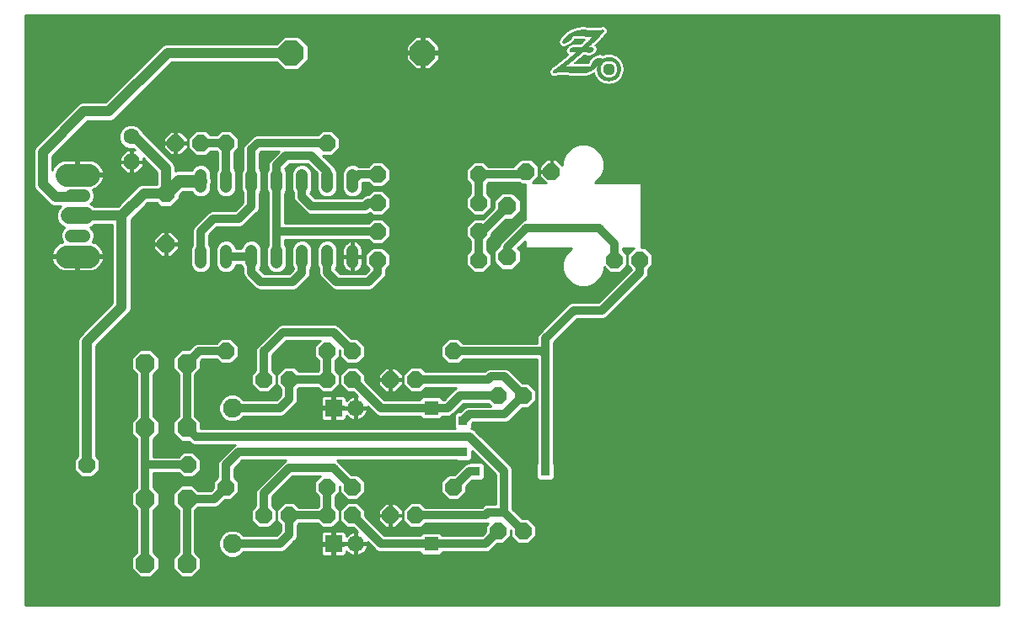
<source format=gtl>
G75*
%MOIN*%
%OFA0B0*%
%FSLAX25Y25*%
%IPPOS*%
%LPD*%
%AMOC8*
5,1,8,0,0,1.08239X$1,22.5*
%
%ADD10OC8,0.07600*%
%ADD11C,0.04800*%
%ADD12OC8,0.06600*%
%ADD13OC8,0.07000*%
%ADD14C,0.07600*%
%ADD15R,0.07000X0.07000*%
%ADD16R,0.05600X0.05600*%
%ADD17C,0.06600*%
%ADD18OC8,0.06300*%
%ADD19C,0.06300*%
%ADD20OC8,0.10000*%
%ADD21C,0.00100*%
%ADD22C,0.05000*%
%ADD23C,0.06600*%
%ADD24C,0.08858*%
%ADD25C,0.01000*%
%ADD26R,0.03762X0.03762*%
%ADD27C,0.04000*%
%ADD28C,0.03200*%
D10*
X0051050Y0019950D03*
X0067450Y0019950D03*
X0067450Y0045550D03*
X0051050Y0045550D03*
X0051050Y0073700D03*
X0067450Y0073700D03*
X0067450Y0099300D03*
X0051050Y0099300D03*
D11*
X0073000Y0139100D02*
X0073000Y0143900D01*
X0083000Y0143900D02*
X0083000Y0139100D01*
X0093000Y0139100D02*
X0093000Y0143900D01*
X0103000Y0143900D02*
X0103000Y0139100D01*
X0113000Y0139100D02*
X0113000Y0143900D01*
X0123000Y0143900D02*
X0123000Y0139100D01*
X0133000Y0139100D02*
X0133000Y0143900D01*
X0133000Y0169100D02*
X0133000Y0173900D01*
X0123000Y0173900D02*
X0123000Y0169100D01*
X0113000Y0169100D02*
X0113000Y0173900D01*
X0103000Y0173900D02*
X0103000Y0169100D01*
X0093000Y0169100D02*
X0093000Y0173900D01*
X0083000Y0173900D02*
X0083000Y0169100D01*
X0073000Y0169100D02*
X0073000Y0173900D01*
D12*
X0073000Y0186500D03*
X0083000Y0186500D03*
X0063000Y0186500D03*
X0123000Y0186500D03*
X0143000Y0174000D03*
X0143000Y0162750D03*
X0143000Y0151500D03*
X0143000Y0140250D03*
X0183000Y0140250D03*
X0183000Y0151500D03*
X0183000Y0162750D03*
X0183000Y0174000D03*
X0201750Y0175250D03*
X0211750Y0175250D03*
X0236750Y0140250D03*
X0246750Y0140250D03*
X0173000Y0104000D03*
X0158000Y0092750D03*
X0148000Y0092750D03*
X0133000Y0092750D03*
X0123000Y0092750D03*
X0123000Y0104000D03*
X0133000Y0104000D03*
X0108000Y0092750D03*
X0098000Y0092750D03*
X0083000Y0104000D03*
X0068000Y0059000D03*
X0083000Y0050250D03*
X0098000Y0039000D03*
X0108000Y0039000D03*
X0123000Y0039000D03*
X0133000Y0039000D03*
X0148000Y0039000D03*
X0158000Y0039000D03*
X0173000Y0050250D03*
X0190500Y0032750D03*
X0200500Y0032750D03*
X0133000Y0050250D03*
X0123000Y0050250D03*
X0190500Y0086500D03*
X0200500Y0086500D03*
X0028000Y0059000D03*
D13*
X0059250Y0146500D03*
X0059250Y0166500D03*
X0194250Y0161500D03*
X0194250Y0141500D03*
D14*
X0085500Y0081500D03*
X0085500Y0027750D03*
D15*
X0125500Y0027750D03*
X0125500Y0081500D03*
D16*
X0164250Y0081500D03*
X0164250Y0027750D03*
D17*
X0134250Y0027750D03*
X0134250Y0081500D03*
D18*
X0045500Y0179000D03*
D19*
X0045500Y0189000D03*
D20*
X0108750Y0222250D03*
X0160750Y0222250D03*
D21*
X0206750Y0222264D02*
X0217717Y0222264D01*
X0217714Y0222273D02*
X0217787Y0222053D01*
X0217907Y0221993D01*
X0217937Y0221903D01*
X0218230Y0221757D01*
X0218409Y0221577D01*
X0218381Y0221558D01*
X0218375Y0221529D01*
X0218231Y0221433D01*
X0218225Y0221404D01*
X0218081Y0221308D01*
X0218071Y0221260D01*
X0218047Y0221235D01*
X0217881Y0221125D01*
X0217862Y0221125D01*
X0217747Y0221010D01*
X0217731Y0221000D01*
X0217712Y0221000D01*
X0217597Y0220885D01*
X0217581Y0220875D01*
X0217562Y0220875D01*
X0217447Y0220760D01*
X0217431Y0220750D01*
X0217412Y0220750D01*
X0217347Y0220685D01*
X0217231Y0220608D01*
X0217227Y0220591D01*
X0217197Y0220560D01*
X0217081Y0220483D01*
X0217075Y0220454D01*
X0216956Y0220375D01*
X0216937Y0220375D01*
X0216822Y0220260D01*
X0216806Y0220250D01*
X0216787Y0220250D01*
X0216672Y0220135D01*
X0216656Y0220125D01*
X0216637Y0220125D01*
X0216522Y0220010D01*
X0216506Y0220000D01*
X0216487Y0220000D01*
X0216422Y0219935D01*
X0216331Y0219875D01*
X0216312Y0219875D01*
X0216197Y0219760D01*
X0216181Y0219750D01*
X0216162Y0219750D01*
X0216047Y0219635D01*
X0216031Y0219625D01*
X0216012Y0219625D01*
X0215980Y0219593D01*
X0215787Y0219497D01*
X0215751Y0219390D01*
X0215722Y0219360D01*
X0215556Y0219250D01*
X0215537Y0219250D01*
X0215422Y0219135D01*
X0215406Y0219125D01*
X0215387Y0219125D01*
X0215272Y0219010D01*
X0215231Y0218983D01*
X0215227Y0218966D01*
X0215197Y0218935D01*
X0215081Y0218858D01*
X0215079Y0218848D01*
X0215044Y0218825D01*
X0214987Y0218825D01*
X0214862Y0218700D01*
X0214837Y0218700D01*
X0214712Y0218575D01*
X0214687Y0218575D01*
X0214572Y0218460D01*
X0214531Y0218433D01*
X0214529Y0218423D01*
X0214494Y0218400D01*
X0214437Y0218400D01*
X0214312Y0218275D01*
X0214287Y0218275D01*
X0214180Y0218168D01*
X0214143Y0218150D01*
X0214112Y0218150D01*
X0214080Y0218118D01*
X0213987Y0218072D01*
X0213964Y0218002D01*
X0213937Y0217975D01*
X0213887Y0217975D01*
X0213780Y0217868D01*
X0213587Y0217772D01*
X0213571Y0217725D01*
X0213562Y0217725D01*
X0213387Y0217550D01*
X0213337Y0217550D01*
X0213212Y0217425D01*
X0213162Y0217425D01*
X0212987Y0217250D01*
X0212937Y0217250D01*
X0212830Y0217143D01*
X0212793Y0217125D01*
X0212787Y0217125D01*
X0212780Y0217118D01*
X0212637Y0217047D01*
X0212605Y0216950D01*
X0212537Y0216950D01*
X0212412Y0216825D01*
X0212387Y0216825D01*
X0212280Y0216718D01*
X0212087Y0216622D01*
X0212058Y0216534D01*
X0212032Y0216517D01*
X0211917Y0216494D01*
X0211823Y0216352D01*
X0211756Y0216308D01*
X0211749Y0216276D01*
X0211717Y0216269D01*
X0211673Y0216202D01*
X0211531Y0216108D01*
X0211514Y0216025D01*
X0211478Y0216013D01*
X0211382Y0215820D01*
X0211200Y0215638D01*
X0211200Y0215513D01*
X0211172Y0215485D01*
X0211131Y0215458D01*
X0211127Y0215441D01*
X0211000Y0215313D01*
X0211000Y0215169D01*
X0210920Y0215048D01*
X0210984Y0214725D01*
X0210920Y0214402D01*
X0211000Y0214281D01*
X0211000Y0214137D01*
X0211127Y0214009D01*
X0211131Y0213992D01*
X0211172Y0213965D01*
X0211190Y0213947D01*
X0211231Y0213742D01*
X0211463Y0213588D01*
X0211617Y0213356D01*
X0211632Y0213353D01*
X0211637Y0213344D01*
X0211910Y0213276D01*
X0212037Y0213150D01*
X0212119Y0213150D01*
X0212202Y0213095D01*
X0212393Y0213133D01*
X0212518Y0213058D01*
X0212650Y0213091D01*
X0212782Y0213058D01*
X0212809Y0213074D01*
X0213036Y0213150D01*
X0213143Y0213150D01*
X0213150Y0213146D01*
X0213161Y0213150D01*
X0213263Y0213150D01*
X0213288Y0213175D01*
X0213438Y0213175D01*
X0213488Y0213225D01*
X0213688Y0213225D01*
X0213764Y0213301D01*
X0213793Y0213283D01*
X0213960Y0213325D01*
X0213965Y0213325D01*
X0213993Y0213308D01*
X0214060Y0213325D01*
X0214138Y0213325D01*
X0214165Y0213351D01*
X0214260Y0213375D01*
X0214398Y0213375D01*
X0214468Y0213333D01*
X0214735Y0213400D01*
X0214738Y0213400D01*
X0214740Y0213401D01*
X0214835Y0213425D01*
X0215213Y0213425D01*
X0215238Y0213450D01*
X0215587Y0213450D01*
X0215612Y0213425D01*
X0215990Y0213425D01*
X0216357Y0213333D01*
X0216510Y0213425D01*
X0216762Y0213425D01*
X0216787Y0213400D01*
X0217165Y0213400D01*
X0217532Y0213308D01*
X0217643Y0213375D01*
X0217815Y0213375D01*
X0217910Y0213351D01*
X0217912Y0213350D01*
X0217915Y0213350D01*
X0218182Y0213283D01*
X0218252Y0213325D01*
X0218390Y0213325D01*
X0218657Y0213258D01*
X0218716Y0213294D01*
X0218957Y0213233D01*
X0219068Y0213300D01*
X0219090Y0213300D01*
X0219457Y0213208D01*
X0219568Y0213275D01*
X0219590Y0213275D01*
X0219957Y0213183D01*
X0220068Y0213250D01*
X0220165Y0213250D01*
X0220532Y0213158D01*
X0220643Y0213225D01*
X0220865Y0213225D01*
X0221232Y0213133D01*
X0221343Y0213200D01*
X0221540Y0213200D01*
X0221907Y0213108D01*
X0222018Y0213175D01*
X0222240Y0213175D01*
X0222607Y0213083D01*
X0222718Y0213150D01*
X0222940Y0213150D01*
X0223307Y0213058D01*
X0223460Y0213150D01*
X0223915Y0213150D01*
X0224068Y0213058D01*
X0224309Y0213119D01*
X0224368Y0213083D01*
X0224538Y0213126D01*
X0224568Y0213108D01*
X0224735Y0213150D01*
X0224740Y0213150D01*
X0224768Y0213133D01*
X0224935Y0213175D01*
X0225113Y0213175D01*
X0225138Y0213200D01*
X0225268Y0213200D01*
X0225275Y0213196D01*
X0225286Y0213200D01*
X0225313Y0213200D01*
X0225327Y0213214D01*
X0225361Y0213225D01*
X0225513Y0213225D01*
X0225588Y0213300D01*
X0225913Y0213300D01*
X0225986Y0213372D01*
X0226123Y0213345D01*
X0226279Y0213448D01*
X0226454Y0213536D01*
X0226455Y0213536D01*
X0226500Y0213521D01*
X0226604Y0213573D01*
X0226688Y0213594D01*
X0226697Y0213610D01*
X0226773Y0213595D01*
X0226899Y0213678D01*
X0226901Y0213679D01*
X0226948Y0213670D01*
X0227074Y0213753D01*
X0227076Y0213754D01*
X0227123Y0213745D01*
X0227174Y0213778D01*
X0227238Y0213794D01*
X0227264Y0213839D01*
X0227279Y0213848D01*
X0227298Y0213845D01*
X0227349Y0213878D01*
X0227513Y0213919D01*
X0227535Y0213956D01*
X0227688Y0213994D01*
X0227739Y0214080D01*
X0227774Y0214103D01*
X0228038Y0214169D01*
X0228109Y0214289D01*
X0228124Y0214287D01*
X0228311Y0214427D01*
X0228500Y0214522D01*
X0228500Y0214412D01*
X0228506Y0214405D01*
X0228496Y0214375D01*
X0228575Y0214218D01*
X0228575Y0214037D01*
X0228632Y0213980D01*
X0228736Y0213771D01*
X0228743Y0213743D01*
X0228720Y0213627D01*
X0228804Y0213500D01*
X0228795Y0213452D01*
X0228878Y0213326D01*
X0228894Y0213262D01*
X0228911Y0213252D01*
X0228928Y0213226D01*
X0228969Y0213062D01*
X0229006Y0213040D01*
X0229044Y0212887D01*
X0229172Y0212811D01*
X0229248Y0212696D01*
X0229275Y0212643D01*
X0229275Y0212512D01*
X0229400Y0212387D01*
X0229400Y0212362D01*
X0229507Y0212255D01*
X0229525Y0212218D01*
X0229525Y0212212D01*
X0229532Y0212205D01*
X0229603Y0212062D01*
X0229691Y0212033D01*
X0229792Y0211881D01*
X0229821Y0211875D01*
X0229833Y0211857D01*
X0229856Y0211742D01*
X0229998Y0211648D01*
X0230042Y0211581D01*
X0230074Y0211574D01*
X0230081Y0211542D01*
X0230148Y0211498D01*
X0230242Y0211356D01*
X0230316Y0211341D01*
X0230337Y0211278D01*
X0230580Y0211157D01*
X0230651Y0211085D01*
X0230662Y0211053D01*
X0230705Y0211032D01*
X0230712Y0211025D01*
X0230718Y0211025D01*
X0230755Y0211007D01*
X0230862Y0210900D01*
X0230962Y0210900D01*
X0230980Y0210881D01*
X0231062Y0210744D01*
X0231135Y0210726D01*
X0231187Y0210675D01*
X0231340Y0210675D01*
X0231351Y0210672D01*
X0231412Y0210569D01*
X0231565Y0210531D01*
X0231587Y0210494D01*
X0231751Y0210453D01*
X0231802Y0210420D01*
X0231821Y0210423D01*
X0231861Y0210397D01*
X0231862Y0210394D01*
X0231866Y0210393D01*
X0231977Y0210320D01*
X0232025Y0210329D01*
X0232152Y0210245D01*
X0232248Y0210264D01*
X0232427Y0210145D01*
X0232564Y0210172D01*
X0232637Y0210100D01*
X0232887Y0210100D01*
X0232937Y0210050D01*
X0233089Y0210050D01*
X0233123Y0210039D01*
X0233137Y0210025D01*
X0233164Y0210025D01*
X0233175Y0210021D01*
X0233182Y0210025D01*
X0233287Y0210025D01*
X0233312Y0210000D01*
X0233515Y0210000D01*
X0233682Y0209958D01*
X0233712Y0209976D01*
X0233882Y0209933D01*
X0233904Y0209946D01*
X0234057Y0209908D01*
X0234210Y0210000D01*
X0234315Y0210000D01*
X0234468Y0209908D01*
X0234638Y0209951D01*
X0234668Y0209933D01*
X0234838Y0209976D01*
X0234868Y0209958D01*
X0235035Y0210000D01*
X0235213Y0210000D01*
X0235238Y0210025D01*
X0235413Y0210025D01*
X0235438Y0210050D01*
X0235613Y0210050D01*
X0235663Y0210100D01*
X0235913Y0210100D01*
X0235939Y0210125D01*
X0235950Y0210121D01*
X0236197Y0210245D01*
X0236323Y0210220D01*
X0236509Y0210343D01*
X0236513Y0210344D01*
X0236514Y0210347D01*
X0236524Y0210353D01*
X0236688Y0210394D01*
X0236705Y0210424D01*
X0236888Y0210469D01*
X0236898Y0210486D01*
X0236939Y0210513D01*
X0237063Y0210544D01*
X0237098Y0210603D01*
X0237126Y0210622D01*
X0237322Y0210687D01*
X0237369Y0210781D01*
X0237407Y0210800D01*
X0237563Y0210800D01*
X0237688Y0210925D01*
X0237713Y0210925D01*
X0237795Y0211007D01*
X0237838Y0211028D01*
X0237845Y0211050D01*
X0237863Y0211050D01*
X0237895Y0211082D01*
X0238088Y0211178D01*
X0238124Y0211285D01*
X0238153Y0211315D01*
X0238344Y0211442D01*
X0238344Y0211443D01*
X0238408Y0211456D01*
X0238472Y0211553D01*
X0238494Y0211567D01*
X0238499Y0211593D01*
X0238532Y0211643D01*
X0238582Y0211676D01*
X0238608Y0211681D01*
X0238622Y0211703D01*
X0238719Y0211767D01*
X0238742Y0211882D01*
X0238752Y0211897D01*
X0238872Y0211937D01*
X0238992Y0212177D01*
X0239022Y0212187D01*
X0239043Y0212230D01*
X0239125Y0212312D01*
X0239125Y0212337D01*
X0239250Y0212462D01*
X0239250Y0212559D01*
X0239338Y0212603D01*
X0239386Y0212748D01*
X0239525Y0212887D01*
X0239525Y0212934D01*
X0239531Y0212937D01*
X0239607Y0213241D01*
X0239636Y0213286D01*
X0239681Y0213312D01*
X0239697Y0213376D01*
X0239780Y0213502D01*
X0239757Y0213618D01*
X0239764Y0213646D01*
X0239776Y0213669D01*
X0239806Y0213687D01*
X0239827Y0213771D01*
X0239879Y0213875D01*
X0239874Y0213890D01*
X0239943Y0214030D01*
X0240000Y0214087D01*
X0244250Y0214087D01*
X0244250Y0213989D02*
X0239923Y0213989D01*
X0239874Y0213890D02*
X0244250Y0213890D01*
X0244250Y0213792D02*
X0239837Y0213792D01*
X0239807Y0213693D02*
X0244250Y0213693D01*
X0244250Y0213595D02*
X0239762Y0213595D01*
X0239777Y0213496D02*
X0244250Y0213496D01*
X0244250Y0213398D02*
X0239711Y0213398D01*
X0239659Y0213299D02*
X0244250Y0213299D01*
X0244250Y0213201D02*
X0239596Y0213201D01*
X0239572Y0213102D02*
X0244250Y0213102D01*
X0244250Y0213004D02*
X0239547Y0213004D01*
X0239525Y0212905D02*
X0244250Y0212905D01*
X0244250Y0212807D02*
X0239445Y0212807D01*
X0239373Y0212708D02*
X0244250Y0212708D01*
X0244250Y0212610D02*
X0239340Y0212610D01*
X0239250Y0212511D02*
X0244250Y0212511D01*
X0244250Y0212413D02*
X0239201Y0212413D01*
X0239125Y0212314D02*
X0244250Y0212314D01*
X0244250Y0212216D02*
X0239036Y0212216D01*
X0238962Y0212117D02*
X0244250Y0212117D01*
X0244250Y0212019D02*
X0238913Y0212019D01*
X0238821Y0211920D02*
X0244250Y0211920D01*
X0244250Y0211822D02*
X0238730Y0211822D01*
X0238653Y0211723D02*
X0244250Y0211723D01*
X0244250Y0211625D02*
X0238520Y0211625D01*
X0238455Y0211526D02*
X0244250Y0211526D01*
X0244250Y0211428D02*
X0238323Y0211428D01*
X0238175Y0211329D02*
X0244250Y0211329D01*
X0244250Y0211231D02*
X0238105Y0211231D01*
X0237996Y0211132D02*
X0244250Y0211132D01*
X0244250Y0211034D02*
X0237840Y0211034D01*
X0237724Y0210935D02*
X0244250Y0210935D01*
X0244250Y0210837D02*
X0237600Y0210837D01*
X0237347Y0210738D02*
X0244250Y0210738D01*
X0244250Y0210640D02*
X0237180Y0210640D01*
X0237049Y0210541D02*
X0244250Y0210541D01*
X0244250Y0210443D02*
X0236780Y0210443D01*
X0236511Y0210344D02*
X0244250Y0210344D01*
X0244250Y0210245D02*
X0236362Y0210245D01*
X0236001Y0210147D02*
X0244250Y0210147D01*
X0244250Y0210048D02*
X0235437Y0210048D01*
X0234735Y0209950D02*
X0244250Y0209950D01*
X0244250Y0209851D02*
X0206750Y0209851D01*
X0206750Y0209753D02*
X0244250Y0209753D01*
X0244250Y0209654D02*
X0206750Y0209654D01*
X0206750Y0209556D02*
X0244250Y0209556D01*
X0244250Y0209457D02*
X0206750Y0209457D01*
X0206750Y0209359D02*
X0244250Y0209359D01*
X0244250Y0209260D02*
X0206750Y0209260D01*
X0206750Y0209162D02*
X0244250Y0209162D01*
X0244250Y0209063D02*
X0206750Y0209063D01*
X0206750Y0209000D02*
X0244250Y0209000D01*
X0244250Y0236500D01*
X0206750Y0236500D01*
X0206750Y0209000D01*
X0206750Y0209950D02*
X0233815Y0209950D01*
X0234127Y0209950D02*
X0234398Y0209950D01*
X0234635Y0209950D02*
X0234640Y0209950D01*
X0234675Y0211300D02*
X0234125Y0211300D01*
X0234125Y0212450D01*
X0234650Y0212450D01*
X0234750Y0212475D01*
X0234850Y0212475D01*
X0234950Y0212500D01*
X0235025Y0212500D01*
X0235525Y0212625D01*
X0235600Y0212650D01*
X0235700Y0212675D01*
X0235800Y0212725D01*
X0235900Y0212750D01*
X0235975Y0212800D01*
X0236075Y0212825D01*
X0236150Y0212875D01*
X0236250Y0212925D01*
X0236325Y0212975D01*
X0236400Y0213050D01*
X0236550Y0213150D01*
X0236700Y0213300D01*
X0236775Y0213350D01*
X0236925Y0213500D01*
X0237025Y0213650D01*
X0237100Y0213725D01*
X0237150Y0213825D01*
X0237250Y0213975D01*
X0237300Y0214075D01*
X0237325Y0214150D01*
X0237375Y0214250D01*
X0237425Y0214325D01*
X0237475Y0214525D01*
X0237500Y0214600D01*
X0237550Y0214800D01*
X0237575Y0214875D01*
X0237625Y0215075D01*
X0237625Y0215175D01*
X0237650Y0215275D01*
X0237650Y0215450D01*
X0237675Y0215550D01*
X0237675Y0216150D01*
X0237650Y0216250D01*
X0237650Y0216450D01*
X0237625Y0216550D01*
X0237625Y0216650D01*
X0237600Y0216750D01*
X0237575Y0216825D01*
X0237475Y0217225D01*
X0237425Y0217300D01*
X0237400Y0217400D01*
X0237350Y0217500D01*
X0237325Y0217575D01*
X0237275Y0217675D01*
X0237225Y0217750D01*
X0237175Y0217850D01*
X0237075Y0218000D01*
X0237000Y0218075D01*
X0236950Y0218175D01*
X0236600Y0218525D01*
X0236525Y0218575D01*
X0236450Y0218650D01*
X0236350Y0218700D01*
X0236200Y0218800D01*
X0236100Y0218850D01*
X0236025Y0218900D01*
X0235925Y0218950D01*
X0235850Y0218975D01*
X0235750Y0219025D01*
X0235550Y0219075D01*
X0235475Y0219100D01*
X0234975Y0219225D01*
X0234900Y0219225D01*
X0234800Y0219250D01*
X0234375Y0219250D01*
X0234275Y0219275D01*
X0234175Y0219275D01*
X0234125Y0219250D01*
X0234125Y0220425D01*
X0234600Y0220425D01*
X0234700Y0220400D01*
X0234800Y0220400D01*
X0234900Y0220375D01*
X0235000Y0220375D01*
X0235100Y0220350D01*
X0235200Y0220350D01*
X0235275Y0220325D01*
X0235775Y0220200D01*
X0235850Y0220175D01*
X0235950Y0220150D01*
X0236050Y0220100D01*
X0236150Y0220075D01*
X0236225Y0220025D01*
X0236325Y0220000D01*
X0236400Y0219950D01*
X0236500Y0219900D01*
X0236575Y0219875D01*
X0236675Y0219825D01*
X0236750Y0219775D01*
X0236850Y0219725D01*
X0236925Y0219650D01*
X0237075Y0219550D01*
X0237175Y0219500D01*
X0237250Y0219425D01*
X0237325Y0219375D01*
X0237725Y0218975D01*
X0237775Y0218900D01*
X0237850Y0218825D01*
X0237950Y0218675D01*
X0238025Y0218600D01*
X0238075Y0218500D01*
X0238175Y0218350D01*
X0238225Y0218250D01*
X0238275Y0218175D01*
X0238325Y0218075D01*
X0238375Y0218000D01*
X0238400Y0217900D01*
X0238450Y0217800D01*
X0238500Y0217725D01*
X0238550Y0217525D01*
X0238575Y0217450D01*
X0238625Y0217350D01*
X0238700Y0217050D01*
X0238725Y0216975D01*
X0238725Y0216875D01*
X0238775Y0216675D01*
X0238775Y0216575D01*
X0238800Y0216475D01*
X0238800Y0216375D01*
X0238825Y0216300D01*
X0238825Y0215400D01*
X0238800Y0215325D01*
X0238800Y0215225D01*
X0238775Y0215125D01*
X0238775Y0215025D01*
X0238700Y0214725D01*
X0238700Y0214625D01*
X0238675Y0214525D01*
X0238625Y0214425D01*
X0238600Y0214350D01*
X0238550Y0214150D01*
X0238500Y0214050D01*
X0238475Y0213975D01*
X0238425Y0213875D01*
X0238400Y0213775D01*
X0238350Y0213700D01*
X0238300Y0213600D01*
X0238275Y0213525D01*
X0238225Y0213425D01*
X0238150Y0213350D01*
X0238100Y0213250D01*
X0238000Y0213100D01*
X0237950Y0213000D01*
X0237875Y0212925D01*
X0237825Y0212850D01*
X0237675Y0212700D01*
X0237625Y0212625D01*
X0237550Y0212550D01*
X0237475Y0212500D01*
X0237325Y0212350D01*
X0237250Y0212300D01*
X0237175Y0212225D01*
X0237100Y0212175D01*
X0237025Y0212100D01*
X0236925Y0212050D01*
X0236775Y0211950D01*
X0236675Y0211900D01*
X0236600Y0211850D01*
X0236400Y0211750D01*
X0236325Y0211725D01*
X0236225Y0211675D01*
X0236125Y0211650D01*
X0236050Y0211600D01*
X0235950Y0211575D01*
X0235850Y0211525D01*
X0235750Y0211500D01*
X0235675Y0211475D01*
X0235375Y0211400D01*
X0235275Y0211400D01*
X0235075Y0211350D01*
X0234975Y0211350D01*
X0234875Y0211325D01*
X0234775Y0211325D01*
X0234675Y0211300D01*
X0234891Y0211329D02*
X0234125Y0211329D01*
X0233659Y0211329D01*
X0233675Y0211325D02*
X0233575Y0211350D01*
X0233475Y0211350D01*
X0233275Y0211400D01*
X0233175Y0211400D01*
X0233075Y0211425D01*
X0233000Y0211450D01*
X0232700Y0211525D01*
X0232625Y0211575D01*
X0232425Y0211625D01*
X0232350Y0211675D01*
X0232250Y0211700D01*
X0232175Y0211750D01*
X0232075Y0211800D01*
X0232000Y0211850D01*
X0231900Y0211875D01*
X0231825Y0211925D01*
X0231725Y0211975D01*
X0231650Y0212050D01*
X0231500Y0212150D01*
X0231400Y0212200D01*
X0231325Y0212275D01*
X0231250Y0212325D01*
X0231100Y0212475D01*
X0231025Y0212525D01*
X0230975Y0212600D01*
X0230825Y0212750D01*
X0230775Y0212825D01*
X0230700Y0212900D01*
X0230650Y0212975D01*
X0230575Y0213050D01*
X0230525Y0213125D01*
X0230475Y0213225D01*
X0230375Y0213375D01*
X0230325Y0213475D01*
X0230275Y0213550D01*
X0230225Y0213650D01*
X0230175Y0213725D01*
X0230150Y0213825D01*
X0230100Y0213900D01*
X0230075Y0214000D01*
X0230025Y0214100D01*
X0230000Y0214200D01*
X0229975Y0214275D01*
X0229950Y0214375D01*
X0229900Y0214475D01*
X0229875Y0214575D01*
X0229875Y0214650D01*
X0229800Y0214950D01*
X0229800Y0215050D01*
X0229775Y0215125D01*
X0229775Y0215225D01*
X0229750Y0215325D01*
X0229750Y0215400D01*
X0229725Y0215500D01*
X0229725Y0216175D01*
X0229750Y0216250D01*
X0229750Y0216450D01*
X0229775Y0216550D01*
X0229775Y0216650D01*
X0229825Y0216850D01*
X0229825Y0216950D01*
X0229850Y0217025D01*
X0229900Y0217225D01*
X0229925Y0217300D01*
X0229925Y0217425D01*
X0229825Y0217425D01*
X0229775Y0217375D01*
X0229725Y0217300D01*
X0229450Y0217025D01*
X0229400Y0216950D01*
X0229250Y0216800D01*
X0229175Y0216750D01*
X0229125Y0216675D01*
X0229050Y0216600D01*
X0228975Y0216550D01*
X0228900Y0216475D01*
X0228825Y0216425D01*
X0228750Y0216350D01*
X0228675Y0216300D01*
X0228600Y0216225D01*
X0228500Y0216175D01*
X0228425Y0216100D01*
X0228275Y0216000D01*
X0228200Y0215925D01*
X0228100Y0215875D01*
X0227875Y0215725D01*
X0227775Y0215650D01*
X0227625Y0215550D01*
X0227525Y0215500D01*
X0227450Y0215450D01*
X0227350Y0215400D01*
X0227200Y0215300D01*
X0227100Y0215275D01*
X0227025Y0215225D01*
X0226925Y0215175D01*
X0226850Y0215125D01*
X0226750Y0215100D01*
X0226675Y0215050D01*
X0226575Y0215025D01*
X0226500Y0214975D01*
X0226400Y0214925D01*
X0226300Y0214900D01*
X0226225Y0214875D01*
X0226125Y0214825D01*
X0225925Y0214775D01*
X0225850Y0214725D01*
X0225450Y0214625D01*
X0225375Y0214600D01*
X0225275Y0214600D01*
X0224975Y0214525D01*
X0224875Y0214525D01*
X0224775Y0214500D01*
X0224675Y0214500D01*
X0224575Y0214475D01*
X0224375Y0214475D01*
X0224275Y0214450D01*
X0223100Y0214450D01*
X0223000Y0214475D01*
X0222400Y0214475D01*
X0222300Y0214500D01*
X0221700Y0214500D01*
X0221600Y0214525D01*
X0221025Y0214525D01*
X0220925Y0214550D01*
X0220325Y0214550D01*
X0220225Y0214575D01*
X0219750Y0214575D01*
X0219650Y0214600D01*
X0219250Y0214600D01*
X0219150Y0214625D01*
X0218750Y0214625D01*
X0218650Y0214650D01*
X0218450Y0214650D01*
X0218350Y0214675D01*
X0217975Y0214675D01*
X0217875Y0214700D01*
X0217325Y0214700D01*
X0217225Y0214725D01*
X0216150Y0214725D01*
X0216050Y0214750D01*
X0214775Y0214750D01*
X0214675Y0214725D01*
X0214300Y0214725D01*
X0214200Y0214700D01*
X0214100Y0214700D01*
X0214000Y0214675D01*
X0213800Y0214675D01*
X0213600Y0214625D01*
X0213525Y0214625D01*
X0213325Y0214575D01*
X0213250Y0214550D01*
X0213150Y0214525D01*
X0213050Y0214525D01*
X0212900Y0214475D01*
X0212825Y0214475D01*
X0212725Y0214450D01*
X0212575Y0214450D01*
X0212475Y0214475D01*
X0212400Y0214525D01*
X0212300Y0214675D01*
X0212300Y0214775D01*
X0212350Y0214850D01*
X0212400Y0214950D01*
X0212500Y0215100D01*
X0212650Y0215250D01*
X0212700Y0215325D01*
X0212775Y0215375D01*
X0212925Y0215525D01*
X0213000Y0215575D01*
X0213075Y0215650D01*
X0213150Y0215700D01*
X0213250Y0215750D01*
X0213325Y0215825D01*
X0213400Y0215875D01*
X0213475Y0215950D01*
X0213625Y0216050D01*
X0213700Y0216125D01*
X0213800Y0216175D01*
X0213875Y0216250D01*
X0214025Y0216350D01*
X0214100Y0216425D01*
X0214175Y0216475D01*
X0214275Y0216550D01*
X0214350Y0216600D01*
X0214425Y0216675D01*
X0214575Y0216775D01*
X0214650Y0216850D01*
X0214750Y0216900D01*
X0214825Y0216975D01*
X0214900Y0217025D01*
X0214975Y0217100D01*
X0215050Y0217150D01*
X0215150Y0217200D01*
X0215225Y0217275D01*
X0215300Y0217325D01*
X0215375Y0217400D01*
X0215450Y0217450D01*
X0215525Y0217525D01*
X0215600Y0217575D01*
X0215700Y0217650D01*
X0215850Y0217750D01*
X0215925Y0217825D01*
X0216000Y0217875D01*
X0216075Y0217950D01*
X0216150Y0218000D01*
X0216250Y0218075D01*
X0216325Y0218125D01*
X0216400Y0218200D01*
X0216475Y0218250D01*
X0216550Y0218325D01*
X0216625Y0218375D01*
X0216700Y0218450D01*
X0216775Y0218500D01*
X0216850Y0218575D01*
X0216950Y0218625D01*
X0217025Y0218700D01*
X0217100Y0218750D01*
X0217175Y0218825D01*
X0217250Y0218875D01*
X0217325Y0218950D01*
X0217400Y0219000D01*
X0217475Y0219075D01*
X0217550Y0219125D01*
X0217650Y0219200D01*
X0217725Y0219250D01*
X0217800Y0219325D01*
X0217875Y0219375D01*
X0217950Y0219450D01*
X0218025Y0219500D01*
X0218100Y0219575D01*
X0218175Y0219625D01*
X0218250Y0219700D01*
X0218325Y0219750D01*
X0218400Y0219825D01*
X0218475Y0219875D01*
X0218575Y0219950D01*
X0218650Y0220000D01*
X0218725Y0220075D01*
X0218800Y0220125D01*
X0218875Y0220200D01*
X0218950Y0220250D01*
X0219025Y0220325D01*
X0219100Y0220375D01*
X0219250Y0220525D01*
X0219325Y0220575D01*
X0219400Y0220650D01*
X0219475Y0220700D01*
X0219550Y0220775D01*
X0219625Y0220825D01*
X0219700Y0220900D01*
X0219800Y0220950D01*
X0219950Y0221100D01*
X0220025Y0221150D01*
X0220100Y0221225D01*
X0220175Y0221275D01*
X0220250Y0221350D01*
X0220325Y0221400D01*
X0220475Y0221550D01*
X0220550Y0221600D01*
X0220625Y0221675D01*
X0220700Y0221725D01*
X0220775Y0221800D01*
X0220850Y0221850D01*
X0221000Y0222000D01*
X0221075Y0222050D01*
X0221225Y0222200D01*
X0221300Y0222250D01*
X0221375Y0222325D01*
X0221450Y0222375D01*
X0221525Y0222450D01*
X0221600Y0222500D01*
X0221700Y0222600D01*
X0221775Y0222650D01*
X0221800Y0222700D01*
X0221800Y0222800D01*
X0219050Y0222800D01*
X0219000Y0222825D01*
X0218850Y0222975D01*
X0218800Y0223125D01*
X0218800Y0223200D01*
X0218825Y0223275D01*
X0218875Y0223350D01*
X0218900Y0223425D01*
X0219000Y0223575D01*
X0219075Y0223650D01*
X0219125Y0223725D01*
X0219325Y0223925D01*
X0219400Y0223975D01*
X0219475Y0224050D01*
X0219575Y0224100D01*
X0219650Y0224150D01*
X0219725Y0224175D01*
X0219800Y0224225D01*
X0219900Y0224275D01*
X0219975Y0224300D01*
X0220075Y0224325D01*
X0220150Y0224350D01*
X0220250Y0224375D01*
X0220325Y0224400D01*
X0220425Y0224425D01*
X0220500Y0224450D01*
X0220600Y0224450D01*
X0220700Y0224475D01*
X0223850Y0224475D01*
X0223900Y0224550D01*
X0223975Y0224600D01*
X0224225Y0224850D01*
X0224300Y0224900D01*
X0224350Y0224975D01*
X0224500Y0225125D01*
X0224575Y0225175D01*
X0225000Y0225600D01*
X0225075Y0225650D01*
X0225150Y0225725D01*
X0225200Y0225800D01*
X0225275Y0225875D01*
X0225350Y0225925D01*
X0225500Y0226075D01*
X0225550Y0226150D01*
X0225625Y0226200D01*
X0225775Y0226350D01*
X0225850Y0226400D01*
X0225900Y0226475D01*
X0226050Y0226625D01*
X0226125Y0226675D01*
X0226200Y0226750D01*
X0226250Y0226825D01*
X0226400Y0226975D01*
X0226475Y0227025D01*
X0226525Y0227100D01*
X0226675Y0227250D01*
X0226750Y0227300D01*
X0226800Y0227375D01*
X0227025Y0227600D01*
X0227075Y0227675D01*
X0227150Y0227725D01*
X0227200Y0227800D01*
X0227475Y0228075D01*
X0227525Y0228150D01*
X0227600Y0228200D01*
X0227650Y0228275D01*
X0228000Y0228625D01*
X0228050Y0228700D01*
X0228125Y0228750D01*
X0228125Y0228875D01*
X0228000Y0228875D01*
X0227900Y0228850D01*
X0226675Y0228850D01*
X0226575Y0228875D01*
X0226075Y0228875D01*
X0225975Y0228900D01*
X0225675Y0228900D01*
X0225575Y0228925D01*
X0225275Y0228925D01*
X0225175Y0228950D01*
X0224975Y0228950D01*
X0224875Y0228975D01*
X0224575Y0228975D01*
X0224500Y0229000D01*
X0224125Y0229000D01*
X0224025Y0229025D01*
X0223750Y0229025D01*
X0223650Y0229050D01*
X0223275Y0229050D01*
X0223175Y0229075D01*
X0222900Y0229075D01*
X0222800Y0229100D01*
X0222400Y0229100D01*
X0222300Y0229125D01*
X0221725Y0229125D01*
X0221625Y0229150D01*
X0220950Y0229150D01*
X0220850Y0229125D01*
X0220500Y0229125D01*
X0220400Y0229100D01*
X0220325Y0229100D01*
X0220125Y0229050D01*
X0220050Y0229025D01*
X0219950Y0229000D01*
X0219875Y0228950D01*
X0219800Y0228875D01*
X0219725Y0228825D01*
X0219675Y0228750D01*
X0219625Y0228650D01*
X0219525Y0228350D01*
X0219475Y0228250D01*
X0219450Y0228175D01*
X0219425Y0228075D01*
X0219125Y0227625D01*
X0219050Y0227575D01*
X0218850Y0227375D01*
X0218700Y0227275D01*
X0218625Y0227200D01*
X0218550Y0227150D01*
X0218450Y0227100D01*
X0218375Y0227025D01*
X0218300Y0226975D01*
X0218200Y0226925D01*
X0218050Y0226825D01*
X0217950Y0226775D01*
X0217875Y0226725D01*
X0217775Y0226675D01*
X0217700Y0226625D01*
X0217600Y0226600D01*
X0217525Y0226550D01*
X0217425Y0226500D01*
X0217325Y0226475D01*
X0217250Y0226425D01*
X0217150Y0226400D01*
X0217075Y0226375D01*
X0216875Y0226325D01*
X0216800Y0226300D01*
X0216600Y0226250D01*
X0216525Y0226225D01*
X0216325Y0226225D01*
X0216250Y0226250D01*
X0216175Y0226300D01*
X0216075Y0226450D01*
X0216075Y0226575D01*
X0216100Y0226650D01*
X0216100Y0226750D01*
X0216150Y0226850D01*
X0216175Y0226950D01*
X0216200Y0227025D01*
X0216300Y0227225D01*
X0216400Y0227375D01*
X0216450Y0227475D01*
X0216600Y0227700D01*
X0216675Y0227800D01*
X0216775Y0227950D01*
X0216850Y0228025D01*
X0216900Y0228100D01*
X0216975Y0228175D01*
X0217025Y0228250D01*
X0217450Y0228675D01*
X0217525Y0228725D01*
X0217575Y0228800D01*
X0217650Y0228875D01*
X0217725Y0228925D01*
X0217800Y0229000D01*
X0217875Y0229050D01*
X0217950Y0229125D01*
X0218025Y0229175D01*
X0218125Y0229250D01*
X0218200Y0229300D01*
X0218275Y0229375D01*
X0218425Y0229475D01*
X0218500Y0229550D01*
X0218600Y0229600D01*
X0218825Y0229750D01*
X0218925Y0229825D01*
X0219075Y0229925D01*
X0219175Y0229975D01*
X0219250Y0230025D01*
X0219350Y0230075D01*
X0219425Y0230125D01*
X0219525Y0230175D01*
X0219600Y0230200D01*
X0219700Y0230250D01*
X0219775Y0230300D01*
X0219875Y0230350D01*
X0219950Y0230375D01*
X0220050Y0230425D01*
X0220125Y0230475D01*
X0220225Y0230500D01*
X0220325Y0230550D01*
X0220400Y0230600D01*
X0220500Y0230625D01*
X0220600Y0230675D01*
X0220675Y0230700D01*
X0220775Y0230725D01*
X0220875Y0230775D01*
X0220950Y0230800D01*
X0221050Y0230825D01*
X0221150Y0230875D01*
X0221250Y0230900D01*
X0221325Y0230925D01*
X0221725Y0231025D01*
X0221800Y0231050D01*
X0222300Y0231175D01*
X0222400Y0231175D01*
X0222475Y0231200D01*
X0222575Y0231225D01*
X0222675Y0231225D01*
X0222775Y0231250D01*
X0222875Y0231250D01*
X0222975Y0231275D01*
X0223075Y0231275D01*
X0223175Y0231300D01*
X0223250Y0231300D01*
X0223350Y0231325D01*
X0223650Y0231325D01*
X0223750Y0231350D01*
X0224725Y0231350D01*
X0224800Y0231325D01*
X0225200Y0231325D01*
X0225300Y0231300D01*
X0225700Y0231300D01*
X0225800Y0231275D01*
X0226000Y0231275D01*
X0226100Y0231250D01*
X0226400Y0231250D01*
X0226500Y0231225D01*
X0226800Y0231225D01*
X0226900Y0231200D01*
X0227175Y0231200D01*
X0227275Y0231175D01*
X0227575Y0231175D01*
X0227650Y0231150D01*
X0227950Y0231150D01*
X0228050Y0231125D01*
X0228425Y0231125D01*
X0228525Y0231100D01*
X0228925Y0231100D01*
X0229000Y0231075D01*
X0229500Y0231075D01*
X0229600Y0231050D01*
X0230500Y0231050D01*
X0230600Y0231075D01*
X0230775Y0231075D01*
X0231275Y0231200D01*
X0231425Y0231250D01*
X0231525Y0231275D01*
X0231600Y0231300D01*
X0231700Y0231325D01*
X0231775Y0231325D01*
X0231875Y0231350D01*
X0231975Y0231350D01*
X0232050Y0231325D01*
X0232150Y0231275D01*
X0232225Y0231225D01*
X0232250Y0231125D01*
X0232250Y0231025D01*
X0232225Y0230950D01*
X0232175Y0230850D01*
X0232100Y0230775D01*
X0232000Y0230625D01*
X0231925Y0230550D01*
X0231875Y0230450D01*
X0231800Y0230400D01*
X0231750Y0230300D01*
X0231675Y0230225D01*
X0231600Y0230175D01*
X0231550Y0230100D01*
X0231400Y0229950D01*
X0231350Y0229875D01*
X0231200Y0229725D01*
X0231150Y0229650D01*
X0231000Y0229500D01*
X0230950Y0229425D01*
X0230875Y0229375D01*
X0230725Y0229225D01*
X0230675Y0229150D01*
X0230525Y0229000D01*
X0230475Y0228925D01*
X0230400Y0228850D01*
X0230325Y0228800D01*
X0230250Y0228725D01*
X0230200Y0228650D01*
X0229975Y0228425D01*
X0229925Y0228350D01*
X0229850Y0228300D01*
X0229700Y0228150D01*
X0229650Y0228075D01*
X0229500Y0227925D01*
X0229425Y0227875D01*
X0229350Y0227800D01*
X0229300Y0227725D01*
X0229075Y0227500D01*
X0229000Y0227450D01*
X0228950Y0227375D01*
X0228725Y0227150D01*
X0228650Y0227100D01*
X0228600Y0227025D01*
X0228450Y0226875D01*
X0228375Y0226825D01*
X0228300Y0226750D01*
X0228250Y0226675D01*
X0228100Y0226525D01*
X0228025Y0226475D01*
X0227600Y0226050D01*
X0227525Y0226000D01*
X0227375Y0225850D01*
X0227300Y0225800D01*
X0227225Y0225725D01*
X0227150Y0225675D01*
X0227100Y0225600D01*
X0227025Y0225525D01*
X0226950Y0225475D01*
X0226675Y0225200D01*
X0226600Y0225150D01*
X0226550Y0225075D01*
X0226475Y0225025D01*
X0226125Y0224675D01*
X0226075Y0224600D01*
X0226075Y0224500D01*
X0226175Y0224475D01*
X0226350Y0224475D01*
X0226450Y0224450D01*
X0227000Y0224450D01*
X0227100Y0224425D01*
X0227200Y0224425D01*
X0227300Y0224400D01*
X0227375Y0224400D01*
X0227675Y0224325D01*
X0227750Y0224300D01*
X0227850Y0224250D01*
X0228000Y0224150D01*
X0228075Y0224075D01*
X0228175Y0223925D01*
X0228175Y0223750D01*
X0228125Y0223675D01*
X0228100Y0223600D01*
X0228050Y0223500D01*
X0227950Y0223350D01*
X0227875Y0223300D01*
X0227825Y0223225D01*
X0227750Y0223150D01*
X0227675Y0223100D01*
X0227600Y0223025D01*
X0227300Y0222825D01*
X0227200Y0222775D01*
X0227125Y0222725D01*
X0227025Y0222700D01*
X0226950Y0222650D01*
X0226850Y0222625D01*
X0226775Y0222575D01*
X0226575Y0222525D01*
X0226500Y0222500D01*
X0226400Y0222500D01*
X0226300Y0222475D01*
X0226225Y0222475D01*
X0226125Y0222500D01*
X0226050Y0222525D01*
X0225975Y0222575D01*
X0225875Y0222675D01*
X0225800Y0222700D01*
X0225650Y0222700D01*
X0225450Y0222750D01*
X0225350Y0222750D01*
X0225275Y0222775D01*
X0224975Y0222775D01*
X0224875Y0222800D01*
X0224025Y0222800D01*
X0223800Y0222650D01*
X0223750Y0222575D01*
X0223675Y0222525D01*
X0223600Y0222450D01*
X0223525Y0222400D01*
X0223450Y0222325D01*
X0223375Y0222275D01*
X0223300Y0222200D01*
X0223225Y0222150D01*
X0223075Y0222000D01*
X0223000Y0221950D01*
X0222925Y0221875D01*
X0222850Y0221825D01*
X0222775Y0221750D01*
X0222700Y0221700D01*
X0222625Y0221625D01*
X0222550Y0221575D01*
X0222400Y0221425D01*
X0222325Y0221375D01*
X0222250Y0221300D01*
X0222175Y0221250D01*
X0222100Y0221175D01*
X0222025Y0221125D01*
X0221950Y0221050D01*
X0221875Y0221000D01*
X0221725Y0220850D01*
X0221650Y0220800D01*
X0221575Y0220725D01*
X0221500Y0220675D01*
X0221425Y0220600D01*
X0221350Y0220550D01*
X0221275Y0220475D01*
X0221175Y0220425D01*
X0221100Y0220350D01*
X0221025Y0220300D01*
X0220950Y0220225D01*
X0220875Y0220175D01*
X0220800Y0220100D01*
X0220725Y0220050D01*
X0220575Y0219900D01*
X0220500Y0219850D01*
X0220425Y0219775D01*
X0220350Y0219725D01*
X0220275Y0219650D01*
X0220175Y0219600D01*
X0220100Y0219525D01*
X0220025Y0219475D01*
X0219950Y0219400D01*
X0219875Y0219350D01*
X0219800Y0219275D01*
X0219725Y0219225D01*
X0219650Y0219150D01*
X0219575Y0219100D01*
X0219500Y0219025D01*
X0219425Y0218975D01*
X0219350Y0218900D01*
X0219250Y0218850D01*
X0219175Y0218775D01*
X0219100Y0218725D01*
X0219025Y0218650D01*
X0218950Y0218600D01*
X0218875Y0218525D01*
X0218800Y0218475D01*
X0218725Y0218400D01*
X0218650Y0218350D01*
X0218575Y0218275D01*
X0218500Y0218225D01*
X0218400Y0218150D01*
X0218250Y0218050D01*
X0218175Y0217975D01*
X0218100Y0217925D01*
X0218025Y0217850D01*
X0217950Y0217800D01*
X0217875Y0217725D01*
X0217800Y0217675D01*
X0217700Y0217600D01*
X0217625Y0217550D01*
X0217550Y0217475D01*
X0217475Y0217425D01*
X0217400Y0217350D01*
X0217325Y0217300D01*
X0217250Y0217225D01*
X0217175Y0217175D01*
X0217125Y0217125D01*
X0216975Y0217025D01*
X0216975Y0216925D01*
X0217275Y0216925D01*
X0217375Y0216950D01*
X0218950Y0216950D01*
X0219050Y0216925D01*
X0219850Y0216925D01*
X0219925Y0216900D01*
X0220325Y0216900D01*
X0220425Y0216875D01*
X0220825Y0216875D01*
X0220925Y0216850D01*
X0221425Y0216850D01*
X0221525Y0216825D01*
X0222125Y0216825D01*
X0222225Y0216800D01*
X0222700Y0216800D01*
X0222800Y0216775D01*
X0223300Y0216775D01*
X0223375Y0216750D01*
X0223975Y0216750D01*
X0224075Y0216725D01*
X0224550Y0216725D01*
X0224650Y0216700D01*
X0225225Y0216700D01*
X0225325Y0216675D01*
X0226200Y0216675D01*
X0226300Y0216650D01*
X0226975Y0216650D01*
X0227025Y0216750D01*
X0227100Y0216825D01*
X0227150Y0216900D01*
X0227200Y0217000D01*
X0227250Y0217075D01*
X0227300Y0217175D01*
X0227350Y0217250D01*
X0227375Y0217350D01*
X0227425Y0217425D01*
X0227475Y0217525D01*
X0227500Y0217600D01*
X0227600Y0217800D01*
X0227625Y0217875D01*
X0227650Y0217975D01*
X0227700Y0218075D01*
X0227725Y0218150D01*
X0227750Y0218250D01*
X0227800Y0218350D01*
X0227825Y0218450D01*
X0227850Y0218525D01*
X0227900Y0218625D01*
X0228000Y0218775D01*
X0228075Y0218850D01*
X0228125Y0218925D01*
X0228200Y0219000D01*
X0228275Y0219050D01*
X0228400Y0219175D01*
X0228550Y0219275D01*
X0228625Y0219350D01*
X0229000Y0219600D01*
X0229100Y0219650D01*
X0229325Y0219800D01*
X0229425Y0219825D01*
X0229500Y0219875D01*
X0229600Y0219925D01*
X0229675Y0219975D01*
X0229775Y0220000D01*
X0229875Y0220050D01*
X0229950Y0220075D01*
X0230050Y0220125D01*
X0230125Y0220150D01*
X0230425Y0220225D01*
X0230500Y0220250D01*
X0230600Y0220275D01*
X0230700Y0220275D01*
X0230800Y0220300D01*
X0230875Y0220275D01*
X0230950Y0220275D01*
X0231100Y0220175D01*
X0231150Y0220025D01*
X0231125Y0219950D01*
X0231100Y0219850D01*
X0231075Y0219775D01*
X0231025Y0219575D01*
X0231000Y0219500D01*
X0230975Y0219400D01*
X0230925Y0219325D01*
X0230925Y0219175D01*
X0231025Y0219175D01*
X0231225Y0219375D01*
X0231375Y0219475D01*
X0231450Y0219550D01*
X0231550Y0219600D01*
X0231625Y0219650D01*
X0231700Y0219725D01*
X0231800Y0219775D01*
X0231875Y0219825D01*
X0231975Y0219875D01*
X0232050Y0219900D01*
X0232150Y0219950D01*
X0232225Y0220000D01*
X0232325Y0220025D01*
X0232400Y0220075D01*
X0232500Y0220100D01*
X0232600Y0220150D01*
X0232700Y0220175D01*
X0232775Y0220200D01*
X0233075Y0220275D01*
X0233150Y0220300D01*
X0233350Y0220350D01*
X0233425Y0220350D01*
X0233525Y0220375D01*
X0233625Y0220375D01*
X0233725Y0220400D01*
X0233900Y0220400D01*
X0234000Y0220425D01*
X0234125Y0220425D01*
X0234125Y0219250D01*
X0233800Y0219250D01*
X0233700Y0219225D01*
X0233600Y0219225D01*
X0233500Y0219200D01*
X0233400Y0219200D01*
X0233200Y0219150D01*
X0233125Y0219125D01*
X0233025Y0219100D01*
X0232925Y0219050D01*
X0232825Y0219025D01*
X0232750Y0219000D01*
X0232550Y0218900D01*
X0232475Y0218850D01*
X0232375Y0218800D01*
X0232225Y0218700D01*
X0232125Y0218650D01*
X0232050Y0218600D01*
X0231975Y0218525D01*
X0231900Y0218475D01*
X0231750Y0218325D01*
X0231700Y0218250D01*
X0231625Y0218175D01*
X0231575Y0218100D01*
X0231500Y0218025D01*
X0231450Y0217950D01*
X0231400Y0217850D01*
X0231300Y0217700D01*
X0231250Y0217600D01*
X0231200Y0217525D01*
X0231175Y0217425D01*
X0231125Y0217325D01*
X0231100Y0217250D01*
X0231050Y0217050D01*
X0231000Y0216975D01*
X0231000Y0216875D01*
X0230925Y0216575D01*
X0230925Y0216475D01*
X0230900Y0216400D01*
X0230900Y0216200D01*
X0230875Y0216100D01*
X0230875Y0215600D01*
X0230900Y0215500D01*
X0230900Y0215300D01*
X0230925Y0215200D01*
X0230925Y0215125D01*
X0231075Y0214525D01*
X0231100Y0214450D01*
X0231150Y0214350D01*
X0231175Y0214250D01*
X0231225Y0214175D01*
X0231275Y0214075D01*
X0231300Y0214000D01*
X0231350Y0213900D01*
X0231400Y0213825D01*
X0231475Y0213750D01*
X0231525Y0213650D01*
X0231575Y0213575D01*
X0231725Y0213425D01*
X0231775Y0213350D01*
X0231850Y0213300D01*
X0232000Y0213150D01*
X0232150Y0213050D01*
X0232250Y0212975D01*
X0232400Y0212875D01*
X0232500Y0212850D01*
X0232575Y0212800D01*
X0232675Y0212750D01*
X0232775Y0212725D01*
X0232850Y0212675D01*
X0233050Y0212625D01*
X0233125Y0212600D01*
X0233425Y0212525D01*
X0233500Y0212500D01*
X0233600Y0212500D01*
X0233700Y0212475D01*
X0233800Y0212475D01*
X0233900Y0212450D01*
X0234125Y0212450D01*
X0234125Y0211300D01*
X0233850Y0211300D01*
X0233750Y0211325D01*
X0233675Y0211325D01*
X0234125Y0211428D02*
X0235485Y0211428D01*
X0235852Y0211526D02*
X0234125Y0211526D01*
X0232698Y0211526D01*
X0232426Y0211625D02*
X0234125Y0211625D01*
X0236087Y0211625D01*
X0236321Y0211723D02*
X0234125Y0211723D01*
X0232215Y0211723D01*
X0232043Y0211822D02*
X0234125Y0211822D01*
X0236543Y0211822D01*
X0236715Y0211920D02*
X0234125Y0211920D01*
X0231832Y0211920D01*
X0231681Y0212019D02*
X0234125Y0212019D01*
X0236878Y0212019D01*
X0237042Y0212117D02*
X0234125Y0212117D01*
X0231549Y0212117D01*
X0231384Y0212216D02*
X0234125Y0212216D01*
X0237161Y0212216D01*
X0237271Y0212314D02*
X0234125Y0212314D01*
X0231266Y0212314D01*
X0231162Y0212413D02*
X0234125Y0212413D01*
X0237388Y0212413D01*
X0237492Y0212511D02*
X0235070Y0212511D01*
X0235464Y0212610D02*
X0237610Y0212610D01*
X0237683Y0212708D02*
X0235767Y0212708D01*
X0236002Y0212807D02*
X0237782Y0212807D01*
X0237862Y0212905D02*
X0236211Y0212905D01*
X0236354Y0213004D02*
X0237952Y0213004D01*
X0238002Y0213102D02*
X0236478Y0213102D01*
X0236601Y0213201D02*
X0238067Y0213201D01*
X0238125Y0213299D02*
X0236699Y0213299D01*
X0236823Y0213398D02*
X0238198Y0213398D01*
X0238261Y0213496D02*
X0236921Y0213496D01*
X0236988Y0213595D02*
X0238298Y0213595D01*
X0238347Y0213693D02*
X0237068Y0213693D01*
X0237133Y0213792D02*
X0238404Y0213792D01*
X0238433Y0213890D02*
X0237194Y0213890D01*
X0237257Y0213989D02*
X0238480Y0213989D01*
X0238519Y0214087D02*
X0237304Y0214087D01*
X0237343Y0214186D02*
X0238559Y0214186D01*
X0238584Y0214284D02*
X0237398Y0214284D01*
X0237439Y0214383D02*
X0238611Y0214383D01*
X0238653Y0214481D02*
X0237464Y0214481D01*
X0237493Y0214580D02*
X0238689Y0214580D01*
X0238700Y0214678D02*
X0237520Y0214678D01*
X0237544Y0214777D02*
X0238713Y0214777D01*
X0238738Y0214876D02*
X0237575Y0214876D01*
X0237600Y0214974D02*
X0238762Y0214974D01*
X0238775Y0215073D02*
X0237624Y0215073D01*
X0237625Y0215171D02*
X0238787Y0215171D01*
X0238800Y0215270D02*
X0237649Y0215270D01*
X0237650Y0215368D02*
X0238814Y0215368D01*
X0238825Y0215467D02*
X0237654Y0215467D01*
X0237675Y0215565D02*
X0238825Y0215565D01*
X0238825Y0215664D02*
X0237675Y0215664D01*
X0237675Y0215762D02*
X0238825Y0215762D01*
X0238825Y0215861D02*
X0237675Y0215861D01*
X0237675Y0215959D02*
X0238825Y0215959D01*
X0238825Y0216058D02*
X0237675Y0216058D01*
X0237673Y0216156D02*
X0238825Y0216156D01*
X0238825Y0216255D02*
X0237650Y0216255D01*
X0237650Y0216353D02*
X0238807Y0216353D01*
X0238800Y0216452D02*
X0237650Y0216452D01*
X0237625Y0216550D02*
X0238781Y0216550D01*
X0238775Y0216649D02*
X0237625Y0216649D01*
X0237601Y0216747D02*
X0238757Y0216747D01*
X0238732Y0216846D02*
X0237570Y0216846D01*
X0237545Y0216944D02*
X0238725Y0216944D01*
X0238702Y0217043D02*
X0237521Y0217043D01*
X0237496Y0217141D02*
X0238677Y0217141D01*
X0238653Y0217240D02*
X0237465Y0217240D01*
X0237415Y0217338D02*
X0238628Y0217338D01*
X0238582Y0217437D02*
X0237382Y0217437D01*
X0237338Y0217535D02*
X0238547Y0217535D01*
X0238523Y0217634D02*
X0237296Y0217634D01*
X0237237Y0217732D02*
X0238495Y0217732D01*
X0238435Y0217831D02*
X0237185Y0217831D01*
X0237122Y0217929D02*
X0238393Y0217929D01*
X0238356Y0218028D02*
X0237047Y0218028D01*
X0236974Y0218126D02*
X0238299Y0218126D01*
X0238242Y0218225D02*
X0236900Y0218225D01*
X0236802Y0218323D02*
X0238188Y0218323D01*
X0238127Y0218422D02*
X0236703Y0218422D01*
X0236605Y0218520D02*
X0238065Y0218520D01*
X0238006Y0218619D02*
X0236481Y0218619D01*
X0236324Y0218717D02*
X0237922Y0218717D01*
X0237856Y0218816D02*
X0236168Y0218816D01*
X0235996Y0218914D02*
X0237765Y0218914D01*
X0237687Y0219013D02*
X0235774Y0219013D01*
X0235429Y0219112D02*
X0237588Y0219112D01*
X0237490Y0219210D02*
X0235035Y0219210D01*
X0234125Y0219309D02*
X0237391Y0219309D01*
X0237277Y0219407D02*
X0234125Y0219407D01*
X0231273Y0219407D01*
X0231159Y0219309D02*
X0234125Y0219309D01*
X0234125Y0219506D02*
X0237164Y0219506D01*
X0236994Y0219604D02*
X0234125Y0219604D01*
X0231556Y0219604D01*
X0231678Y0219703D02*
X0234125Y0219703D01*
X0236872Y0219703D01*
X0236711Y0219801D02*
X0234125Y0219801D01*
X0231839Y0219801D01*
X0232049Y0219900D02*
X0234125Y0219900D01*
X0236501Y0219900D01*
X0236328Y0219998D02*
X0234125Y0219998D01*
X0232222Y0219998D01*
X0232486Y0220097D02*
X0234125Y0220097D01*
X0236064Y0220097D01*
X0235790Y0220195D02*
X0234125Y0220195D01*
X0232760Y0220195D01*
X0233131Y0220294D02*
X0234125Y0220294D01*
X0235400Y0220294D01*
X0234831Y0220392D02*
X0234125Y0220392D01*
X0233694Y0220392D01*
X0234125Y0219506D02*
X0231406Y0219506D01*
X0231032Y0219604D02*
X0229008Y0219604D01*
X0228858Y0219506D02*
X0231002Y0219506D01*
X0230977Y0219407D02*
X0228711Y0219407D01*
X0228584Y0219309D02*
X0230925Y0219309D01*
X0230925Y0219210D02*
X0228453Y0219210D01*
X0228337Y0219112D02*
X0233071Y0219112D01*
X0232789Y0219013D02*
X0228219Y0219013D01*
X0228118Y0218914D02*
X0232579Y0218914D01*
X0232407Y0218816D02*
X0228041Y0218816D01*
X0227962Y0218717D02*
X0232251Y0218717D01*
X0232078Y0218619D02*
X0227897Y0218619D01*
X0227848Y0218520D02*
X0231968Y0218520D01*
X0231847Y0218422D02*
X0227818Y0218422D01*
X0227787Y0218323D02*
X0231749Y0218323D01*
X0231675Y0218225D02*
X0227744Y0218225D01*
X0227717Y0218126D02*
X0231593Y0218126D01*
X0231503Y0218028D02*
X0227676Y0218028D01*
X0227639Y0217929D02*
X0231440Y0217929D01*
X0231387Y0217831D02*
X0227610Y0217831D01*
X0227566Y0217732D02*
X0231322Y0217732D01*
X0231267Y0217634D02*
X0227517Y0217634D01*
X0227478Y0217535D02*
X0231207Y0217535D01*
X0231178Y0217437D02*
X0227431Y0217437D01*
X0227372Y0217338D02*
X0229751Y0217338D01*
X0229665Y0217240D02*
X0227343Y0217240D01*
X0227283Y0217141D02*
X0229566Y0217141D01*
X0229468Y0217043D02*
X0227229Y0217043D01*
X0227172Y0216944D02*
X0229394Y0216944D01*
X0229296Y0216846D02*
X0227114Y0216846D01*
X0227024Y0216747D02*
X0229173Y0216747D01*
X0229099Y0216649D02*
X0214399Y0216649D01*
X0214275Y0216550D02*
X0228975Y0216550D01*
X0228865Y0216452D02*
X0214140Y0216452D01*
X0214028Y0216353D02*
X0228753Y0216353D01*
X0228630Y0216255D02*
X0213882Y0216255D01*
X0213762Y0216156D02*
X0228481Y0216156D01*
X0228361Y0216058D02*
X0213633Y0216058D01*
X0213489Y0215959D02*
X0228234Y0215959D01*
X0228078Y0215861D02*
X0213378Y0215861D01*
X0213262Y0215762D02*
X0227931Y0215762D01*
X0227793Y0215664D02*
X0213095Y0215664D01*
X0212985Y0215565D02*
X0227648Y0215565D01*
X0227475Y0215467D02*
X0212867Y0215467D01*
X0212765Y0215368D02*
X0227302Y0215368D01*
X0227092Y0215270D02*
X0212663Y0215270D01*
X0212571Y0215171D02*
X0226919Y0215171D01*
X0226709Y0215073D02*
X0212482Y0215073D01*
X0212416Y0214974D02*
X0226498Y0214974D01*
X0226227Y0214876D02*
X0212363Y0214876D01*
X0212301Y0214777D02*
X0225933Y0214777D01*
X0225664Y0214678D02*
X0217961Y0214678D01*
X0218118Y0213299D02*
X0213857Y0213299D01*
X0213766Y0213299D02*
X0213763Y0213299D01*
X0213464Y0213201D02*
X0219887Y0213201D01*
X0219986Y0213201D02*
X0220362Y0213201D01*
X0220603Y0213201D02*
X0220962Y0213201D01*
X0222531Y0213102D02*
X0212893Y0213102D01*
X0212444Y0213102D02*
X0212240Y0213102D01*
X0212190Y0213102D02*
X0206750Y0213102D01*
X0206750Y0213004D02*
X0229015Y0213004D01*
X0229040Y0212905D02*
X0206750Y0212905D01*
X0206750Y0212807D02*
X0229175Y0212807D01*
X0229240Y0212708D02*
X0206750Y0212708D01*
X0206750Y0212610D02*
X0229275Y0212610D01*
X0229275Y0212511D02*
X0206750Y0212511D01*
X0206750Y0212413D02*
X0229374Y0212413D01*
X0229447Y0212314D02*
X0206750Y0212314D01*
X0206750Y0212216D02*
X0229525Y0212216D01*
X0229575Y0212117D02*
X0206750Y0212117D01*
X0206750Y0212019D02*
X0229700Y0212019D01*
X0229766Y0211920D02*
X0206750Y0211920D01*
X0206750Y0211822D02*
X0229840Y0211822D01*
X0229884Y0211723D02*
X0206750Y0211723D01*
X0206750Y0211625D02*
X0230013Y0211625D01*
X0230105Y0211526D02*
X0206750Y0211526D01*
X0206750Y0211428D02*
X0230194Y0211428D01*
X0230320Y0211329D02*
X0206750Y0211329D01*
X0206750Y0211231D02*
X0230432Y0211231D01*
X0230604Y0211132D02*
X0206750Y0211132D01*
X0206750Y0211034D02*
X0230701Y0211034D01*
X0230826Y0210935D02*
X0206750Y0210935D01*
X0206750Y0210837D02*
X0231007Y0210837D01*
X0231088Y0210738D02*
X0206750Y0210738D01*
X0206750Y0210640D02*
X0231370Y0210640D01*
X0231526Y0210541D02*
X0206750Y0210541D01*
X0206750Y0210443D02*
X0231768Y0210443D01*
X0231940Y0210344D02*
X0206750Y0210344D01*
X0206750Y0210245D02*
X0232151Y0210245D01*
X0232156Y0210245D02*
X0232276Y0210245D01*
X0232423Y0210147D02*
X0206750Y0210147D01*
X0206750Y0210048D02*
X0233094Y0210048D01*
X0232590Y0210147D02*
X0232439Y0210147D01*
X0233067Y0211428D02*
X0234125Y0211428D01*
X0233466Y0212511D02*
X0231046Y0212511D01*
X0230965Y0212610D02*
X0233096Y0212610D01*
X0232800Y0212708D02*
X0230867Y0212708D01*
X0230787Y0212807D02*
X0232565Y0212807D01*
X0232355Y0212905D02*
X0230696Y0212905D01*
X0230621Y0213004D02*
X0232212Y0213004D01*
X0232072Y0213102D02*
X0230540Y0213102D01*
X0230487Y0213201D02*
X0231949Y0213201D01*
X0231851Y0213299D02*
X0230425Y0213299D01*
X0230364Y0213398D02*
X0231743Y0213398D01*
X0231654Y0213496D02*
X0230311Y0213496D01*
X0230253Y0213595D02*
X0231562Y0213595D01*
X0231503Y0213693D02*
X0230196Y0213693D01*
X0230158Y0213792D02*
X0231433Y0213792D01*
X0231356Y0213890D02*
X0230106Y0213890D01*
X0230078Y0213989D02*
X0231306Y0213989D01*
X0231269Y0214087D02*
X0230031Y0214087D01*
X0230004Y0214186D02*
X0231218Y0214186D01*
X0231166Y0214284D02*
X0229973Y0214284D01*
X0229946Y0214383D02*
X0231134Y0214383D01*
X0231090Y0214481D02*
X0229898Y0214481D01*
X0229875Y0214580D02*
X0231061Y0214580D01*
X0231037Y0214678D02*
X0229868Y0214678D01*
X0229843Y0214777D02*
X0231012Y0214777D01*
X0230987Y0214876D02*
X0229819Y0214876D01*
X0229800Y0214974D02*
X0230963Y0214974D01*
X0230938Y0215073D02*
X0229792Y0215073D01*
X0229775Y0215171D02*
X0230925Y0215171D01*
X0230908Y0215270D02*
X0229764Y0215270D01*
X0229750Y0215368D02*
X0230900Y0215368D01*
X0230900Y0215467D02*
X0229733Y0215467D01*
X0229725Y0215565D02*
X0230884Y0215565D01*
X0230875Y0215664D02*
X0229725Y0215664D01*
X0229725Y0215762D02*
X0230875Y0215762D01*
X0230875Y0215861D02*
X0229725Y0215861D01*
X0229725Y0215959D02*
X0230875Y0215959D01*
X0230875Y0216058D02*
X0229725Y0216058D01*
X0229725Y0216156D02*
X0230889Y0216156D01*
X0230900Y0216255D02*
X0229750Y0216255D01*
X0229750Y0216353D02*
X0230900Y0216353D01*
X0230917Y0216452D02*
X0229750Y0216452D01*
X0229775Y0216550D02*
X0230925Y0216550D01*
X0230943Y0216649D02*
X0229775Y0216649D01*
X0229799Y0216747D02*
X0230968Y0216747D01*
X0230993Y0216846D02*
X0229824Y0216846D01*
X0229825Y0216944D02*
X0231000Y0216944D01*
X0231045Y0217043D02*
X0229854Y0217043D01*
X0229879Y0217141D02*
X0231073Y0217141D01*
X0231097Y0217240D02*
X0229905Y0217240D01*
X0229925Y0217338D02*
X0231132Y0217338D01*
X0232398Y0216939D02*
X0232467Y0217078D01*
X0232483Y0217081D01*
X0232660Y0217347D01*
X0232853Y0217540D01*
X0232979Y0217623D01*
X0233288Y0217778D01*
X0233288Y0217778D01*
X0233379Y0217823D01*
X0233471Y0217846D01*
X0233493Y0217833D01*
X0233760Y0217900D01*
X0234038Y0217900D01*
X0234045Y0217906D01*
X0234225Y0217846D01*
X0234360Y0217914D01*
X0234582Y0217858D01*
X0234693Y0217925D01*
X0234740Y0217925D01*
X0235107Y0217833D01*
X0235122Y0217842D01*
X0235186Y0217826D01*
X0235282Y0217794D01*
X0235287Y0217778D01*
X0235596Y0217623D01*
X0235700Y0217554D01*
X0235700Y0217537D01*
X0235932Y0217305D01*
X0236052Y0217064D01*
X0236045Y0217027D01*
X0236218Y0216766D01*
X0236285Y0216501D01*
X0236258Y0216457D01*
X0236325Y0216190D01*
X0236325Y0216012D01*
X0236350Y0215987D01*
X0236350Y0215738D01*
X0236325Y0215713D01*
X0236325Y0215510D01*
X0236258Y0215243D01*
X0236289Y0215191D01*
X0236251Y0215039D01*
X0236163Y0214776D01*
X0235995Y0214523D01*
X0236005Y0214469D01*
X0235887Y0214350D01*
X0235862Y0214350D01*
X0235722Y0214210D01*
X0235531Y0214083D01*
X0235527Y0214064D01*
X0235441Y0214007D01*
X0235137Y0213931D01*
X0235115Y0213894D01*
X0234972Y0213858D01*
X0234957Y0213867D01*
X0234690Y0213800D01*
X0234412Y0213800D01*
X0234387Y0213775D01*
X0234163Y0213775D01*
X0234138Y0213800D01*
X0233860Y0213800D01*
X0233593Y0213867D01*
X0233586Y0213862D01*
X0233377Y0213914D01*
X0233338Y0213981D01*
X0233174Y0214022D01*
X0233048Y0214105D01*
X0233000Y0214096D01*
X0232775Y0214246D01*
X0232775Y0214288D01*
X0232585Y0214478D01*
X0232502Y0214604D01*
X0232404Y0214799D01*
X0232338Y0214997D01*
X0232327Y0215002D01*
X0232281Y0215188D01*
X0232266Y0215197D01*
X0232256Y0215234D01*
X0232292Y0215293D01*
X0232225Y0215560D01*
X0232225Y0215738D01*
X0232200Y0215763D01*
X0232200Y0215912D01*
X0232225Y0215937D01*
X0232225Y0216140D01*
X0232266Y0216302D01*
X0232300Y0216337D01*
X0232300Y0216489D01*
X0232329Y0216575D01*
X0232314Y0216603D01*
X0232430Y0216777D01*
X0232398Y0216939D01*
X0232401Y0216944D02*
X0236100Y0216944D01*
X0236048Y0217043D02*
X0232450Y0217043D01*
X0232523Y0217141D02*
X0236013Y0217141D01*
X0235964Y0217240D02*
X0232589Y0217240D01*
X0232655Y0217338D02*
X0235898Y0217338D01*
X0235800Y0217437D02*
X0232750Y0217437D01*
X0232849Y0217535D02*
X0235701Y0217535D01*
X0235575Y0217634D02*
X0233000Y0217634D01*
X0233197Y0217732D02*
X0235378Y0217732D01*
X0235167Y0217831D02*
X0233408Y0217831D01*
X0233540Y0219210D02*
X0231060Y0219210D01*
X0231057Y0219703D02*
X0229179Y0219703D01*
X0229329Y0219801D02*
X0231084Y0219801D01*
X0231112Y0219900D02*
X0229549Y0219900D01*
X0229767Y0219998D02*
X0231141Y0219998D01*
X0231126Y0220097D02*
X0229993Y0220097D01*
X0230306Y0220195D02*
X0231070Y0220195D01*
X0230819Y0220294D02*
X0230775Y0220294D01*
X0230364Y0221575D02*
X0230062Y0221575D01*
X0229999Y0221512D01*
X0229950Y0221529D01*
X0229790Y0221449D01*
X0229775Y0221454D01*
X0229571Y0221352D01*
X0229504Y0221335D01*
X0229402Y0221355D01*
X0229291Y0221282D01*
X0229287Y0221281D01*
X0229286Y0221278D01*
X0229246Y0221252D01*
X0229227Y0221255D01*
X0229101Y0221172D01*
X0229099Y0221171D01*
X0229052Y0221180D01*
X0226844Y0221180D01*
X0226838Y0221175D02*
X0226863Y0221200D01*
X0227021Y0221200D01*
X0227048Y0221195D01*
X0227175Y0221279D01*
X0227223Y0221270D01*
X0227350Y0221354D01*
X0227398Y0221345D01*
X0227509Y0221418D01*
X0227613Y0221444D01*
X0227635Y0221481D01*
X0227788Y0221519D01*
X0227810Y0221556D01*
X0227963Y0221594D01*
X0228041Y0221725D01*
X0228138Y0221725D01*
X0228263Y0221850D01*
X0228288Y0221850D01*
X0228320Y0221882D01*
X0228363Y0221903D01*
X0228374Y0221935D01*
X0228466Y0222027D01*
X0228608Y0222056D01*
X0228685Y0222171D01*
X0228733Y0222181D01*
X0228807Y0222293D01*
X0228919Y0222367D01*
X0228930Y0222423D01*
X0228972Y0222437D01*
X0228996Y0222485D01*
X0229119Y0222567D01*
X0229139Y0222666D01*
X0229163Y0222678D01*
X0229262Y0222974D01*
X0229310Y0223047D01*
X0229475Y0223212D01*
X0229475Y0223356D01*
X0229555Y0223477D01*
X0229508Y0223713D01*
X0229529Y0223775D01*
X0229487Y0223857D01*
X0229555Y0224198D01*
X0229475Y0224319D01*
X0229475Y0224463D01*
X0229375Y0224563D01*
X0229375Y0224613D01*
X0229198Y0224791D01*
X0229169Y0224933D01*
X0228982Y0225057D01*
X0228920Y0225151D01*
X0228913Y0225172D01*
X0228903Y0225177D01*
X0228858Y0225244D01*
X0228763Y0225263D01*
X0228769Y0225267D01*
X0228791Y0225378D01*
X0228891Y0225477D01*
X0229033Y0225506D01*
X0229127Y0225648D01*
X0229269Y0225742D01*
X0229288Y0225837D01*
X0229383Y0225856D01*
X0229477Y0225998D01*
X0229619Y0226092D01*
X0229638Y0226187D01*
X0229733Y0226206D01*
X0229797Y0226303D01*
X0229894Y0226367D01*
X0229917Y0226482D01*
X0229937Y0226513D01*
X0229968Y0226533D01*
X0230083Y0226556D01*
X0230147Y0226653D01*
X0230244Y0226717D01*
X0230267Y0226832D01*
X0230298Y0226879D01*
X0230433Y0226906D01*
X0230527Y0227048D01*
X0230669Y0227142D01*
X0230676Y0227174D01*
X0230708Y0227181D01*
X0230862Y0227413D01*
X0230957Y0227476D01*
X0230983Y0227481D01*
X0230997Y0227503D01*
X0231094Y0227567D01*
X0231117Y0227682D01*
X0244250Y0227682D01*
X0244250Y0227780D02*
X0231274Y0227780D01*
X0231258Y0227756D02*
X0231382Y0227943D01*
X0231432Y0227976D01*
X0231458Y0227981D01*
X0231472Y0228003D01*
X0231569Y0228067D01*
X0231592Y0228182D01*
X0231627Y0228235D01*
X0231733Y0228256D01*
X0231875Y0228469D01*
X0231933Y0228481D01*
X0231977Y0228548D01*
X0232119Y0228642D01*
X0232132Y0228706D01*
X0232133Y0228706D01*
X0232275Y0228919D01*
X0232333Y0228931D01*
X0232499Y0229179D01*
X0232672Y0229237D01*
X0232737Y0229367D01*
X0232797Y0229387D01*
X0232815Y0229422D01*
X0232844Y0229442D01*
X0232857Y0229508D01*
X0232883Y0229560D01*
X0233044Y0229667D01*
X0233066Y0229777D01*
X0233097Y0229787D01*
X0233193Y0229980D01*
X0233195Y0229982D01*
X0233288Y0230028D01*
X0233336Y0230173D01*
X0233475Y0230312D01*
X0233475Y0230412D01*
X0233550Y0230487D01*
X0233550Y0230693D01*
X0233629Y0230850D01*
X0233619Y0230880D01*
X0233642Y0230918D01*
X0233617Y0231016D01*
X0233654Y0231125D01*
X0233550Y0231332D01*
X0233550Y0231663D01*
X0233441Y0231772D01*
X0233394Y0232008D01*
X0233364Y0232028D01*
X0233356Y0232063D01*
X0233233Y0232136D01*
X0233213Y0232197D01*
X0233019Y0232294D01*
X0232972Y0232388D01*
X0232677Y0232486D01*
X0232513Y0232650D01*
X0232431Y0232650D01*
X0232423Y0232655D01*
X0232396Y0232650D01*
X0232307Y0232650D01*
X0232150Y0232729D01*
X0232120Y0232719D01*
X0232082Y0232742D01*
X0231984Y0232717D01*
X0231875Y0232754D01*
X0231737Y0232685D01*
X0231700Y0232704D01*
X0231539Y0232650D01*
X0231532Y0232650D01*
X0231525Y0232654D01*
X0231514Y0232650D01*
X0231337Y0232650D01*
X0231312Y0232625D01*
X0231162Y0232625D01*
X0231035Y0232499D01*
X0230837Y0232449D01*
X0230807Y0232467D01*
X0230440Y0232375D01*
X0230062Y0232375D01*
X0230050Y0232363D01*
X0230038Y0232375D01*
X0229660Y0232375D01*
X0229293Y0232467D01*
X0229182Y0232400D01*
X0229136Y0232400D01*
X0228825Y0232504D01*
X0228668Y0232425D01*
X0228585Y0232425D01*
X0228490Y0232449D01*
X0228488Y0232450D01*
X0228485Y0232450D01*
X0228218Y0232517D01*
X0228127Y0232462D01*
X0228113Y0232475D01*
X0228010Y0232475D01*
X0227743Y0232542D01*
X0227687Y0232508D01*
X0227475Y0232579D01*
X0227348Y0232515D01*
X0227338Y0232525D01*
X0227235Y0232525D01*
X0226968Y0232592D01*
X0226898Y0232550D01*
X0226860Y0232550D01*
X0226593Y0232617D01*
X0226523Y0232575D01*
X0226460Y0232575D01*
X0226193Y0232642D01*
X0226123Y0232600D01*
X0226060Y0232600D01*
X0225793Y0232667D01*
X0225734Y0232631D01*
X0225493Y0232692D01*
X0225382Y0232625D01*
X0225360Y0232625D01*
X0225265Y0232649D01*
X0225263Y0232650D01*
X0225260Y0232650D01*
X0224993Y0232717D01*
X0224901Y0232662D01*
X0224625Y0232754D01*
X0224418Y0232650D01*
X0224110Y0232650D01*
X0223957Y0232742D01*
X0223645Y0232664D01*
X0223557Y0232717D01*
X0223404Y0232679D01*
X0223382Y0232692D01*
X0223215Y0232650D01*
X0223212Y0232650D01*
X0223211Y0232649D01*
X0223182Y0232667D01*
X0223015Y0232625D01*
X0223010Y0232625D01*
X0222982Y0232642D01*
X0222915Y0232625D01*
X0222812Y0232625D01*
X0222795Y0232609D01*
X0222782Y0232617D01*
X0222715Y0232600D01*
X0222637Y0232600D01*
X0222618Y0232582D01*
X0222575Y0232604D01*
X0222489Y0232575D01*
X0222437Y0232575D01*
X0222412Y0232550D01*
X0222237Y0232550D01*
X0222212Y0232525D01*
X0222037Y0232525D01*
X0221987Y0232475D01*
X0221762Y0232475D01*
X0221660Y0232374D01*
X0221465Y0232309D01*
X0221425Y0232329D01*
X0221162Y0232241D01*
X0221050Y0232279D01*
X0220820Y0232164D01*
X0220775Y0232179D01*
X0220571Y0232077D01*
X0220534Y0232067D01*
X0220500Y0232079D01*
X0220396Y0232027D01*
X0220312Y0232006D01*
X0220295Y0231976D01*
X0220229Y0231960D01*
X0220127Y0231980D01*
X0219941Y0231857D01*
X0219899Y0231846D01*
X0219852Y0231855D01*
X0219726Y0231772D01*
X0219562Y0231731D01*
X0219529Y0231675D01*
X0219502Y0231680D01*
X0219451Y0231647D01*
X0219287Y0231606D01*
X0219226Y0231504D01*
X0219201Y0231496D01*
X0219152Y0231505D01*
X0219074Y0231453D01*
X0218953Y0231413D01*
X0218935Y0231378D01*
X0218849Y0231320D01*
X0218804Y0231305D01*
X0218802Y0231305D01*
X0218799Y0231303D01*
X0218603Y0231238D01*
X0218578Y0231188D01*
X0218576Y0231188D01*
X0218439Y0231085D01*
X0218362Y0231047D01*
X0218357Y0231032D01*
X0218187Y0230947D01*
X0218182Y0230932D01*
X0218018Y0230850D01*
X0217962Y0230850D01*
X0217787Y0230675D01*
X0217737Y0230675D01*
X0217630Y0230568D01*
X0217437Y0230472D01*
X0217421Y0230425D01*
X0217412Y0230425D01*
X0217287Y0230300D01*
X0217262Y0230300D01*
X0217147Y0230185D01*
X0217131Y0230175D01*
X0217112Y0230175D01*
X0216997Y0230060D01*
X0216956Y0230033D01*
X0216954Y0230023D01*
X0216907Y0229992D01*
X0216792Y0229969D01*
X0216698Y0229827D01*
X0216631Y0229783D01*
X0216625Y0229754D01*
X0216481Y0229658D01*
X0216465Y0229581D01*
X0216281Y0229458D01*
X0216274Y0229426D01*
X0216242Y0229419D01*
X0216146Y0229275D01*
X0216117Y0229269D01*
X0216021Y0229125D01*
X0215992Y0229119D01*
X0215865Y0228928D01*
X0215725Y0228788D01*
X0215725Y0228763D01*
X0215600Y0228638D01*
X0215600Y0228613D01*
X0215475Y0228488D01*
X0215475Y0228432D01*
X0215408Y0228298D01*
X0215378Y0228288D01*
X0215302Y0228136D01*
X0215237Y0228049D01*
X0215242Y0228015D01*
X0215231Y0227994D01*
X0215137Y0227947D01*
X0215094Y0227817D01*
X0215044Y0227788D01*
X0215003Y0227624D01*
X0214920Y0227498D01*
X0214935Y0227423D01*
X0214800Y0227288D01*
X0206750Y0227288D01*
X0206750Y0227386D02*
X0214898Y0227386D01*
X0214922Y0227485D02*
X0206750Y0227485D01*
X0206750Y0227583D02*
X0214977Y0227583D01*
X0215018Y0227682D02*
X0206750Y0227682D01*
X0206750Y0227780D02*
X0215043Y0227780D01*
X0215114Y0227879D02*
X0206750Y0227879D01*
X0206750Y0227978D02*
X0215198Y0227978D01*
X0215257Y0228076D02*
X0206750Y0228076D01*
X0206750Y0228175D02*
X0215321Y0228175D01*
X0215371Y0228273D02*
X0206750Y0228273D01*
X0206750Y0228372D02*
X0215445Y0228372D01*
X0215475Y0228470D02*
X0206750Y0228470D01*
X0206750Y0228569D02*
X0215555Y0228569D01*
X0215629Y0228667D02*
X0206750Y0228667D01*
X0206750Y0228766D02*
X0215725Y0228766D01*
X0215801Y0228864D02*
X0206750Y0228864D01*
X0206750Y0228963D02*
X0215888Y0228963D01*
X0215953Y0229061D02*
X0206750Y0229061D01*
X0206750Y0229160D02*
X0216044Y0229160D01*
X0216110Y0229258D02*
X0206750Y0229258D01*
X0206750Y0229357D02*
X0216200Y0229357D01*
X0216280Y0229455D02*
X0206750Y0229455D01*
X0206750Y0229554D02*
X0216424Y0229554D01*
X0216480Y0229652D02*
X0206750Y0229652D01*
X0206750Y0229751D02*
X0216620Y0229751D01*
X0216712Y0229849D02*
X0206750Y0229849D01*
X0206750Y0229948D02*
X0216778Y0229948D01*
X0216976Y0230046D02*
X0206750Y0230046D01*
X0206750Y0230145D02*
X0217081Y0230145D01*
X0217205Y0230243D02*
X0206750Y0230243D01*
X0206750Y0230342D02*
X0217328Y0230342D01*
X0217426Y0230440D02*
X0206750Y0230440D01*
X0206750Y0230539D02*
X0217571Y0230539D01*
X0217699Y0230637D02*
X0206750Y0230637D01*
X0206750Y0230736D02*
X0217847Y0230736D01*
X0217946Y0230834D02*
X0206750Y0230834D01*
X0206750Y0230933D02*
X0218182Y0230933D01*
X0218356Y0231031D02*
X0206750Y0231031D01*
X0206750Y0231130D02*
X0218498Y0231130D01*
X0218598Y0231228D02*
X0206750Y0231228D01*
X0206750Y0231327D02*
X0218859Y0231327D01*
X0218990Y0231425D02*
X0206750Y0231425D01*
X0206750Y0231524D02*
X0219238Y0231524D01*
X0219355Y0231622D02*
X0206750Y0231622D01*
X0206750Y0231721D02*
X0219557Y0231721D01*
X0219798Y0231819D02*
X0206750Y0231819D01*
X0206750Y0231918D02*
X0220033Y0231918D01*
X0220356Y0232016D02*
X0206750Y0232016D01*
X0206750Y0232115D02*
X0220648Y0232115D01*
X0220920Y0232214D02*
X0206750Y0232214D01*
X0206750Y0232312D02*
X0221375Y0232312D01*
X0221458Y0232312D02*
X0221475Y0232312D01*
X0221697Y0232411D02*
X0206750Y0232411D01*
X0206750Y0232509D02*
X0222021Y0232509D01*
X0222745Y0232608D02*
X0206750Y0232608D01*
X0206750Y0232706D02*
X0223514Y0232706D01*
X0223575Y0232706D02*
X0223814Y0232706D01*
X0224017Y0232706D02*
X0224530Y0232706D01*
X0224768Y0232706D02*
X0224975Y0232706D01*
X0225036Y0232706D02*
X0231780Y0232706D01*
X0232195Y0232706D02*
X0244250Y0232706D01*
X0244250Y0232608D02*
X0232556Y0232608D01*
X0232654Y0232509D02*
X0244250Y0232509D01*
X0244250Y0232411D02*
X0232904Y0232411D01*
X0233010Y0232312D02*
X0244250Y0232312D01*
X0244250Y0232214D02*
X0233180Y0232214D01*
X0233268Y0232115D02*
X0244250Y0232115D01*
X0244250Y0232016D02*
X0233381Y0232016D01*
X0233412Y0231918D02*
X0244250Y0231918D01*
X0244250Y0231819D02*
X0233432Y0231819D01*
X0233493Y0231721D02*
X0244250Y0231721D01*
X0244250Y0231622D02*
X0233550Y0231622D01*
X0233550Y0231524D02*
X0244250Y0231524D01*
X0244250Y0231425D02*
X0233550Y0231425D01*
X0233552Y0231327D02*
X0244250Y0231327D01*
X0244250Y0231228D02*
X0233602Y0231228D01*
X0233651Y0231130D02*
X0244250Y0231130D01*
X0244250Y0231031D02*
X0233622Y0231031D01*
X0233638Y0230933D02*
X0244250Y0230933D01*
X0244250Y0230834D02*
X0233621Y0230834D01*
X0233571Y0230736D02*
X0244250Y0230736D01*
X0244250Y0230637D02*
X0233550Y0230637D01*
X0233550Y0230539D02*
X0244250Y0230539D01*
X0244250Y0230440D02*
X0233504Y0230440D01*
X0233475Y0230342D02*
X0244250Y0230342D01*
X0244250Y0230243D02*
X0233407Y0230243D01*
X0233327Y0230145D02*
X0244250Y0230145D01*
X0244250Y0230046D02*
X0233294Y0230046D01*
X0233177Y0229948D02*
X0244250Y0229948D01*
X0244250Y0229849D02*
X0233128Y0229849D01*
X0233061Y0229751D02*
X0244250Y0229751D01*
X0244250Y0229652D02*
X0233022Y0229652D01*
X0232880Y0229554D02*
X0244250Y0229554D01*
X0244250Y0229455D02*
X0232847Y0229455D01*
X0232732Y0229357D02*
X0244250Y0229357D01*
X0244250Y0229258D02*
X0232683Y0229258D01*
X0232485Y0229160D02*
X0244250Y0229160D01*
X0244250Y0229061D02*
X0232420Y0229061D01*
X0232354Y0228963D02*
X0244250Y0228963D01*
X0244250Y0228864D02*
X0232238Y0228864D01*
X0232173Y0228766D02*
X0244250Y0228766D01*
X0244250Y0228667D02*
X0232124Y0228667D01*
X0232009Y0228569D02*
X0244250Y0228569D01*
X0244250Y0228470D02*
X0231879Y0228470D01*
X0231810Y0228372D02*
X0244250Y0228372D01*
X0244250Y0228273D02*
X0231744Y0228273D01*
X0231591Y0228175D02*
X0244250Y0228175D01*
X0244250Y0228076D02*
X0231571Y0228076D01*
X0231441Y0227978D02*
X0244250Y0227978D01*
X0244250Y0227879D02*
X0231340Y0227879D01*
X0231258Y0227756D02*
X0231152Y0227735D01*
X0231117Y0227682D01*
X0231097Y0227583D02*
X0244250Y0227583D01*
X0244250Y0227485D02*
X0230986Y0227485D01*
X0230845Y0227386D02*
X0244250Y0227386D01*
X0244250Y0227288D02*
X0230779Y0227288D01*
X0230714Y0227189D02*
X0244250Y0227189D01*
X0244250Y0227091D02*
X0230592Y0227091D01*
X0230491Y0226992D02*
X0244250Y0226992D01*
X0244250Y0226894D02*
X0230373Y0226894D01*
X0230260Y0226795D02*
X0244250Y0226795D01*
X0244250Y0226697D02*
X0230214Y0226697D01*
X0230111Y0226598D02*
X0244250Y0226598D01*
X0244250Y0226500D02*
X0229929Y0226500D01*
X0229901Y0226401D02*
X0244250Y0226401D01*
X0244250Y0226303D02*
X0229798Y0226303D01*
X0229725Y0226204D02*
X0244250Y0226204D01*
X0244250Y0226106D02*
X0229622Y0226106D01*
X0229492Y0226007D02*
X0244250Y0226007D01*
X0244250Y0225909D02*
X0229418Y0225909D01*
X0229283Y0225810D02*
X0244250Y0225810D01*
X0244250Y0225712D02*
X0229224Y0225712D01*
X0229105Y0225613D02*
X0244250Y0225613D01*
X0244250Y0225515D02*
X0229039Y0225515D01*
X0228830Y0225416D02*
X0244250Y0225416D01*
X0244250Y0225318D02*
X0228779Y0225318D01*
X0228875Y0225219D02*
X0244250Y0225219D01*
X0244250Y0225121D02*
X0228940Y0225121D01*
X0229035Y0225022D02*
X0244250Y0225022D01*
X0244250Y0224924D02*
X0229171Y0224924D01*
X0229191Y0224825D02*
X0244250Y0224825D01*
X0244250Y0224727D02*
X0229262Y0224727D01*
X0229360Y0224628D02*
X0244250Y0224628D01*
X0244250Y0224530D02*
X0229409Y0224530D01*
X0229475Y0224431D02*
X0244250Y0224431D01*
X0244250Y0224333D02*
X0229475Y0224333D01*
X0229531Y0224234D02*
X0244250Y0224234D01*
X0244250Y0224136D02*
X0229543Y0224136D01*
X0229523Y0224037D02*
X0244250Y0224037D01*
X0244250Y0223939D02*
X0229503Y0223939D01*
X0229496Y0223840D02*
X0244250Y0223840D01*
X0244250Y0223742D02*
X0229517Y0223742D01*
X0229522Y0223643D02*
X0244250Y0223643D01*
X0244250Y0223545D02*
X0229542Y0223545D01*
X0229535Y0223446D02*
X0244250Y0223446D01*
X0244250Y0223347D02*
X0229475Y0223347D01*
X0229475Y0223249D02*
X0244250Y0223249D01*
X0244250Y0223150D02*
X0229414Y0223150D01*
X0229315Y0223052D02*
X0244250Y0223052D01*
X0244250Y0222953D02*
X0229255Y0222953D01*
X0229222Y0222855D02*
X0244250Y0222855D01*
X0244250Y0222756D02*
X0229189Y0222756D01*
X0229137Y0222658D02*
X0244250Y0222658D01*
X0244250Y0222559D02*
X0229108Y0222559D01*
X0228984Y0222461D02*
X0244250Y0222461D01*
X0244250Y0222362D02*
X0228912Y0222362D01*
X0228788Y0222264D02*
X0244250Y0222264D01*
X0244250Y0222165D02*
X0228681Y0222165D01*
X0228615Y0222067D02*
X0244250Y0222067D01*
X0244250Y0221968D02*
X0228407Y0221968D01*
X0228308Y0221870D02*
X0244250Y0221870D01*
X0244250Y0221771D02*
X0234675Y0221771D01*
X0234593Y0221792D02*
X0234563Y0221774D01*
X0234393Y0221817D01*
X0234300Y0221761D01*
X0234207Y0221817D01*
X0233984Y0221761D01*
X0233932Y0221792D01*
X0233762Y0221749D01*
X0233732Y0221767D01*
X0233579Y0221729D01*
X0233557Y0221742D01*
X0233490Y0221725D01*
X0233462Y0221725D01*
X0233452Y0221716D01*
X0233390Y0221700D01*
X0233257Y0221700D01*
X0233250Y0221704D01*
X0233239Y0221700D01*
X0233187Y0221700D01*
X0233162Y0221675D01*
X0232987Y0221675D01*
X0232962Y0221650D01*
X0232812Y0221650D01*
X0232710Y0221549D01*
X0232612Y0221516D01*
X0232500Y0221554D01*
X0232253Y0221430D01*
X0232127Y0221455D01*
X0232000Y0221371D01*
X0231952Y0221380D01*
X0231826Y0221297D01*
X0231819Y0221295D01*
X0231797Y0221338D01*
X0231690Y0221374D01*
X0231488Y0221575D01*
X0231344Y0221575D01*
X0231223Y0221655D01*
X0231107Y0221632D01*
X0231007Y0221692D01*
X0230852Y0221653D01*
X0230700Y0221704D01*
X0230600Y0221653D01*
X0230600Y0221654D01*
X0230364Y0221575D01*
X0230639Y0221673D02*
X0228010Y0221673D01*
X0227882Y0221574D02*
X0230061Y0221574D01*
X0229845Y0221476D02*
X0227631Y0221476D01*
X0227447Y0221377D02*
X0229623Y0221377D01*
X0229286Y0221279D02*
X0227237Y0221279D01*
X0227177Y0221279D02*
X0227174Y0221279D01*
X0226838Y0221175D02*
X0226636Y0221175D01*
X0226521Y0221137D01*
X0226432Y0221083D01*
X0226276Y0221122D01*
X0226225Y0221096D01*
X0226191Y0221108D01*
X0226093Y0221083D01*
X0225940Y0221175D01*
X0225929Y0221175D01*
X0225777Y0221145D01*
X0225731Y0221175D01*
X0225687Y0221175D01*
X0225597Y0221265D01*
X0225581Y0221275D01*
X0225437Y0221275D01*
X0225360Y0221351D01*
X0225287Y0221369D01*
X0225269Y0221400D01*
X0225210Y0221400D01*
X0225182Y0221383D01*
X0225115Y0221400D01*
X0225112Y0221400D01*
X0225110Y0221401D01*
X0224915Y0221450D01*
X0224812Y0221450D01*
X0224787Y0221475D01*
X0224579Y0221475D01*
X0224533Y0221406D01*
X0224418Y0221383D01*
X0224278Y0221290D01*
X0224254Y0221265D01*
X0224244Y0221217D01*
X0224100Y0221121D01*
X0224094Y0221092D01*
X0223950Y0220996D01*
X0223944Y0220967D01*
X0223800Y0220871D01*
X0223794Y0220842D01*
X0223678Y0220765D01*
X0223613Y0220700D01*
X0223588Y0220700D01*
X0223579Y0220690D01*
X0223569Y0220642D01*
X0223425Y0220546D01*
X0223419Y0220517D01*
X0223275Y0220421D01*
X0223269Y0220392D01*
X0223125Y0220296D01*
X0223119Y0220267D01*
X0223003Y0220190D01*
X0222938Y0220125D01*
X0222913Y0220125D01*
X0222904Y0220115D01*
X0222894Y0220067D01*
X0222750Y0219971D01*
X0222744Y0219942D01*
X0222600Y0219846D01*
X0222594Y0219817D01*
X0222403Y0219690D01*
X0222374Y0219660D01*
X0222338Y0219553D01*
X0222145Y0219457D01*
X0222113Y0219425D01*
X0222094Y0219425D01*
X0222078Y0219415D01*
X0221963Y0219300D01*
X0221944Y0219300D01*
X0221928Y0219290D01*
X0221813Y0219175D01*
X0221763Y0219175D01*
X0221754Y0219165D01*
X0221744Y0219117D01*
X0221600Y0219021D01*
X0221594Y0218992D01*
X0221403Y0218865D01*
X0221374Y0218835D01*
X0221338Y0218728D01*
X0221145Y0218632D01*
X0221113Y0218600D01*
X0221094Y0218600D01*
X0221078Y0218590D01*
X0220963Y0218475D01*
X0220944Y0218475D01*
X0220928Y0218465D01*
X0220813Y0218350D01*
X0220794Y0218350D01*
X0220703Y0218290D01*
X0220673Y0218259D01*
X0220671Y0218253D01*
X0220985Y0218175D01*
X0221107Y0218175D01*
X0221218Y0218242D01*
X0221585Y0218150D01*
X0221807Y0218150D01*
X0221918Y0218217D01*
X0222285Y0218125D01*
X0222382Y0218125D01*
X0222493Y0218192D01*
X0222860Y0218100D01*
X0223043Y0218100D01*
X0223200Y0218179D01*
X0223511Y0218075D01*
X0223657Y0218075D01*
X0223768Y0218142D01*
X0224135Y0218050D01*
X0224232Y0218050D01*
X0224343Y0218117D01*
X0224710Y0218025D01*
X0224907Y0218025D01*
X0225018Y0218092D01*
X0225385Y0218000D01*
X0225763Y0218000D01*
X0225788Y0217975D01*
X0225840Y0217975D01*
X0225993Y0218067D01*
X0226201Y0218015D01*
X0226244Y0218188D01*
X0226328Y0218238D01*
X0226361Y0218305D01*
X0226346Y0218350D01*
X0226461Y0218579D01*
X0226461Y0218580D01*
X0226446Y0218625D01*
X0226498Y0218729D01*
X0226519Y0218813D01*
X0226535Y0218822D01*
X0226520Y0218898D01*
X0226603Y0219024D01*
X0226619Y0219088D01*
X0226649Y0219105D01*
X0226694Y0219288D01*
X0226700Y0219291D01*
X0226700Y0219313D01*
X0226764Y0219377D01*
X0226787Y0219447D01*
X0226830Y0219468D01*
X0226907Y0219545D01*
X0226978Y0219688D01*
X0227014Y0219700D01*
X0227031Y0219783D01*
X0227173Y0219877D01*
X0227217Y0219944D01*
X0227229Y0219946D01*
X0227231Y0219958D01*
X0227268Y0219982D01*
X0227342Y0220094D01*
X0227452Y0220116D01*
X0227456Y0220133D01*
X0227572Y0220210D01*
X0227662Y0220300D01*
X0227687Y0220300D01*
X0227862Y0220475D01*
X0227912Y0220475D01*
X0227926Y0220490D01*
X0227937Y0220522D01*
X0227980Y0220543D01*
X0228087Y0220650D01*
X0228193Y0220650D01*
X0228346Y0220727D01*
X0228377Y0220747D01*
X0228487Y0220931D01*
X0228776Y0221003D01*
X0228837Y0221106D01*
X0229001Y0221147D01*
X0229052Y0221180D01*
X0229114Y0221180D01*
X0228823Y0221082D02*
X0224079Y0221082D01*
X0224189Y0221180D02*
X0225681Y0221180D01*
X0225433Y0221279D02*
X0224267Y0221279D01*
X0224409Y0221377D02*
X0225283Y0221377D01*
X0225331Y0222756D02*
X0227172Y0222756D01*
X0227345Y0222855D02*
X0218970Y0222855D01*
X0218872Y0222953D02*
X0227493Y0222953D01*
X0227627Y0223052D02*
X0218824Y0223052D01*
X0218800Y0223150D02*
X0227750Y0223150D01*
X0227841Y0223249D02*
X0218816Y0223249D01*
X0218873Y0223347D02*
X0227946Y0223347D01*
X0228014Y0223446D02*
X0218914Y0223446D01*
X0218980Y0223545D02*
X0228072Y0223545D01*
X0228114Y0223643D02*
X0219068Y0223643D01*
X0219142Y0223742D02*
X0228169Y0223742D01*
X0228175Y0223840D02*
X0219240Y0223840D01*
X0219345Y0223939D02*
X0228166Y0223939D01*
X0228100Y0224037D02*
X0219462Y0224037D01*
X0219628Y0224136D02*
X0228014Y0224136D01*
X0227874Y0224234D02*
X0219818Y0224234D01*
X0220098Y0224333D02*
X0227645Y0224333D01*
X0227076Y0224431D02*
X0220443Y0224431D01*
X0220339Y0225775D02*
X0220162Y0225775D01*
X0220137Y0225750D01*
X0219962Y0225750D01*
X0219868Y0225656D01*
X0219800Y0225679D01*
X0219618Y0225587D01*
X0219527Y0225605D01*
X0219406Y0225525D01*
X0219377Y0225530D01*
X0219281Y0225467D01*
X0219137Y0225431D01*
X0219108Y0225381D01*
X0219014Y0225350D01*
X0218937Y0225350D01*
X0218835Y0225249D01*
X0218728Y0225213D01*
X0218682Y0225120D01*
X0218655Y0225093D01*
X0218412Y0224972D01*
X0218389Y0224904D01*
X0218342Y0224894D01*
X0218268Y0224782D01*
X0218156Y0224708D01*
X0218140Y0224629D01*
X0218040Y0224478D01*
X0217980Y0224418D01*
X0217837Y0224347D01*
X0217792Y0224212D01*
X0217762Y0224197D01*
X0217751Y0224165D01*
X0217700Y0224113D01*
X0217700Y0224011D01*
X0217672Y0223926D01*
X0217640Y0223878D01*
X0217500Y0223738D01*
X0217500Y0223631D01*
X0217445Y0223548D01*
X0217477Y0223386D01*
X0217396Y0223225D01*
X0217417Y0223162D01*
X0217396Y0223100D01*
X0217500Y0222893D01*
X0217500Y0222587D01*
X0217550Y0222537D01*
X0217550Y0222437D01*
X0217714Y0222273D01*
X0217750Y0222165D02*
X0206750Y0222165D01*
X0206750Y0222067D02*
X0217782Y0222067D01*
X0217915Y0221968D02*
X0206750Y0221968D01*
X0206750Y0221870D02*
X0218003Y0221870D01*
X0218200Y0221771D02*
X0206750Y0221771D01*
X0206750Y0221673D02*
X0218314Y0221673D01*
X0218405Y0221574D02*
X0206750Y0221574D01*
X0206750Y0221476D02*
X0218295Y0221476D01*
X0218185Y0221377D02*
X0206750Y0221377D01*
X0206750Y0221279D02*
X0218075Y0221279D01*
X0217964Y0221180D02*
X0206750Y0221180D01*
X0206750Y0221082D02*
X0217818Y0221082D01*
X0217695Y0220983D02*
X0206750Y0220983D01*
X0206750Y0220885D02*
X0217596Y0220885D01*
X0217473Y0220786D02*
X0206750Y0220786D01*
X0206750Y0220688D02*
X0217349Y0220688D01*
X0217226Y0220589D02*
X0206750Y0220589D01*
X0206750Y0220491D02*
X0217092Y0220491D01*
X0216982Y0220392D02*
X0206750Y0220392D01*
X0206750Y0220294D02*
X0216855Y0220294D01*
X0216732Y0220195D02*
X0206750Y0220195D01*
X0206750Y0220097D02*
X0216608Y0220097D01*
X0216485Y0219998D02*
X0206750Y0219998D01*
X0206750Y0219900D02*
X0216368Y0219900D01*
X0216238Y0219801D02*
X0206750Y0219801D01*
X0206750Y0219703D02*
X0216114Y0219703D01*
X0215991Y0219604D02*
X0206750Y0219604D01*
X0206750Y0219506D02*
X0215804Y0219506D01*
X0215757Y0219407D02*
X0206750Y0219407D01*
X0206750Y0219309D02*
X0215644Y0219309D01*
X0215497Y0219210D02*
X0206750Y0219210D01*
X0206750Y0219112D02*
X0215373Y0219112D01*
X0215275Y0219013D02*
X0206750Y0219013D01*
X0206750Y0218914D02*
X0215166Y0218914D01*
X0214977Y0218816D02*
X0206750Y0218816D01*
X0206750Y0218717D02*
X0214879Y0218717D01*
X0214755Y0218619D02*
X0206750Y0218619D01*
X0206750Y0218520D02*
X0214632Y0218520D01*
X0214527Y0218422D02*
X0206750Y0218422D01*
X0206750Y0218323D02*
X0214360Y0218323D01*
X0214236Y0218225D02*
X0206750Y0218225D01*
X0206750Y0218126D02*
X0214088Y0218126D01*
X0213972Y0218028D02*
X0206750Y0218028D01*
X0206750Y0217929D02*
X0213841Y0217929D01*
X0213705Y0217831D02*
X0206750Y0217831D01*
X0206750Y0217732D02*
X0213574Y0217732D01*
X0213470Y0217634D02*
X0206750Y0217634D01*
X0206750Y0217535D02*
X0213322Y0217535D01*
X0213223Y0217437D02*
X0206750Y0217437D01*
X0206750Y0217338D02*
X0213075Y0217338D01*
X0212926Y0217240D02*
X0206750Y0217240D01*
X0206750Y0217141D02*
X0212826Y0217141D01*
X0212636Y0217043D02*
X0206750Y0217043D01*
X0206750Y0216944D02*
X0212531Y0216944D01*
X0212432Y0216846D02*
X0206750Y0216846D01*
X0206750Y0216747D02*
X0212309Y0216747D01*
X0212141Y0216649D02*
X0206750Y0216649D01*
X0206750Y0216550D02*
X0212063Y0216550D01*
X0211889Y0216452D02*
X0206750Y0216452D01*
X0206750Y0216353D02*
X0211823Y0216353D01*
X0211707Y0216255D02*
X0206750Y0216255D01*
X0206750Y0216156D02*
X0211603Y0216156D01*
X0211521Y0216058D02*
X0206750Y0216058D01*
X0206750Y0215959D02*
X0211451Y0215959D01*
X0211402Y0215861D02*
X0206750Y0215861D01*
X0206750Y0215762D02*
X0211324Y0215762D01*
X0211225Y0215664D02*
X0206750Y0215664D01*
X0206750Y0215565D02*
X0211200Y0215565D01*
X0211144Y0215467D02*
X0206750Y0215467D01*
X0206750Y0215368D02*
X0211055Y0215368D01*
X0211000Y0215270D02*
X0206750Y0215270D01*
X0206750Y0215171D02*
X0211000Y0215171D01*
X0210936Y0215073D02*
X0206750Y0215073D01*
X0206750Y0214974D02*
X0210934Y0214974D01*
X0210954Y0214876D02*
X0206750Y0214876D01*
X0206750Y0214777D02*
X0210974Y0214777D01*
X0210975Y0214678D02*
X0206750Y0214678D01*
X0206750Y0214580D02*
X0210955Y0214580D01*
X0210936Y0214481D02*
X0206750Y0214481D01*
X0206750Y0214383D02*
X0210932Y0214383D01*
X0210998Y0214284D02*
X0206750Y0214284D01*
X0206750Y0214186D02*
X0211000Y0214186D01*
X0211049Y0214087D02*
X0206750Y0214087D01*
X0206750Y0213989D02*
X0211136Y0213989D01*
X0211201Y0213890D02*
X0206750Y0213890D01*
X0206750Y0213792D02*
X0211221Y0213792D01*
X0211304Y0213693D02*
X0206750Y0213693D01*
X0206750Y0213595D02*
X0211452Y0213595D01*
X0211523Y0213496D02*
X0206750Y0213496D01*
X0206750Y0213398D02*
X0211589Y0213398D01*
X0211818Y0213299D02*
X0206750Y0213299D01*
X0206750Y0213201D02*
X0211986Y0213201D01*
X0212465Y0214481D02*
X0212919Y0214481D01*
X0213345Y0214580D02*
X0212363Y0214580D01*
X0212300Y0214678D02*
X0214014Y0214678D01*
X0214726Y0213398D02*
X0216099Y0213398D01*
X0216465Y0213398D02*
X0217174Y0213398D01*
X0218209Y0213299D02*
X0218493Y0213299D01*
X0219067Y0213299D02*
X0219093Y0213299D01*
X0219730Y0214580D02*
X0225195Y0214580D01*
X0224601Y0214481D02*
X0222374Y0214481D01*
X0222639Y0213102D02*
X0223131Y0213102D01*
X0223381Y0213102D02*
X0223994Y0213102D01*
X0224244Y0213102D02*
X0224336Y0213102D01*
X0224444Y0213102D02*
X0228959Y0213102D01*
X0228935Y0213201D02*
X0225314Y0213201D01*
X0225588Y0213299D02*
X0228885Y0213299D01*
X0228831Y0213398D02*
X0226203Y0213398D01*
X0226375Y0213496D02*
X0228804Y0213496D01*
X0228741Y0213595D02*
X0226773Y0213595D01*
X0226772Y0213595D02*
X0226688Y0213595D01*
X0226984Y0213693D02*
X0228733Y0213693D01*
X0228726Y0213792D02*
X0227228Y0213792D01*
X0227397Y0213890D02*
X0228676Y0213890D01*
X0228623Y0213989D02*
X0227666Y0213989D01*
X0227750Y0214087D02*
X0228575Y0214087D01*
X0228575Y0214186D02*
X0228048Y0214186D01*
X0228107Y0214284D02*
X0228542Y0214284D01*
X0228499Y0214383D02*
X0228252Y0214383D01*
X0228420Y0214481D02*
X0228500Y0214481D01*
X0232285Y0215171D02*
X0236284Y0215171D01*
X0236265Y0215270D02*
X0232278Y0215270D01*
X0232273Y0215368D02*
X0236290Y0215368D01*
X0236314Y0215467D02*
X0232248Y0215467D01*
X0232225Y0215565D02*
X0236325Y0215565D01*
X0236325Y0215664D02*
X0232225Y0215664D01*
X0232201Y0215762D02*
X0236350Y0215762D01*
X0236350Y0215861D02*
X0232200Y0215861D01*
X0232225Y0215959D02*
X0236350Y0215959D01*
X0236325Y0216058D02*
X0232225Y0216058D01*
X0232229Y0216156D02*
X0236325Y0216156D01*
X0236309Y0216255D02*
X0232254Y0216255D01*
X0232300Y0216353D02*
X0236284Y0216353D01*
X0236260Y0216452D02*
X0232300Y0216452D01*
X0232320Y0216550D02*
X0236272Y0216550D01*
X0236248Y0216649D02*
X0232345Y0216649D01*
X0232411Y0216747D02*
X0236223Y0216747D01*
X0236165Y0216846D02*
X0232417Y0216846D01*
X0232309Y0215073D02*
X0236259Y0215073D01*
X0236229Y0214974D02*
X0232346Y0214974D01*
X0232378Y0214876D02*
X0236197Y0214876D01*
X0236164Y0214777D02*
X0232415Y0214777D01*
X0232464Y0214678D02*
X0236098Y0214678D01*
X0236033Y0214580D02*
X0232517Y0214580D01*
X0232583Y0214481D02*
X0236003Y0214481D01*
X0235919Y0214383D02*
X0232680Y0214383D01*
X0232775Y0214284D02*
X0235796Y0214284D01*
X0235685Y0214186D02*
X0232865Y0214186D01*
X0233075Y0214087D02*
X0235538Y0214087D01*
X0235371Y0213989D02*
X0233304Y0213989D01*
X0233473Y0213890D02*
X0235102Y0213890D01*
X0234403Y0213792D02*
X0234147Y0213792D01*
X0240000Y0214087D02*
X0240000Y0214268D01*
X0240079Y0214425D01*
X0240062Y0214474D01*
X0240075Y0214487D01*
X0240075Y0214662D01*
X0240100Y0214687D01*
X0240100Y0214837D01*
X0240125Y0214862D01*
X0240125Y0215065D01*
X0240167Y0215232D01*
X0240149Y0215261D01*
X0240229Y0215500D01*
X0240125Y0215707D01*
X0240125Y0215993D01*
X0240229Y0216200D01*
X0240149Y0216439D01*
X0240167Y0216468D01*
X0240125Y0216635D01*
X0240125Y0216838D01*
X0240115Y0216848D01*
X0240129Y0216875D01*
X0240100Y0216961D01*
X0240100Y0217013D01*
X0240075Y0217038D01*
X0240075Y0217213D01*
X0240025Y0217263D01*
X0240025Y0217439D01*
X0240029Y0217450D01*
X0240025Y0217457D01*
X0240025Y0217513D01*
X0239968Y0217570D01*
X0239852Y0217804D01*
X0239846Y0217826D01*
X0239880Y0217998D01*
X0239757Y0218184D01*
X0239756Y0218188D01*
X0239753Y0218189D01*
X0239742Y0218206D01*
X0239755Y0218273D01*
X0239672Y0218399D01*
X0239631Y0218563D01*
X0239564Y0218602D01*
X0239506Y0218838D01*
X0239351Y0218931D01*
X0239325Y0218982D01*
X0239325Y0219138D01*
X0239150Y0219313D01*
X0239150Y0219363D01*
X0239043Y0219470D01*
X0239025Y0219507D01*
X0239025Y0219513D01*
X0239018Y0219520D01*
X0238947Y0219663D01*
X0238840Y0219699D01*
X0238810Y0219728D01*
X0238633Y0219994D01*
X0238604Y0220000D01*
X0238508Y0220144D01*
X0238496Y0220146D01*
X0238494Y0220158D01*
X0238278Y0220302D01*
X0238238Y0220422D01*
X0237995Y0220543D01*
X0237924Y0220615D01*
X0237913Y0220647D01*
X0237870Y0220668D01*
X0237863Y0220675D01*
X0237857Y0220675D01*
X0237820Y0220693D01*
X0237713Y0220800D01*
X0237632Y0220800D01*
X0237595Y0220818D01*
X0237518Y0220895D01*
X0237497Y0220938D01*
X0237465Y0220949D01*
X0237388Y0221025D01*
X0237236Y0221025D01*
X0237224Y0221029D01*
X0237163Y0221131D01*
X0237010Y0221169D01*
X0236988Y0221206D01*
X0236805Y0221251D01*
X0236788Y0221281D01*
X0236724Y0221297D01*
X0236598Y0221380D01*
X0236550Y0221371D01*
X0236423Y0221455D01*
X0236297Y0221430D01*
X0236050Y0221554D01*
X0235937Y0221516D01*
X0235840Y0221549D01*
X0235738Y0221650D01*
X0235563Y0221650D01*
X0235538Y0221675D01*
X0235363Y0221675D01*
X0235338Y0221700D01*
X0235261Y0221700D01*
X0235100Y0221754D01*
X0235043Y0221725D01*
X0234960Y0221725D01*
X0234793Y0221767D01*
X0234763Y0221749D01*
X0234593Y0221792D01*
X0234317Y0221771D02*
X0234283Y0221771D01*
X0234025Y0221771D02*
X0233966Y0221771D01*
X0233850Y0221771D02*
X0228185Y0221771D01*
X0228460Y0220885D02*
X0223821Y0220885D01*
X0223710Y0220786D02*
X0228401Y0220786D01*
X0228269Y0220688D02*
X0223578Y0220688D01*
X0223490Y0220589D02*
X0228026Y0220589D01*
X0227927Y0220491D02*
X0223380Y0220491D01*
X0223269Y0220392D02*
X0227779Y0220392D01*
X0227655Y0220294D02*
X0223124Y0220294D01*
X0223011Y0220195D02*
X0227549Y0220195D01*
X0227354Y0220097D02*
X0222900Y0220097D01*
X0222791Y0219998D02*
X0227278Y0219998D01*
X0227187Y0219900D02*
X0222680Y0219900D01*
X0222570Y0219801D02*
X0227058Y0219801D01*
X0227015Y0219703D02*
X0222422Y0219703D01*
X0222355Y0219604D02*
X0226936Y0219604D01*
X0226867Y0219506D02*
X0222243Y0219506D01*
X0222071Y0219407D02*
X0226774Y0219407D01*
X0226700Y0219309D02*
X0221972Y0219309D01*
X0221848Y0219210D02*
X0226675Y0219210D01*
X0226650Y0219112D02*
X0221736Y0219112D01*
X0221598Y0219013D02*
X0226596Y0219013D01*
X0226531Y0218914D02*
X0221478Y0218914D01*
X0221367Y0218816D02*
X0226525Y0218816D01*
X0226493Y0218717D02*
X0221317Y0218717D01*
X0221132Y0218619D02*
X0226448Y0218619D01*
X0226432Y0218520D02*
X0221009Y0218520D01*
X0220885Y0218422D02*
X0226383Y0218422D01*
X0226355Y0218323D02*
X0220754Y0218323D01*
X0220785Y0218225D02*
X0221190Y0218225D01*
X0221285Y0218225D02*
X0226306Y0218225D01*
X0226229Y0218126D02*
X0223829Y0218126D01*
X0223742Y0218126D02*
X0223357Y0218126D01*
X0223096Y0218126D02*
X0222754Y0218126D01*
X0222384Y0218126D02*
X0222279Y0218126D01*
X0221442Y0216846D02*
X0214646Y0216846D01*
X0214533Y0216747D02*
X0223986Y0216747D01*
X0224698Y0218028D02*
X0224911Y0218028D01*
X0225273Y0218028D02*
X0225928Y0218028D01*
X0226148Y0218028D02*
X0226204Y0218028D01*
X0223947Y0220983D02*
X0228698Y0220983D01*
X0230793Y0221673D02*
X0230931Y0221673D01*
X0231039Y0221673D02*
X0232984Y0221673D01*
X0232736Y0221574D02*
X0231489Y0221574D01*
X0231588Y0221476D02*
X0232345Y0221476D01*
X0232010Y0221377D02*
X0231967Y0221377D01*
X0231947Y0221377D02*
X0231686Y0221377D01*
X0235541Y0221673D02*
X0244250Y0221673D01*
X0244250Y0221574D02*
X0235814Y0221574D01*
X0236205Y0221476D02*
X0244250Y0221476D01*
X0244250Y0221377D02*
X0236603Y0221377D01*
X0236583Y0221377D02*
X0236540Y0221377D01*
X0236789Y0221279D02*
X0244250Y0221279D01*
X0244250Y0221180D02*
X0237003Y0221180D01*
X0237192Y0221082D02*
X0244250Y0221082D01*
X0244250Y0220983D02*
X0237430Y0220983D01*
X0237529Y0220885D02*
X0244250Y0220885D01*
X0244250Y0220786D02*
X0237727Y0220786D01*
X0237831Y0220688D02*
X0244250Y0220688D01*
X0244250Y0220589D02*
X0237949Y0220589D01*
X0238101Y0220491D02*
X0244250Y0220491D01*
X0244250Y0220392D02*
X0238248Y0220392D01*
X0238291Y0220294D02*
X0244250Y0220294D01*
X0244250Y0220195D02*
X0238438Y0220195D01*
X0238540Y0220097D02*
X0244250Y0220097D01*
X0244250Y0219998D02*
X0238613Y0219998D01*
X0238696Y0219900D02*
X0244250Y0219900D01*
X0244250Y0219801D02*
X0238762Y0219801D01*
X0238836Y0219703D02*
X0244250Y0219703D01*
X0244250Y0219604D02*
X0238976Y0219604D01*
X0239026Y0219506D02*
X0244250Y0219506D01*
X0244250Y0219407D02*
X0239106Y0219407D01*
X0239155Y0219309D02*
X0244250Y0219309D01*
X0244250Y0219210D02*
X0239253Y0219210D01*
X0239325Y0219112D02*
X0244250Y0219112D01*
X0244250Y0219013D02*
X0239325Y0219013D01*
X0239378Y0218914D02*
X0244250Y0218914D01*
X0244250Y0218816D02*
X0239511Y0218816D01*
X0239536Y0218717D02*
X0244250Y0218717D01*
X0244250Y0218619D02*
X0239560Y0218619D01*
X0239641Y0218520D02*
X0244250Y0218520D01*
X0244250Y0218422D02*
X0239666Y0218422D01*
X0239722Y0218323D02*
X0244250Y0218323D01*
X0244250Y0218225D02*
X0239746Y0218225D01*
X0239795Y0218126D02*
X0244250Y0218126D01*
X0244250Y0218028D02*
X0239860Y0218028D01*
X0239867Y0217929D02*
X0244250Y0217929D01*
X0244250Y0217831D02*
X0239847Y0217831D01*
X0239887Y0217732D02*
X0244250Y0217732D01*
X0244250Y0217634D02*
X0239937Y0217634D01*
X0240003Y0217535D02*
X0244250Y0217535D01*
X0244250Y0217437D02*
X0240025Y0217437D01*
X0240025Y0217338D02*
X0244250Y0217338D01*
X0244250Y0217240D02*
X0240049Y0217240D01*
X0240075Y0217141D02*
X0244250Y0217141D01*
X0244250Y0217043D02*
X0240075Y0217043D01*
X0240106Y0216944D02*
X0244250Y0216944D01*
X0244250Y0216846D02*
X0240118Y0216846D01*
X0240125Y0216747D02*
X0244250Y0216747D01*
X0244250Y0216649D02*
X0240125Y0216649D01*
X0240146Y0216550D02*
X0244250Y0216550D01*
X0244250Y0216452D02*
X0240157Y0216452D01*
X0240178Y0216353D02*
X0244250Y0216353D01*
X0244250Y0216255D02*
X0240210Y0216255D01*
X0240207Y0216156D02*
X0244250Y0216156D01*
X0244250Y0216058D02*
X0240157Y0216058D01*
X0240125Y0215959D02*
X0244250Y0215959D01*
X0244250Y0215861D02*
X0240125Y0215861D01*
X0240125Y0215762D02*
X0244250Y0215762D01*
X0244250Y0215664D02*
X0240147Y0215664D01*
X0240196Y0215565D02*
X0244250Y0215565D01*
X0244250Y0215467D02*
X0240217Y0215467D01*
X0240185Y0215368D02*
X0244250Y0215368D01*
X0244250Y0215270D02*
X0240152Y0215270D01*
X0240152Y0215171D02*
X0244250Y0215171D01*
X0244250Y0215073D02*
X0240127Y0215073D01*
X0240125Y0214974D02*
X0244250Y0214974D01*
X0244250Y0214876D02*
X0240125Y0214876D01*
X0240100Y0214777D02*
X0244250Y0214777D01*
X0244250Y0214678D02*
X0240092Y0214678D01*
X0240075Y0214580D02*
X0244250Y0214580D01*
X0244250Y0214481D02*
X0240070Y0214481D01*
X0240057Y0214383D02*
X0244250Y0214383D01*
X0244250Y0214284D02*
X0240008Y0214284D01*
X0240000Y0214186D02*
X0244250Y0214186D01*
X0226962Y0222658D02*
X0225892Y0222658D01*
X0225998Y0222559D02*
X0226713Y0222559D01*
X0226075Y0224530D02*
X0223886Y0224530D01*
X0224003Y0224628D02*
X0226094Y0224628D01*
X0226177Y0224727D02*
X0224102Y0224727D01*
X0224200Y0224825D02*
X0226275Y0224825D01*
X0226374Y0224924D02*
X0224316Y0224924D01*
X0224397Y0225022D02*
X0226472Y0225022D01*
X0226580Y0225121D02*
X0224496Y0225121D01*
X0224619Y0225219D02*
X0226694Y0225219D01*
X0226793Y0225318D02*
X0224718Y0225318D01*
X0224816Y0225416D02*
X0226891Y0225416D01*
X0227010Y0225515D02*
X0224915Y0225515D01*
X0225020Y0225613D02*
X0227109Y0225613D01*
X0227205Y0225712D02*
X0225137Y0225712D01*
X0225210Y0225810D02*
X0227315Y0225810D01*
X0227434Y0225909D02*
X0225326Y0225909D01*
X0225432Y0226007D02*
X0227536Y0226007D01*
X0227656Y0226106D02*
X0225521Y0226106D01*
X0225629Y0226204D02*
X0227754Y0226204D01*
X0227853Y0226303D02*
X0225728Y0226303D01*
X0225851Y0226401D02*
X0227951Y0226401D01*
X0228062Y0226500D02*
X0225925Y0226500D01*
X0226023Y0226598D02*
X0228173Y0226598D01*
X0228265Y0226697D02*
X0226147Y0226697D01*
X0226230Y0226795D02*
X0228345Y0226795D01*
X0228469Y0226894D02*
X0226319Y0226894D01*
X0226426Y0226992D02*
X0228567Y0226992D01*
X0228644Y0227091D02*
X0226519Y0227091D01*
X0226614Y0227189D02*
X0228764Y0227189D01*
X0228863Y0227288D02*
X0226732Y0227288D01*
X0226811Y0227386D02*
X0228958Y0227386D01*
X0229052Y0227485D02*
X0226910Y0227485D01*
X0227008Y0227583D02*
X0229158Y0227583D01*
X0229257Y0227682D02*
X0227085Y0227682D01*
X0227187Y0227780D02*
X0229337Y0227780D01*
X0229431Y0227879D02*
X0227279Y0227879D01*
X0227378Y0227978D02*
X0229553Y0227978D01*
X0229651Y0228076D02*
X0227476Y0228076D01*
X0227562Y0228175D02*
X0229725Y0228175D01*
X0229823Y0228273D02*
X0227649Y0228273D01*
X0227747Y0228372D02*
X0229939Y0228372D01*
X0230020Y0228470D02*
X0227845Y0228470D01*
X0227944Y0228569D02*
X0230119Y0228569D01*
X0230211Y0228667D02*
X0228028Y0228667D01*
X0228125Y0228766D02*
X0230291Y0228766D01*
X0230414Y0228864D02*
X0228125Y0228864D01*
X0227956Y0228864D02*
X0226619Y0228864D01*
X0224924Y0228963D02*
X0230500Y0228963D01*
X0230586Y0229061D02*
X0223230Y0229061D01*
X0223188Y0227732D02*
X0223210Y0227726D01*
X0223212Y0227725D01*
X0223215Y0227725D01*
X0223482Y0227658D01*
X0223573Y0227713D01*
X0223587Y0227700D01*
X0223690Y0227700D01*
X0223957Y0227633D01*
X0224033Y0227679D01*
X0224037Y0227675D01*
X0224065Y0227675D01*
X0224332Y0227608D01*
X0224415Y0227658D01*
X0224435Y0227651D01*
X0224437Y0227650D01*
X0224439Y0227650D01*
X0224675Y0227571D01*
X0224782Y0227625D01*
X0224915Y0227625D01*
X0225077Y0227584D01*
X0225023Y0227502D01*
X0224881Y0227408D01*
X0224867Y0227339D01*
X0224767Y0227319D01*
X0224673Y0227177D01*
X0224606Y0227133D01*
X0224594Y0227075D01*
X0224443Y0226974D01*
X0224417Y0226969D01*
X0224403Y0226947D01*
X0224381Y0226933D01*
X0224376Y0226907D01*
X0224293Y0226782D01*
X0224106Y0226658D01*
X0224085Y0226552D01*
X0223831Y0226383D01*
X0223809Y0226272D01*
X0223709Y0226173D01*
X0223567Y0226144D01*
X0223473Y0226002D01*
X0223331Y0225908D01*
X0223310Y0225802D01*
X0223269Y0225775D01*
X0221060Y0225775D01*
X0220907Y0225867D01*
X0220685Y0225811D01*
X0220600Y0225854D01*
X0220435Y0225799D01*
X0220425Y0225804D01*
X0220339Y0225775D01*
X0220470Y0225810D02*
X0218999Y0225810D01*
X0219070Y0225882D02*
X0219107Y0225900D01*
X0219163Y0225900D01*
X0219270Y0226007D01*
X0219363Y0226053D01*
X0219370Y0226075D01*
X0219388Y0226075D01*
X0219470Y0226157D01*
X0219613Y0226228D01*
X0219642Y0226316D01*
X0219794Y0226417D01*
X0219797Y0226434D01*
X0219908Y0226456D01*
X0219982Y0226568D01*
X0220019Y0226592D01*
X0220028Y0226636D01*
X0220062Y0226688D01*
X0220294Y0226842D01*
X0220329Y0227015D01*
X0220350Y0227037D01*
X0220350Y0227114D01*
X0220556Y0227237D01*
X0220632Y0227541D01*
X0220783Y0227768D01*
X0220910Y0227800D01*
X0220938Y0227800D01*
X0220948Y0227809D01*
X0221010Y0227825D01*
X0221565Y0227825D01*
X0221932Y0227733D01*
X0222043Y0227800D01*
X0222240Y0227800D01*
X0222607Y0227708D01*
X0222714Y0227772D01*
X0222737Y0227750D01*
X0222840Y0227750D01*
X0223107Y0227683D01*
X0223188Y0227732D01*
X0223387Y0227682D02*
X0220725Y0227682D01*
X0220660Y0227583D02*
X0224639Y0227583D01*
X0224699Y0227583D02*
X0225077Y0227583D01*
X0224996Y0227485D02*
X0220617Y0227485D01*
X0220593Y0227386D02*
X0224877Y0227386D01*
X0224746Y0227288D02*
X0220568Y0227288D01*
X0220476Y0227189D02*
X0224681Y0227189D01*
X0224597Y0227091D02*
X0220350Y0227091D01*
X0220324Y0226992D02*
X0224470Y0226992D01*
X0224367Y0226894D02*
X0220305Y0226894D01*
X0220224Y0226795D02*
X0224301Y0226795D01*
X0224164Y0226697D02*
X0220076Y0226697D01*
X0220020Y0226598D02*
X0224094Y0226598D01*
X0224006Y0226500D02*
X0219937Y0226500D01*
X0219771Y0226401D02*
X0223858Y0226401D01*
X0223815Y0226303D02*
X0219638Y0226303D01*
X0219566Y0226204D02*
X0223741Y0226204D01*
X0223541Y0226106D02*
X0219419Y0226106D01*
X0219271Y0226007D02*
X0223476Y0226007D01*
X0223332Y0225909D02*
X0219172Y0225909D01*
X0219070Y0225882D02*
X0218913Y0225725D01*
X0218782Y0225725D01*
X0218729Y0225698D01*
X0218614Y0225622D01*
X0218538Y0225494D01*
X0218302Y0225436D01*
X0218263Y0225369D01*
X0218110Y0225331D01*
X0218088Y0225294D01*
X0218024Y0225278D01*
X0217973Y0225245D01*
X0217926Y0225254D01*
X0217924Y0225253D01*
X0217914Y0225247D01*
X0217913Y0225244D01*
X0217909Y0225243D01*
X0217798Y0225170D01*
X0217731Y0225183D01*
X0217523Y0225045D01*
X0217318Y0225086D01*
X0217177Y0225039D01*
X0217063Y0224925D01*
X0216786Y0224925D01*
X0216700Y0224896D01*
X0216680Y0224906D01*
X0216425Y0224821D01*
X0216425Y0224822D01*
X0216425Y0224821D01*
X0216166Y0224908D01*
X0215977Y0224870D01*
X0215894Y0224925D01*
X0215787Y0224925D01*
X0215628Y0225084D01*
X0215392Y0225131D01*
X0215362Y0225176D01*
X0215328Y0225187D01*
X0215248Y0225346D01*
X0215238Y0225363D01*
X0215006Y0225517D01*
X0214965Y0225722D01*
X0214775Y0225912D01*
X0214775Y0226056D01*
X0214695Y0226177D01*
X0214731Y0226357D01*
X0214671Y0226475D01*
X0214746Y0226700D01*
X0214696Y0226850D01*
X0214775Y0227007D01*
X0214775Y0227113D01*
X0214800Y0227138D01*
X0214800Y0227288D01*
X0214800Y0227189D02*
X0206750Y0227189D01*
X0206750Y0227091D02*
X0214775Y0227091D01*
X0214768Y0226992D02*
X0206750Y0226992D01*
X0206750Y0226894D02*
X0214719Y0226894D01*
X0214715Y0226795D02*
X0206750Y0226795D01*
X0206750Y0226697D02*
X0214745Y0226697D01*
X0214712Y0226598D02*
X0206750Y0226598D01*
X0206750Y0226500D02*
X0214680Y0226500D01*
X0214708Y0226401D02*
X0206750Y0226401D01*
X0206750Y0226303D02*
X0214720Y0226303D01*
X0214700Y0226204D02*
X0206750Y0226204D01*
X0206750Y0226106D02*
X0214742Y0226106D01*
X0214775Y0226007D02*
X0206750Y0226007D01*
X0206750Y0225909D02*
X0214778Y0225909D01*
X0214876Y0225810D02*
X0206750Y0225810D01*
X0206750Y0225712D02*
X0214967Y0225712D01*
X0214987Y0225613D02*
X0206750Y0225613D01*
X0206750Y0225515D02*
X0215009Y0225515D01*
X0215157Y0225416D02*
X0206750Y0225416D01*
X0206750Y0225318D02*
X0215263Y0225318D01*
X0215312Y0225219D02*
X0206750Y0225219D01*
X0206750Y0225121D02*
X0215443Y0225121D01*
X0215689Y0225022D02*
X0206750Y0225022D01*
X0206750Y0224924D02*
X0215896Y0224924D01*
X0216414Y0224825D02*
X0206750Y0224825D01*
X0206750Y0224727D02*
X0218184Y0224727D01*
X0218140Y0224628D02*
X0206750Y0224628D01*
X0206750Y0224530D02*
X0218074Y0224530D01*
X0217993Y0224431D02*
X0206750Y0224431D01*
X0206750Y0224333D02*
X0217832Y0224333D01*
X0217799Y0224234D02*
X0206750Y0224234D01*
X0206750Y0224136D02*
X0217722Y0224136D01*
X0217700Y0224037D02*
X0206750Y0224037D01*
X0206750Y0223939D02*
X0217676Y0223939D01*
X0217602Y0223840D02*
X0206750Y0223840D01*
X0206750Y0223742D02*
X0217503Y0223742D01*
X0217500Y0223643D02*
X0206750Y0223643D01*
X0206750Y0223545D02*
X0217445Y0223545D01*
X0217465Y0223446D02*
X0206750Y0223446D01*
X0206750Y0223347D02*
X0217458Y0223347D01*
X0217409Y0223249D02*
X0206750Y0223249D01*
X0206750Y0223150D02*
X0217413Y0223150D01*
X0217421Y0223052D02*
X0206750Y0223052D01*
X0206750Y0222953D02*
X0217470Y0222953D01*
X0217500Y0222855D02*
X0206750Y0222855D01*
X0206750Y0222756D02*
X0217500Y0222756D01*
X0217500Y0222658D02*
X0206750Y0222658D01*
X0206750Y0222559D02*
X0217527Y0222559D01*
X0217550Y0222461D02*
X0206750Y0222461D01*
X0206750Y0222362D02*
X0217624Y0222362D01*
X0219216Y0220491D02*
X0221291Y0220491D01*
X0221409Y0220589D02*
X0219339Y0220589D01*
X0219457Y0220688D02*
X0221519Y0220688D01*
X0221636Y0220786D02*
X0219567Y0220786D01*
X0219685Y0220885D02*
X0221760Y0220885D01*
X0221858Y0220983D02*
X0219833Y0220983D01*
X0219932Y0221082D02*
X0221982Y0221082D01*
X0222105Y0221180D02*
X0220055Y0221180D01*
X0220179Y0221279D02*
X0222218Y0221279D01*
X0222328Y0221377D02*
X0220291Y0221377D01*
X0220401Y0221476D02*
X0222451Y0221476D01*
X0222549Y0221574D02*
X0220511Y0221574D01*
X0220623Y0221673D02*
X0222673Y0221673D01*
X0222796Y0221771D02*
X0220746Y0221771D01*
X0220870Y0221870D02*
X0222917Y0221870D01*
X0223027Y0221968D02*
X0220968Y0221968D01*
X0221092Y0222067D02*
X0223142Y0222067D01*
X0223248Y0222165D02*
X0221190Y0222165D01*
X0221314Y0222264D02*
X0223364Y0222264D01*
X0223487Y0222362D02*
X0221431Y0222362D01*
X0221541Y0222461D02*
X0223611Y0222461D01*
X0223727Y0222559D02*
X0221659Y0222559D01*
X0221779Y0222658D02*
X0223812Y0222658D01*
X0223960Y0222756D02*
X0221800Y0222756D01*
X0221142Y0220392D02*
X0219117Y0220392D01*
X0218994Y0220294D02*
X0221019Y0220294D01*
X0220905Y0220195D02*
X0218870Y0220195D01*
X0218757Y0220097D02*
X0220795Y0220097D01*
X0220673Y0219998D02*
X0218647Y0219998D01*
X0218508Y0219900D02*
X0220574Y0219900D01*
X0220451Y0219801D02*
X0218376Y0219801D01*
X0218254Y0219703D02*
X0220328Y0219703D01*
X0220183Y0219604D02*
X0218144Y0219604D01*
X0218031Y0219506D02*
X0220071Y0219506D01*
X0219957Y0219407D02*
X0217907Y0219407D01*
X0217784Y0219309D02*
X0219834Y0219309D01*
X0219710Y0219210D02*
X0217665Y0219210D01*
X0217530Y0219112D02*
X0219592Y0219112D01*
X0219482Y0219013D02*
X0217413Y0219013D01*
X0217289Y0218914D02*
X0219364Y0218914D01*
X0219216Y0218816D02*
X0217166Y0218816D01*
X0217051Y0218717D02*
X0219092Y0218717D01*
X0218978Y0218619D02*
X0216938Y0218619D01*
X0216795Y0218520D02*
X0218868Y0218520D01*
X0218747Y0218422D02*
X0216672Y0218422D01*
X0216548Y0218323D02*
X0218623Y0218323D01*
X0218500Y0218225D02*
X0216437Y0218225D01*
X0216326Y0218126D02*
X0218365Y0218126D01*
X0218228Y0218028D02*
X0216187Y0218028D01*
X0216054Y0217929D02*
X0218107Y0217929D01*
X0217996Y0217831D02*
X0215934Y0217831D01*
X0215824Y0217732D02*
X0217882Y0217732D01*
X0217745Y0217634D02*
X0215678Y0217634D01*
X0215540Y0217535D02*
X0217610Y0217535D01*
X0217493Y0217437D02*
X0215430Y0217437D01*
X0215313Y0217338D02*
X0217382Y0217338D01*
X0217265Y0217240D02*
X0215190Y0217240D01*
X0215037Y0217141D02*
X0217141Y0217141D01*
X0217002Y0217043D02*
X0214918Y0217043D01*
X0214794Y0216944D02*
X0216975Y0216944D01*
X0217352Y0216944D02*
X0218973Y0216944D01*
X0218296Y0224825D02*
X0216436Y0224825D01*
X0216782Y0224924D02*
X0218396Y0224924D01*
X0218512Y0225022D02*
X0217161Y0225022D01*
X0217637Y0225121D02*
X0218682Y0225121D01*
X0218747Y0225219D02*
X0217872Y0225219D01*
X0218102Y0225318D02*
X0218904Y0225318D01*
X0219129Y0225416D02*
X0218291Y0225416D01*
X0218550Y0225515D02*
X0219354Y0225515D01*
X0219670Y0225613D02*
X0218609Y0225613D01*
X0218755Y0225712D02*
X0219923Y0225712D01*
X0221001Y0225810D02*
X0223311Y0225810D01*
X0223522Y0227682D02*
X0223762Y0227682D01*
X0222318Y0227780D02*
X0222011Y0227780D01*
X0221743Y0227780D02*
X0220832Y0227780D01*
X0219532Y0228372D02*
X0217147Y0228372D01*
X0217245Y0228470D02*
X0219565Y0228470D01*
X0219598Y0228569D02*
X0217344Y0228569D01*
X0217442Y0228667D02*
X0219634Y0228667D01*
X0219685Y0228766D02*
X0217552Y0228766D01*
X0217639Y0228864D02*
X0219784Y0228864D01*
X0219894Y0228963D02*
X0217763Y0228963D01*
X0217886Y0229061D02*
X0220170Y0229061D01*
X0219487Y0228273D02*
X0217048Y0228273D01*
X0216975Y0228175D02*
X0219450Y0228175D01*
X0219425Y0228076D02*
X0216884Y0228076D01*
X0216803Y0227978D02*
X0219360Y0227978D01*
X0219294Y0227879D02*
X0216728Y0227879D01*
X0216660Y0227780D02*
X0219229Y0227780D01*
X0219163Y0227682D02*
X0216588Y0227682D01*
X0216522Y0227583D02*
X0219063Y0227583D01*
X0218960Y0227485D02*
X0216457Y0227485D01*
X0216406Y0227386D02*
X0218861Y0227386D01*
X0218719Y0227288D02*
X0216342Y0227288D01*
X0216282Y0227189D02*
X0218609Y0227189D01*
X0218441Y0227091D02*
X0216233Y0227091D01*
X0216189Y0226992D02*
X0218326Y0226992D01*
X0218153Y0226894D02*
X0216161Y0226894D01*
X0216123Y0226795D02*
X0217991Y0226795D01*
X0217819Y0226697D02*
X0216100Y0226697D01*
X0216083Y0226598D02*
X0217598Y0226598D01*
X0217424Y0226500D02*
X0216075Y0226500D01*
X0216107Y0226401D02*
X0217155Y0226401D01*
X0216808Y0226303D02*
X0216173Y0226303D01*
X0218002Y0229160D02*
X0230681Y0229160D01*
X0230758Y0229258D02*
X0218137Y0229258D01*
X0218257Y0229357D02*
X0230857Y0229357D01*
X0230970Y0229455D02*
X0218395Y0229455D01*
X0218507Y0229554D02*
X0231054Y0229554D01*
X0231151Y0229652D02*
X0218678Y0229652D01*
X0218826Y0229751D02*
X0231226Y0229751D01*
X0231324Y0229849D02*
X0218961Y0229849D01*
X0219120Y0229948D02*
X0231398Y0229948D01*
X0231496Y0230046D02*
X0219293Y0230046D01*
X0219465Y0230145D02*
X0231580Y0230145D01*
X0231693Y0230243D02*
X0219687Y0230243D01*
X0219859Y0230342D02*
X0231771Y0230342D01*
X0231860Y0230440D02*
X0220073Y0230440D01*
X0220303Y0230539D02*
X0231919Y0230539D01*
X0232008Y0230637D02*
X0220525Y0230637D01*
X0220797Y0230736D02*
X0232074Y0230736D01*
X0232159Y0230834D02*
X0221069Y0230834D01*
X0221356Y0230933D02*
X0232216Y0230933D01*
X0232250Y0231031D02*
X0221744Y0231031D01*
X0222120Y0231130D02*
X0228030Y0231130D01*
X0227874Y0232509D02*
X0228205Y0232509D01*
X0228249Y0232509D02*
X0231046Y0232509D01*
X0231144Y0232608D02*
X0226630Y0232608D01*
X0226578Y0232608D02*
X0226330Y0232608D01*
X0226136Y0232608D02*
X0226030Y0232608D01*
X0226486Y0231228D02*
X0222689Y0231228D01*
X0223658Y0231327D02*
X0224794Y0231327D01*
X0227684Y0232509D02*
X0227688Y0232509D01*
X0229104Y0232411D02*
X0229199Y0232411D01*
X0229518Y0232411D02*
X0230582Y0232411D01*
X0230995Y0231130D02*
X0232249Y0231130D01*
X0232220Y0231228D02*
X0231360Y0231228D01*
X0231783Y0231327D02*
X0232044Y0231327D01*
X0244250Y0232805D02*
X0206750Y0232805D01*
X0206750Y0232903D02*
X0244250Y0232903D01*
X0244250Y0233002D02*
X0206750Y0233002D01*
X0206750Y0233100D02*
X0244250Y0233100D01*
X0244250Y0233199D02*
X0206750Y0233199D01*
X0206750Y0233297D02*
X0244250Y0233297D01*
X0244250Y0233396D02*
X0206750Y0233396D01*
X0206750Y0233494D02*
X0244250Y0233494D01*
X0244250Y0233593D02*
X0206750Y0233593D01*
X0206750Y0233691D02*
X0244250Y0233691D01*
X0244250Y0233790D02*
X0206750Y0233790D01*
X0206750Y0233888D02*
X0244250Y0233888D01*
X0244250Y0233987D02*
X0206750Y0233987D01*
X0206750Y0234085D02*
X0244250Y0234085D01*
X0244250Y0234184D02*
X0206750Y0234184D01*
X0206750Y0234282D02*
X0244250Y0234282D01*
X0244250Y0234381D02*
X0206750Y0234381D01*
X0206750Y0234479D02*
X0244250Y0234479D01*
X0244250Y0234578D02*
X0206750Y0234578D01*
X0206750Y0234676D02*
X0244250Y0234676D01*
X0244250Y0234775D02*
X0206750Y0234775D01*
X0206750Y0234873D02*
X0244250Y0234873D01*
X0244250Y0234972D02*
X0206750Y0234972D01*
X0206750Y0235070D02*
X0244250Y0235070D01*
X0244250Y0235169D02*
X0206750Y0235169D01*
X0206750Y0235267D02*
X0244250Y0235267D01*
X0244250Y0235366D02*
X0206750Y0235366D01*
X0206750Y0235464D02*
X0244250Y0235464D01*
X0244250Y0235563D02*
X0206750Y0235563D01*
X0206750Y0235661D02*
X0244250Y0235661D01*
X0244250Y0235760D02*
X0206750Y0235760D01*
X0206750Y0235858D02*
X0244250Y0235858D01*
X0244250Y0235957D02*
X0206750Y0235957D01*
X0206750Y0236055D02*
X0244250Y0236055D01*
X0244250Y0236154D02*
X0206750Y0236154D01*
X0206750Y0236252D02*
X0244250Y0236252D01*
X0244250Y0236351D02*
X0206750Y0236351D01*
X0206750Y0236449D02*
X0244250Y0236449D01*
D22*
X0073000Y0171500D02*
X0064250Y0171500D01*
X0059250Y0166500D01*
X0026750Y0165650D02*
X0021750Y0165650D01*
X0021750Y0149850D02*
X0026750Y0149850D01*
D23*
X0027550Y0157750D02*
X0020950Y0157750D01*
D24*
X0019821Y0173900D02*
X0028679Y0173900D01*
X0028679Y0141600D02*
X0019821Y0141600D01*
D25*
X0003750Y0237000D02*
X0003750Y0003500D01*
X0388500Y0003500D01*
X0388500Y0237000D01*
X0003750Y0237000D01*
X0003750Y0236150D02*
X0388500Y0236150D01*
X0388500Y0235152D02*
X0003750Y0235152D01*
X0003750Y0234153D02*
X0388500Y0234153D01*
X0388500Y0233155D02*
X0232304Y0233155D01*
X0232396Y0233109D02*
X0232184Y0233214D01*
X0232174Y0233211D01*
X0232154Y0233224D01*
X0232002Y0233186D01*
X0231998Y0233187D01*
X0231979Y0233199D01*
X0231970Y0233196D01*
X0231841Y0233239D01*
X0231737Y0233188D01*
X0231734Y0233189D01*
X0231569Y0233134D01*
X0231559Y0233139D01*
X0231441Y0233100D01*
X0231150Y0233100D01*
X0231125Y0233075D01*
X0230975Y0233075D01*
X0230839Y0232939D01*
X0230385Y0232825D01*
X0229715Y0232825D01*
X0229661Y0232839D01*
X0229650Y0232850D01*
X0229615Y0232850D01*
X0229221Y0232949D01*
X0229111Y0232883D01*
X0228791Y0232989D01*
X0228612Y0232900D01*
X0228540Y0232900D01*
X0228146Y0232999D01*
X0228036Y0232932D01*
X0227671Y0233024D01*
X0227633Y0233000D01*
X0227441Y0233064D01*
X0227271Y0232980D01*
X0226896Y0233074D01*
X0226815Y0233025D01*
X0226521Y0233099D01*
X0226433Y0233046D01*
X0226428Y0233047D01*
X0226425Y0233050D01*
X0226415Y0233050D01*
X0226121Y0233124D01*
X0226033Y0233071D01*
X0225721Y0233149D01*
X0225662Y0233113D01*
X0225421Y0233174D01*
X0225304Y0233103D01*
X0224921Y0233199D01*
X0224847Y0233154D01*
X0224591Y0233239D01*
X0224312Y0233100D01*
X0224235Y0233100D01*
X0224029Y0233224D01*
X0223717Y0233146D01*
X0223629Y0233199D01*
X0223476Y0233160D01*
X0223454Y0233174D01*
X0223283Y0233131D01*
X0223254Y0233149D01*
X0223083Y0233106D01*
X0223054Y0233124D01*
X0222883Y0233081D01*
X0222854Y0233099D01*
X0222760Y0233075D01*
X0222638Y0233075D01*
X0222609Y0233089D01*
X0222491Y0233050D01*
X0222450Y0233050D01*
X0222430Y0233030D01*
X0222416Y0233025D01*
X0222250Y0233025D01*
X0222225Y0233000D01*
X0222050Y0233000D01*
X0222025Y0232975D01*
X0221850Y0232975D01*
X0221800Y0232925D01*
X0221575Y0232925D01*
X0221463Y0232813D01*
X0221459Y0232814D01*
X0221162Y0232715D01*
X0221016Y0232764D01*
X0220786Y0232649D01*
X0220741Y0232664D01*
X0220511Y0232549D01*
X0220466Y0232564D01*
X0220264Y0232464D01*
X0220197Y0232447D01*
X0220193Y0232440D01*
X0220191Y0232439D01*
X0220191Y0232439D01*
X0220189Y0232439D01*
X0220163Y0232432D01*
X0220032Y0232458D01*
X0219832Y0232324D01*
X0219822Y0232322D01*
X0219821Y0232320D01*
X0219757Y0232333D01*
X0219617Y0232239D01*
X0219547Y0232222D01*
X0219525Y0232185D01*
X0219413Y0232157D01*
X0219407Y0232158D01*
X0219402Y0232154D01*
X0219272Y0232122D01*
X0219233Y0232056D01*
X0218997Y0231997D01*
X0218944Y0231907D01*
X0218902Y0231879D01*
X0218882Y0231883D01*
X0218824Y0231844D01*
X0218634Y0231781D01*
X0218599Y0231711D01*
X0218284Y0231606D01*
X0218225Y0231487D01*
X0218201Y0231470D01*
X0217994Y0231366D01*
X0217989Y0231351D01*
X0217887Y0231300D01*
X0217775Y0231300D01*
X0217600Y0231125D01*
X0217550Y0231125D01*
X0217363Y0230938D01*
X0217237Y0230875D01*
X0217225Y0230875D01*
X0217213Y0230863D01*
X0217069Y0230791D01*
X0217045Y0230720D01*
X0216950Y0230625D01*
X0216925Y0230625D01*
X0216785Y0230485D01*
X0216701Y0230429D01*
X0216697Y0230409D01*
X0216521Y0230374D01*
X0216403Y0230197D01*
X0216376Y0230179D01*
X0216370Y0230150D01*
X0216226Y0230054D01*
X0216220Y0230025D01*
X0216076Y0229929D01*
X0216061Y0229852D01*
X0216039Y0229837D01*
X0215971Y0229824D01*
X0215933Y0229767D01*
X0215876Y0229729D01*
X0215866Y0229678D01*
X0215846Y0229674D01*
X0215750Y0229530D01*
X0215721Y0229524D01*
X0215556Y0229276D01*
X0215546Y0229274D01*
X0215490Y0229190D01*
X0215275Y0228975D01*
X0215275Y0228950D01*
X0215242Y0228917D01*
X0215209Y0228906D01*
X0215187Y0228862D01*
X0215150Y0228825D01*
X0215150Y0228800D01*
X0215025Y0228675D01*
X0215025Y0228588D01*
X0214918Y0228374D01*
X0214878Y0228320D01*
X0214769Y0228266D01*
X0214720Y0228118D01*
X0214653Y0228078D01*
X0214596Y0227848D01*
X0214592Y0227843D01*
X0214593Y0227837D01*
X0214586Y0227808D01*
X0214442Y0227593D01*
X0214446Y0227571D01*
X0214350Y0227475D01*
X0214350Y0227325D01*
X0214325Y0227300D01*
X0214325Y0227188D01*
X0214311Y0227159D01*
X0214325Y0227116D01*
X0214325Y0227113D01*
X0214211Y0226884D01*
X0214272Y0226700D01*
X0214186Y0226441D01*
X0214259Y0226294D01*
X0214217Y0226082D01*
X0214325Y0225920D01*
X0214325Y0225725D01*
X0214550Y0225500D01*
X0214601Y0225246D01*
X0214893Y0225052D01*
X0215009Y0224819D01*
X0215073Y0224798D01*
X0215121Y0224726D01*
X0215406Y0224669D01*
X0215600Y0224475D01*
X0215758Y0224475D01*
X0215882Y0224392D01*
X0216137Y0224443D01*
X0216254Y0224404D01*
X0216391Y0224336D01*
X0216425Y0224347D01*
X0216459Y0224336D01*
X0216596Y0224404D01*
X0216646Y0224421D01*
X0216666Y0224411D01*
X0216859Y0224475D01*
X0217250Y0224475D01*
X0217388Y0224613D01*
X0217447Y0224601D01*
X0217424Y0224531D01*
X0217394Y0224516D01*
X0217358Y0224408D01*
X0217250Y0224300D01*
X0217250Y0224125D01*
X0217050Y0223925D01*
X0217050Y0223805D01*
X0217042Y0223793D01*
X0217048Y0223764D01*
X0216967Y0223643D01*
X0217006Y0223449D01*
X0216911Y0223259D01*
X0216943Y0223162D01*
X0216911Y0223066D01*
X0217050Y0222787D01*
X0217050Y0222400D01*
X0217100Y0222350D01*
X0217100Y0222250D01*
X0217320Y0222030D01*
X0217419Y0221734D01*
X0217539Y0221674D01*
X0217569Y0221584D01*
X0217646Y0221546D01*
X0217550Y0221450D01*
X0217525Y0221450D01*
X0217460Y0221385D01*
X0217451Y0221379D01*
X0217450Y0221375D01*
X0217400Y0221325D01*
X0217375Y0221325D01*
X0217310Y0221260D01*
X0217301Y0221254D01*
X0217300Y0221250D01*
X0217250Y0221200D01*
X0217225Y0221200D01*
X0217160Y0221135D01*
X0217151Y0221129D01*
X0217150Y0221125D01*
X0217100Y0221075D01*
X0217075Y0221075D01*
X0217010Y0221010D01*
X0217001Y0221004D01*
X0217000Y0221000D01*
X0216985Y0220985D01*
X0216826Y0220879D01*
X0216820Y0220850D01*
X0216783Y0220825D01*
X0216750Y0220825D01*
X0216685Y0220760D01*
X0216676Y0220754D01*
X0216675Y0220750D01*
X0216625Y0220700D01*
X0216600Y0220700D01*
X0216535Y0220635D01*
X0216526Y0220629D01*
X0216525Y0220625D01*
X0216475Y0220575D01*
X0216450Y0220575D01*
X0216385Y0220510D01*
X0216376Y0220504D01*
X0216375Y0220500D01*
X0216325Y0220450D01*
X0216300Y0220450D01*
X0216235Y0220385D01*
X0216226Y0220379D01*
X0216225Y0220375D01*
X0216175Y0220325D01*
X0216125Y0220325D01*
X0216000Y0220200D01*
X0215975Y0220200D01*
X0215910Y0220135D01*
X0215901Y0220129D01*
X0215900Y0220125D01*
X0215850Y0220075D01*
X0215825Y0220075D01*
X0215760Y0220010D01*
X0215751Y0220004D01*
X0215750Y0220000D01*
X0215713Y0219963D01*
X0215687Y0219950D01*
X0215675Y0219950D01*
X0215663Y0219938D01*
X0215419Y0219816D01*
X0215380Y0219700D01*
X0215350Y0219700D01*
X0215225Y0219575D01*
X0215200Y0219575D01*
X0215135Y0219510D01*
X0215126Y0219504D01*
X0215125Y0219500D01*
X0215060Y0219435D01*
X0214976Y0219379D01*
X0214970Y0219350D01*
X0214858Y0219275D01*
X0214800Y0219275D01*
X0214675Y0219150D01*
X0214650Y0219150D01*
X0214525Y0219025D01*
X0214500Y0219025D01*
X0214360Y0218885D01*
X0214351Y0218879D01*
X0214350Y0218875D01*
X0214325Y0218850D01*
X0214250Y0218850D01*
X0214125Y0218725D01*
X0214100Y0218725D01*
X0213975Y0218600D01*
X0213925Y0218600D01*
X0213813Y0218488D01*
X0213619Y0218391D01*
X0213595Y0218320D01*
X0213513Y0218238D01*
X0213387Y0218175D01*
X0213375Y0218175D01*
X0213363Y0218163D01*
X0213219Y0218091D01*
X0213189Y0218000D01*
X0213150Y0218000D01*
X0213025Y0217875D01*
X0212975Y0217875D01*
X0212800Y0217700D01*
X0212750Y0217700D01*
X0212625Y0217575D01*
X0212600Y0217575D01*
X0212513Y0217488D01*
X0212269Y0217366D01*
X0212245Y0217295D01*
X0212225Y0217275D01*
X0212200Y0217275D01*
X0212013Y0217088D01*
X0211719Y0216941D01*
X0211709Y0216911D01*
X0211646Y0216899D01*
X0211528Y0216722D01*
X0211501Y0216704D01*
X0211497Y0216684D01*
X0211446Y0216674D01*
X0211408Y0216617D01*
X0211351Y0216579D01*
X0211340Y0216521D01*
X0211126Y0216379D01*
X0211105Y0216273D01*
X0211012Y0216087D01*
X0210750Y0215825D01*
X0210750Y0215745D01*
X0210726Y0215729D01*
X0210713Y0215663D01*
X0210550Y0215500D01*
X0210550Y0215330D01*
X0210542Y0215318D01*
X0210546Y0215298D01*
X0210442Y0215143D01*
X0210470Y0215003D01*
X0210461Y0214984D01*
X0210493Y0214887D01*
X0210525Y0214725D01*
X0210442Y0214307D01*
X0210550Y0214145D01*
X0210550Y0213950D01*
X0210713Y0213787D01*
X0210726Y0213721D01*
X0210784Y0213683D01*
X0210826Y0213471D01*
X0211138Y0213263D01*
X0211346Y0212951D01*
X0211391Y0212942D01*
X0211680Y0212870D01*
X0211850Y0212700D01*
X0211983Y0212700D01*
X0212107Y0212617D01*
X0212311Y0212658D01*
X0212446Y0212576D01*
X0212650Y0212627D01*
X0212714Y0212611D01*
X0212766Y0212586D01*
X0212788Y0212593D01*
X0212854Y0212576D01*
X0212998Y0212663D01*
X0213066Y0212686D01*
X0213116Y0212661D01*
X0213234Y0212700D01*
X0213450Y0212700D01*
X0213475Y0212725D01*
X0213625Y0212725D01*
X0213675Y0212775D01*
X0213875Y0212775D01*
X0213928Y0212828D01*
X0214115Y0212875D01*
X0214325Y0212875D01*
X0214337Y0212887D01*
X0214396Y0212851D01*
X0214690Y0212925D01*
X0214725Y0212925D01*
X0214736Y0212936D01*
X0214790Y0212950D01*
X0214925Y0212950D01*
X0214950Y0212975D01*
X0215400Y0212975D01*
X0215412Y0212988D01*
X0215425Y0212975D01*
X0215935Y0212975D01*
X0216429Y0212851D01*
X0216597Y0212953D01*
X0216600Y0212950D01*
X0217110Y0212950D01*
X0217604Y0212826D01*
X0217726Y0212900D01*
X0217860Y0212900D01*
X0218254Y0212801D01*
X0218364Y0212868D01*
X0218729Y0212776D01*
X0218788Y0212812D01*
X0219029Y0212751D01*
X0219146Y0212822D01*
X0219529Y0212726D01*
X0219646Y0212797D01*
X0220029Y0212701D01*
X0220168Y0212785D01*
X0220604Y0212676D01*
X0220768Y0212775D01*
X0220810Y0212775D01*
X0221304Y0212651D01*
X0221468Y0212750D01*
X0221485Y0212750D01*
X0221979Y0212626D01*
X0222143Y0212725D01*
X0222185Y0212725D01*
X0222679Y0212601D01*
X0222843Y0212700D01*
X0222885Y0212700D01*
X0223379Y0212576D01*
X0223585Y0212700D01*
X0223790Y0212700D01*
X0223996Y0212576D01*
X0224237Y0212637D01*
X0224296Y0212601D01*
X0224467Y0212644D01*
X0224496Y0212626D01*
X0224667Y0212669D01*
X0224696Y0212651D01*
X0224890Y0212700D01*
X0225000Y0212700D01*
X0225025Y0212725D01*
X0225212Y0212725D01*
X0225241Y0212711D01*
X0225284Y0212725D01*
X0225300Y0212725D01*
X0225308Y0212733D01*
X0225359Y0212750D01*
X0225500Y0212750D01*
X0225525Y0212775D01*
X0225700Y0212775D01*
X0225775Y0212850D01*
X0226100Y0212850D01*
X0226134Y0212884D01*
X0226218Y0212867D01*
X0226492Y0213050D01*
X0226534Y0213036D01*
X0226746Y0213141D01*
X0226868Y0213117D01*
X0226995Y0213201D01*
X0227043Y0213192D01*
X0227170Y0213276D01*
X0227218Y0213267D01*
X0227358Y0213361D01*
X0227387Y0213368D01*
X0227393Y0213367D01*
X0227398Y0213371D01*
X0227528Y0213403D01*
X0227553Y0213445D01*
X0227568Y0213442D01*
X0227633Y0213486D01*
X0227803Y0213528D01*
X0227825Y0213565D01*
X0227978Y0213603D01*
X0228039Y0213706D01*
X0228223Y0213752D01*
X0228262Y0213713D01*
X0228273Y0213690D01*
X0228242Y0213532D01*
X0228326Y0213405D01*
X0228317Y0213357D01*
X0228421Y0213202D01*
X0228417Y0213182D01*
X0228471Y0213102D01*
X0228503Y0212972D01*
X0228532Y0212955D01*
X0228578Y0212772D01*
X0228615Y0212750D01*
X0228653Y0212597D01*
X0228825Y0212494D01*
X0228825Y0212325D01*
X0228950Y0212200D01*
X0228950Y0212175D01*
X0229075Y0212050D01*
X0229075Y0212025D01*
X0229112Y0211988D01*
X0229134Y0211944D01*
X0229164Y0211934D01*
X0229284Y0211694D01*
X0229402Y0211655D01*
X0229420Y0211628D01*
X0229451Y0211471D01*
X0229628Y0211353D01*
X0229646Y0211326D01*
X0229666Y0211322D01*
X0229676Y0211271D01*
X0229733Y0211233D01*
X0229771Y0211176D01*
X0229829Y0211165D01*
X0229971Y0210951D01*
X0229994Y0210947D01*
X0230269Y0210809D01*
X0230294Y0210734D01*
X0230438Y0210662D01*
X0230525Y0210575D01*
X0230550Y0210575D01*
X0230675Y0210450D01*
X0230714Y0210450D01*
X0230772Y0210353D01*
X0230905Y0210320D01*
X0231000Y0210225D01*
X0231094Y0210225D01*
X0231122Y0210178D01*
X0231275Y0210140D01*
X0231297Y0210103D01*
X0231467Y0210061D01*
X0231532Y0210017D01*
X0231561Y0210022D01*
X0231572Y0210003D01*
X0231642Y0209986D01*
X0231707Y0209942D01*
X0231727Y0209946D01*
X0231882Y0209842D01*
X0231930Y0209851D01*
X0232057Y0209767D01*
X0232154Y0209786D01*
X0232332Y0209667D01*
X0232416Y0209684D01*
X0232450Y0209650D01*
X0232700Y0209650D01*
X0232750Y0209600D01*
X0232925Y0209600D01*
X0232950Y0209575D01*
X0233091Y0209575D01*
X0233105Y0209570D01*
X0233125Y0209550D01*
X0233166Y0209550D01*
X0233209Y0209536D01*
X0233238Y0209550D01*
X0233360Y0209550D01*
X0233454Y0209526D01*
X0233483Y0209544D01*
X0233754Y0209476D01*
X0233783Y0209494D01*
X0233954Y0209451D01*
X0233976Y0209465D01*
X0234129Y0209426D01*
X0234262Y0209507D01*
X0234396Y0209426D01*
X0234567Y0209469D01*
X0234596Y0209451D01*
X0234767Y0209494D01*
X0234796Y0209476D01*
X0235067Y0209544D01*
X0235096Y0209526D01*
X0235190Y0209550D01*
X0235400Y0209550D01*
X0235425Y0209575D01*
X0235600Y0209575D01*
X0235625Y0209600D01*
X0235800Y0209600D01*
X0235850Y0209650D01*
X0235941Y0209650D01*
X0235984Y0209636D01*
X0236013Y0209650D01*
X0236100Y0209650D01*
X0236187Y0209737D01*
X0236260Y0209773D01*
X0236418Y0209742D01*
X0236693Y0209926D01*
X0236803Y0209953D01*
X0236807Y0209960D01*
X0236948Y0209996D01*
X0236968Y0209992D01*
X0237048Y0210046D01*
X0237178Y0210078D01*
X0237200Y0210115D01*
X0237353Y0210153D01*
X0237405Y0210240D01*
X0237641Y0210319D01*
X0237657Y0210350D01*
X0237750Y0210350D01*
X0237875Y0210475D01*
X0237900Y0210475D01*
X0238025Y0210600D01*
X0238050Y0210600D01*
X0238112Y0210662D01*
X0238206Y0210709D01*
X0238216Y0210739D01*
X0238456Y0210859D01*
X0238506Y0211009D01*
X0238522Y0211020D01*
X0238679Y0211051D01*
X0238797Y0211228D01*
X0238865Y0211273D01*
X0238879Y0211276D01*
X0238887Y0211288D01*
X0238899Y0211296D01*
X0238902Y0211310D01*
X0238947Y0211378D01*
X0239124Y0211496D01*
X0239135Y0211550D01*
X0239191Y0211569D01*
X0239311Y0211809D01*
X0239341Y0211819D01*
X0239413Y0211963D01*
X0239433Y0211983D01*
X0239466Y0211994D01*
X0239488Y0212038D01*
X0239575Y0212125D01*
X0239575Y0212150D01*
X0239700Y0212275D01*
X0239700Y0212281D01*
X0239706Y0212284D01*
X0239780Y0212505D01*
X0239975Y0212700D01*
X0239975Y0212860D01*
X0240006Y0212983D01*
X0240072Y0213022D01*
X0240114Y0213191D01*
X0240258Y0213407D01*
X0240232Y0213538D01*
X0240239Y0213564D01*
X0240239Y0213566D01*
X0240251Y0213614D01*
X0240338Y0213788D01*
X0240450Y0213900D01*
X0240450Y0214162D01*
X0240513Y0214288D01*
X0240525Y0214300D01*
X0240525Y0214312D01*
X0240564Y0214391D01*
X0240533Y0214484D01*
X0240550Y0214500D01*
X0240550Y0214650D01*
X0240575Y0214675D01*
X0240575Y0215010D01*
X0240649Y0215304D01*
X0240641Y0215316D01*
X0240714Y0215534D01*
X0240575Y0215813D01*
X0240575Y0215887D01*
X0240714Y0216166D01*
X0240641Y0216384D01*
X0240649Y0216396D01*
X0240575Y0216690D01*
X0240575Y0216762D01*
X0240614Y0216841D01*
X0240575Y0216959D01*
X0240575Y0217025D01*
X0240550Y0217050D01*
X0240550Y0217200D01*
X0240525Y0217225D01*
X0240525Y0217400D01*
X0240496Y0217429D01*
X0240514Y0217484D01*
X0240475Y0217563D01*
X0240475Y0217700D01*
X0240338Y0217837D01*
X0240319Y0217874D01*
X0240339Y0217934D01*
X0240330Y0217953D01*
X0240358Y0218093D01*
X0240220Y0218300D01*
X0240233Y0218368D01*
X0240129Y0218523D01*
X0240133Y0218543D01*
X0240079Y0218623D01*
X0240022Y0218853D01*
X0239956Y0218892D01*
X0239897Y0219128D01*
X0239775Y0219201D01*
X0239775Y0219325D01*
X0239600Y0219500D01*
X0239600Y0219550D01*
X0239475Y0219675D01*
X0239475Y0219700D01*
X0239438Y0219737D01*
X0239416Y0219781D01*
X0239386Y0219791D01*
X0239266Y0220031D01*
X0239116Y0220081D01*
X0238905Y0220397D01*
X0238899Y0220429D01*
X0238827Y0220477D01*
X0238779Y0220549D01*
X0238693Y0220566D01*
X0238656Y0220591D01*
X0238606Y0220741D01*
X0238306Y0220891D01*
X0238281Y0220966D01*
X0238137Y0221038D01*
X0238050Y0221125D01*
X0238025Y0221125D01*
X0237900Y0221250D01*
X0237844Y0221250D01*
X0237816Y0221306D01*
X0237708Y0221342D01*
X0237575Y0221475D01*
X0237481Y0221475D01*
X0237453Y0221522D01*
X0237300Y0221560D01*
X0237278Y0221597D01*
X0237108Y0221639D01*
X0237090Y0221652D01*
X0237078Y0221672D01*
X0237048Y0221679D01*
X0237043Y0221683D01*
X0237037Y0221682D01*
X0236908Y0221714D01*
X0236906Y0221716D01*
X0236903Y0221722D01*
X0236893Y0221724D01*
X0236693Y0221858D01*
X0236645Y0221849D01*
X0236518Y0221933D01*
X0236360Y0221902D01*
X0236084Y0222039D01*
X0236010Y0222015D01*
X0235925Y0222100D01*
X0235750Y0222100D01*
X0235725Y0222125D01*
X0235550Y0222125D01*
X0235525Y0222150D01*
X0235350Y0222150D01*
X0235325Y0222175D01*
X0235259Y0222175D01*
X0235066Y0222239D01*
X0234963Y0222188D01*
X0234721Y0222249D01*
X0234692Y0222231D01*
X0234521Y0222274D01*
X0234492Y0222256D01*
X0234321Y0222299D01*
X0234300Y0222286D01*
X0234279Y0222299D01*
X0234055Y0222243D01*
X0234004Y0222274D01*
X0233833Y0222231D01*
X0233804Y0222249D01*
X0233651Y0222210D01*
X0233629Y0222224D01*
X0233435Y0222175D01*
X0233313Y0222175D01*
X0233284Y0222189D01*
X0233166Y0222150D01*
X0233000Y0222150D01*
X0232975Y0222125D01*
X0232800Y0222125D01*
X0232775Y0222100D01*
X0232625Y0222100D01*
X0232540Y0222015D01*
X0232466Y0222039D01*
X0232190Y0221902D01*
X0232032Y0221933D01*
X0231905Y0221849D01*
X0231857Y0221858D01*
X0231848Y0221852D01*
X0231675Y0222025D01*
X0231480Y0222025D01*
X0231318Y0222133D01*
X0231189Y0222107D01*
X0231079Y0222174D01*
X0230908Y0222131D01*
X0230879Y0222149D01*
X0230827Y0222136D01*
X0230666Y0222189D01*
X0230429Y0222071D01*
X0230291Y0222025D01*
X0230288Y0222025D01*
X0230259Y0222039D01*
X0230216Y0222025D01*
X0229875Y0222025D01*
X0229813Y0221963D01*
X0229756Y0221934D01*
X0229741Y0221939D01*
X0229481Y0221809D01*
X0229466Y0221814D01*
X0229447Y0221805D01*
X0229307Y0221833D01*
X0229152Y0221729D01*
X0229132Y0221733D01*
X0229067Y0221689D01*
X0228997Y0221672D01*
X0228986Y0221652D01*
X0228957Y0221658D01*
X0228817Y0221564D01*
X0228580Y0221505D01*
X0228587Y0221512D01*
X0228731Y0221584D01*
X0228744Y0221624D01*
X0228879Y0221651D01*
X0228956Y0221767D01*
X0229004Y0221776D01*
X0229102Y0221923D01*
X0229174Y0221971D01*
X0229180Y0222000D01*
X0229276Y0222064D01*
X0229291Y0222069D01*
X0229295Y0222077D01*
X0229324Y0222096D01*
X0229337Y0222160D01*
X0229345Y0222177D01*
X0229524Y0222296D01*
X0229545Y0222400D01*
X0229667Y0222767D01*
X0229925Y0223025D01*
X0229925Y0223220D01*
X0230033Y0223382D01*
X0229973Y0223684D01*
X0230014Y0223809D01*
X0229959Y0223921D01*
X0230033Y0224293D01*
X0229925Y0224455D01*
X0229925Y0224650D01*
X0229825Y0224750D01*
X0229825Y0224800D01*
X0229612Y0225013D01*
X0229574Y0225204D01*
X0229434Y0225297D01*
X0229452Y0225323D01*
X0229640Y0225448D01*
X0229654Y0225451D01*
X0229662Y0225463D01*
X0229674Y0225471D01*
X0229677Y0225485D01*
X0229802Y0225673D01*
X0229990Y0225798D01*
X0230004Y0225801D01*
X0230012Y0225813D01*
X0230024Y0225821D01*
X0230027Y0225835D01*
X0230122Y0225978D01*
X0230299Y0226096D01*
X0230308Y0226142D01*
X0230354Y0226151D01*
X0230472Y0226328D01*
X0230649Y0226446D01*
X0230658Y0226492D01*
X0230704Y0226501D01*
X0230852Y0226723D01*
X0230911Y0226763D01*
X0230979Y0226776D01*
X0231017Y0226833D01*
X0231074Y0226871D01*
X0231087Y0226939D01*
X0231167Y0227059D01*
X0231254Y0227076D01*
X0231322Y0227178D01*
X0231499Y0227296D01*
X0231509Y0227347D01*
X0231529Y0227351D01*
X0231671Y0227565D01*
X0231729Y0227576D01*
X0231797Y0227678D01*
X0231974Y0227796D01*
X0231984Y0227847D01*
X0232004Y0227851D01*
X0232146Y0228065D01*
X0232204Y0228076D01*
X0232302Y0228223D01*
X0232524Y0228371D01*
X0232553Y0228516D01*
X0232604Y0228526D01*
X0232787Y0228801D01*
X0232991Y0228869D01*
X0233056Y0228999D01*
X0233116Y0229019D01*
X0233164Y0229114D01*
X0233249Y0229171D01*
X0233270Y0229277D01*
X0233449Y0229396D01*
X0233478Y0229544D01*
X0233488Y0229563D01*
X0233500Y0229575D01*
X0233500Y0229587D01*
X0233529Y0229646D01*
X0233656Y0229709D01*
X0233705Y0229855D01*
X0233750Y0229900D01*
X0233750Y0229950D01*
X0233925Y0230125D01*
X0233925Y0230225D01*
X0234000Y0230300D01*
X0234000Y0230587D01*
X0234114Y0230816D01*
X0234111Y0230826D01*
X0234124Y0230846D01*
X0234086Y0230998D01*
X0234139Y0231159D01*
X0234000Y0231438D01*
X0234000Y0231850D01*
X0233856Y0231994D01*
X0233799Y0232279D01*
X0233759Y0232306D01*
X0233747Y0232353D01*
X0233608Y0232436D01*
X0233581Y0232516D01*
X0233354Y0232629D01*
X0233291Y0232756D01*
X0232995Y0232855D01*
X0232975Y0232875D01*
X0232934Y0232875D01*
X0232920Y0232880D01*
X0232700Y0233100D01*
X0232567Y0233100D01*
X0232518Y0233133D01*
X0232396Y0233109D01*
X0231630Y0233155D02*
X0225497Y0233155D01*
X0225390Y0233155D02*
X0225097Y0233155D01*
X0224848Y0233155D02*
X0224845Y0233155D01*
X0224421Y0233155D02*
X0224144Y0233155D01*
X0223753Y0233155D02*
X0223702Y0233155D01*
X0223378Y0233155D02*
X0003750Y0233155D01*
X0003750Y0232156D02*
X0219404Y0232156D01*
X0217633Y0231158D02*
X0003750Y0231158D01*
X0003750Y0230159D02*
X0216372Y0230159D01*
X0215461Y0229161D02*
X0003750Y0229161D01*
X0003750Y0228162D02*
X0105187Y0228162D01*
X0105975Y0228950D02*
X0102975Y0225950D01*
X0059264Y0225950D01*
X0057904Y0225387D01*
X0035217Y0202700D01*
X0026014Y0202700D01*
X0024654Y0202137D01*
X0008404Y0185887D01*
X0007363Y0184846D01*
X0006800Y0183486D01*
X0006800Y0169514D01*
X0007363Y0168154D01*
X0012363Y0163154D01*
X0013404Y0162113D01*
X0014764Y0161550D01*
X0017679Y0161550D01*
X0016711Y0160582D01*
X0015950Y0158745D01*
X0015950Y0156755D01*
X0016711Y0154918D01*
X0018118Y0153511D01*
X0019075Y0153115D01*
X0018189Y0152229D01*
X0017550Y0150685D01*
X0017550Y0149015D01*
X0018189Y0147471D01*
X0018315Y0147345D01*
X0017545Y0147095D01*
X0016713Y0146671D01*
X0015958Y0146122D01*
X0015298Y0145463D01*
X0014750Y0144708D01*
X0014326Y0143876D01*
X0014038Y0142988D01*
X0013897Y0142100D01*
X0023750Y0142100D01*
X0023750Y0141100D01*
X0024750Y0141100D01*
X0024750Y0142100D01*
X0034603Y0142100D01*
X0034462Y0142988D01*
X0034174Y0143876D01*
X0033750Y0144708D01*
X0033202Y0145463D01*
X0032542Y0146122D01*
X0031787Y0146671D01*
X0030955Y0147095D01*
X0030185Y0147345D01*
X0030311Y0147471D01*
X0030950Y0149015D01*
X0030950Y0150685D01*
X0030311Y0152229D01*
X0029425Y0153115D01*
X0030382Y0153511D01*
X0030921Y0154050D01*
X0038050Y0154050D01*
X0038050Y0123033D01*
X0024863Y0109846D01*
X0024300Y0108486D01*
X0024300Y0062371D01*
X0023000Y0061071D01*
X0023000Y0056929D01*
X0025929Y0054000D01*
X0030071Y0054000D01*
X0033000Y0056929D01*
X0033000Y0061071D01*
X0031700Y0062371D01*
X0031700Y0106217D01*
X0043846Y0118363D01*
X0044887Y0119404D01*
X0045450Y0120764D01*
X0045450Y0156217D01*
X0052033Y0162800D01*
X0055596Y0162800D01*
X0057096Y0161300D01*
X0061404Y0161300D01*
X0064450Y0164346D01*
X0064450Y0165760D01*
X0065990Y0167300D01*
X0069308Y0167300D01*
X0069524Y0166778D01*
X0070678Y0165624D01*
X0072184Y0165000D01*
X0073816Y0165000D01*
X0075322Y0165624D01*
X0076476Y0166778D01*
X0077100Y0168284D01*
X0077100Y0170423D01*
X0077200Y0170665D01*
X0077200Y0172335D01*
X0077100Y0172577D01*
X0077100Y0174716D01*
X0076476Y0176222D01*
X0075322Y0177376D01*
X0073816Y0178000D01*
X0072184Y0178000D01*
X0070678Y0177376D01*
X0069524Y0176222D01*
X0069308Y0175700D01*
X0063415Y0175700D01*
X0062950Y0175508D01*
X0062950Y0177236D01*
X0062387Y0178596D01*
X0061346Y0179637D01*
X0049878Y0191105D01*
X0049612Y0191747D01*
X0048247Y0193112D01*
X0046465Y0193850D01*
X0044535Y0193850D01*
X0042753Y0193112D01*
X0041388Y0191747D01*
X0040650Y0189965D01*
X0040650Y0188035D01*
X0041388Y0186253D01*
X0042753Y0184888D01*
X0044535Y0184150D01*
X0046367Y0184150D01*
X0046867Y0183650D01*
X0045800Y0183650D01*
X0045800Y0179300D01*
X0050150Y0179300D01*
X0050150Y0180367D01*
X0055550Y0174967D01*
X0055550Y0170200D01*
X0049764Y0170200D01*
X0048404Y0169637D01*
X0040217Y0161450D01*
X0030921Y0161450D01*
X0030382Y0161989D01*
X0029425Y0162385D01*
X0030311Y0163271D01*
X0030950Y0164815D01*
X0030950Y0166485D01*
X0030311Y0168029D01*
X0030185Y0168155D01*
X0030955Y0168405D01*
X0031787Y0168829D01*
X0032542Y0169378D01*
X0033202Y0170037D01*
X0033750Y0170792D01*
X0034174Y0171624D01*
X0034462Y0172512D01*
X0034603Y0173400D01*
X0024750Y0173400D01*
X0024750Y0174400D01*
X0023750Y0174400D01*
X0023750Y0179829D01*
X0019354Y0179829D01*
X0018432Y0179683D01*
X0017545Y0179395D01*
X0016713Y0178971D01*
X0015958Y0178422D01*
X0015298Y0177763D01*
X0014750Y0177008D01*
X0014326Y0176176D01*
X0014200Y0175788D01*
X0014200Y0181217D01*
X0028283Y0195300D01*
X0037486Y0195300D01*
X0038846Y0195863D01*
X0039887Y0196904D01*
X0061533Y0218550D01*
X0102975Y0218550D01*
X0105975Y0215550D01*
X0111525Y0215550D01*
X0115450Y0219475D01*
X0115450Y0225025D01*
X0111525Y0228950D01*
X0105975Y0228950D01*
X0104188Y0227164D02*
X0003750Y0227164D01*
X0003750Y0226165D02*
X0103190Y0226165D01*
X0112313Y0228162D02*
X0157470Y0228162D01*
X0158058Y0228750D02*
X0154250Y0224942D01*
X0154250Y0222750D01*
X0160250Y0222750D01*
X0160250Y0228750D01*
X0158058Y0228750D01*
X0156471Y0227164D02*
X0113312Y0227164D01*
X0114310Y0226165D02*
X0155473Y0226165D01*
X0154474Y0225167D02*
X0115309Y0225167D01*
X0115450Y0224168D02*
X0154250Y0224168D01*
X0154250Y0223170D02*
X0115450Y0223170D01*
X0115450Y0222171D02*
X0160250Y0222171D01*
X0160250Y0221750D02*
X0154250Y0221750D01*
X0154250Y0219558D01*
X0158058Y0215750D01*
X0160250Y0215750D01*
X0160250Y0221750D01*
X0161250Y0221750D01*
X0161250Y0222750D01*
X0167250Y0222750D01*
X0167250Y0224942D01*
X0163442Y0228750D01*
X0161250Y0228750D01*
X0161250Y0222750D01*
X0160250Y0222750D01*
X0160250Y0221750D01*
X0160250Y0221172D02*
X0161250Y0221172D01*
X0161250Y0221750D02*
X0161250Y0215750D01*
X0163442Y0215750D01*
X0167250Y0219558D01*
X0167250Y0221750D01*
X0161250Y0221750D01*
X0161250Y0222171D02*
X0217179Y0222171D01*
X0217198Y0221172D02*
X0167250Y0221172D01*
X0167250Y0220174D02*
X0215949Y0220174D01*
X0214701Y0219175D02*
X0166868Y0219175D01*
X0165869Y0218177D02*
X0213391Y0218177D01*
X0212104Y0217178D02*
X0164871Y0217178D01*
X0163872Y0216180D02*
X0211058Y0216180D01*
X0210468Y0215181D02*
X0058164Y0215181D01*
X0057166Y0214183D02*
X0210525Y0214183D01*
X0211190Y0213184D02*
X0056167Y0213184D01*
X0055168Y0212186D02*
X0228950Y0212186D01*
X0228417Y0213184D02*
X0226969Y0213184D01*
X0229763Y0211187D02*
X0054170Y0211187D01*
X0053171Y0210189D02*
X0231116Y0210189D01*
X0237374Y0210189D02*
X0388500Y0210189D01*
X0388500Y0211187D02*
X0238770Y0211187D01*
X0239611Y0212186D02*
X0388500Y0212186D01*
X0388500Y0213184D02*
X0240112Y0213184D01*
X0240239Y0213566D02*
X0240239Y0213566D01*
X0240460Y0214183D02*
X0388500Y0214183D01*
X0388500Y0215181D02*
X0240618Y0215181D01*
X0240710Y0216180D02*
X0388500Y0216180D01*
X0388500Y0217178D02*
X0240550Y0217178D01*
X0240302Y0218177D02*
X0388500Y0218177D01*
X0388500Y0219175D02*
X0239817Y0219175D01*
X0239054Y0220174D02*
X0388500Y0220174D01*
X0388500Y0221172D02*
X0237977Y0221172D01*
X0235329Y0222171D02*
X0388500Y0222171D01*
X0388500Y0223170D02*
X0229925Y0223170D01*
X0230008Y0224168D02*
X0388500Y0224168D01*
X0388500Y0225167D02*
X0229581Y0225167D01*
X0230363Y0226165D02*
X0388500Y0226165D01*
X0388500Y0227164D02*
X0231312Y0227164D01*
X0232261Y0228162D02*
X0388500Y0228162D01*
X0388500Y0229161D02*
X0233233Y0229161D01*
X0233925Y0230159D02*
X0388500Y0230159D01*
X0388500Y0231158D02*
X0234139Y0231158D01*
X0233823Y0232156D02*
X0388500Y0232156D01*
X0388500Y0209190D02*
X0052173Y0209190D01*
X0051174Y0208192D02*
X0388500Y0208192D01*
X0388500Y0207193D02*
X0050176Y0207193D01*
X0049177Y0206195D02*
X0388500Y0206195D01*
X0388500Y0205196D02*
X0048179Y0205196D01*
X0047180Y0204198D02*
X0388500Y0204198D01*
X0388500Y0203199D02*
X0046182Y0203199D01*
X0045183Y0202201D02*
X0388500Y0202201D01*
X0388500Y0201202D02*
X0044185Y0201202D01*
X0043186Y0200204D02*
X0388500Y0200204D01*
X0388500Y0199205D02*
X0042188Y0199205D01*
X0041189Y0198207D02*
X0388500Y0198207D01*
X0388500Y0197208D02*
X0040191Y0197208D01*
X0039192Y0196210D02*
X0388500Y0196210D01*
X0388500Y0195211D02*
X0028194Y0195211D01*
X0027195Y0194213D02*
X0388500Y0194213D01*
X0388500Y0193214D02*
X0048000Y0193214D01*
X0049143Y0192216D02*
X0388500Y0192216D01*
X0388500Y0191217D02*
X0125354Y0191217D01*
X0125071Y0191500D02*
X0120929Y0191500D01*
X0119229Y0189800D01*
X0094844Y0189800D01*
X0093631Y0189298D01*
X0091131Y0186798D01*
X0090202Y0185869D01*
X0089700Y0184656D01*
X0089700Y0176398D01*
X0089524Y0176222D01*
X0088900Y0174716D01*
X0088900Y0168284D01*
X0089524Y0166778D01*
X0089700Y0166602D01*
X0089700Y0162867D01*
X0086633Y0159800D01*
X0077344Y0159800D01*
X0076131Y0159298D01*
X0075202Y0158369D01*
X0070202Y0153369D01*
X0069700Y0152156D01*
X0069700Y0146398D01*
X0069524Y0146222D01*
X0068900Y0144716D01*
X0068900Y0138284D01*
X0069524Y0136778D01*
X0070678Y0135624D01*
X0072184Y0135000D01*
X0073816Y0135000D01*
X0075322Y0135624D01*
X0076476Y0136778D01*
X0077100Y0138284D01*
X0077100Y0144716D01*
X0076476Y0146222D01*
X0076300Y0146398D01*
X0076300Y0150133D01*
X0079367Y0153200D01*
X0088656Y0153200D01*
X0089869Y0153702D01*
X0094869Y0158702D01*
X0095798Y0159631D01*
X0096300Y0160844D01*
X0096300Y0166602D01*
X0096476Y0166778D01*
X0097100Y0168284D01*
X0097100Y0174716D01*
X0096476Y0176222D01*
X0096300Y0176398D01*
X0096300Y0182633D01*
X0096867Y0183200D01*
X0103783Y0183200D01*
X0101131Y0180548D01*
X0100202Y0179619D01*
X0099700Y0178406D01*
X0099700Y0176398D01*
X0099524Y0176222D01*
X0098900Y0174716D01*
X0098900Y0168284D01*
X0099524Y0166778D01*
X0099700Y0166602D01*
X0099700Y0146398D01*
X0099524Y0146222D01*
X0098900Y0144716D01*
X0098900Y0138284D01*
X0099524Y0136778D01*
X0100678Y0135624D01*
X0102184Y0135000D01*
X0103816Y0135000D01*
X0105322Y0135624D01*
X0106476Y0136778D01*
X0107100Y0138284D01*
X0107100Y0144716D01*
X0106476Y0146222D01*
X0106300Y0146398D01*
X0106300Y0148200D01*
X0139229Y0148200D01*
X0140929Y0146500D01*
X0145071Y0146500D01*
X0148000Y0149429D01*
X0148000Y0153571D01*
X0145071Y0156500D01*
X0140929Y0156500D01*
X0139229Y0154800D01*
X0106300Y0154800D01*
X0106300Y0166602D01*
X0106476Y0166778D01*
X0107100Y0168284D01*
X0107100Y0174716D01*
X0106476Y0176222D01*
X0106308Y0176391D01*
X0108117Y0178200D01*
X0115383Y0178200D01*
X0118900Y0174683D01*
X0118900Y0168284D01*
X0119524Y0166778D01*
X0120678Y0165624D01*
X0122184Y0165000D01*
X0123816Y0165000D01*
X0125322Y0165624D01*
X0126476Y0166778D01*
X0127100Y0168284D01*
X0127100Y0174716D01*
X0126476Y0176222D01*
X0125952Y0176746D01*
X0125798Y0177119D01*
X0121417Y0181500D01*
X0125071Y0181500D01*
X0128000Y0184429D01*
X0128000Y0188571D01*
X0125071Y0191500D01*
X0126352Y0190219D02*
X0388500Y0190219D01*
X0388500Y0189220D02*
X0127351Y0189220D01*
X0128000Y0188222D02*
X0388500Y0188222D01*
X0388500Y0187223D02*
X0128000Y0187223D01*
X0128000Y0186225D02*
X0388500Y0186225D01*
X0388500Y0185226D02*
X0227888Y0185226D01*
X0228951Y0184786D02*
X0225901Y0186049D01*
X0222599Y0186049D01*
X0219549Y0184786D01*
X0217214Y0182451D01*
X0215951Y0179401D01*
X0215951Y0177837D01*
X0213738Y0180050D01*
X0212037Y0180050D01*
X0212037Y0175537D01*
X0211463Y0175537D01*
X0211463Y0174963D01*
X0206950Y0174963D01*
X0206950Y0173262D01*
X0209462Y0170750D01*
X0204321Y0170750D01*
X0206750Y0173179D01*
X0206750Y0177321D01*
X0203821Y0180250D01*
X0199679Y0180250D01*
X0196750Y0177321D01*
X0196750Y0177300D01*
X0186771Y0177300D01*
X0185071Y0179000D01*
X0180929Y0179000D01*
X0178000Y0176071D01*
X0178000Y0171929D01*
X0179700Y0170229D01*
X0179700Y0166521D01*
X0178000Y0164821D01*
X0178000Y0160679D01*
X0180929Y0157750D01*
X0185071Y0157750D01*
X0188000Y0160679D01*
X0188000Y0164821D01*
X0186300Y0166521D01*
X0186300Y0170229D01*
X0186771Y0170700D01*
X0199229Y0170700D01*
X0199679Y0170250D01*
X0201250Y0170250D01*
X0201250Y0156050D01*
X0201094Y0156050D01*
X0199881Y0155548D01*
X0198952Y0154619D01*
X0191452Y0147119D01*
X0190950Y0145906D01*
X0190950Y0145554D01*
X0189050Y0143654D01*
X0189050Y0139346D01*
X0192096Y0136300D01*
X0196404Y0136300D01*
X0199450Y0139346D01*
X0199450Y0143654D01*
X0198385Y0144719D01*
X0201250Y0147583D01*
X0201250Y0145043D01*
X0201543Y0144750D01*
X0219513Y0144750D01*
X0217214Y0142451D01*
X0215951Y0139401D01*
X0215951Y0136099D01*
X0217214Y0133049D01*
X0219549Y0130714D01*
X0222599Y0129451D01*
X0225901Y0129451D01*
X0228951Y0130714D01*
X0231286Y0133049D01*
X0232549Y0136099D01*
X0232549Y0137380D01*
X0234679Y0135250D01*
X0238821Y0135250D01*
X0241750Y0138179D01*
X0243381Y0136548D01*
X0230383Y0123550D01*
X0219844Y0123550D01*
X0218631Y0123048D01*
X0206452Y0110869D01*
X0205950Y0109656D01*
X0205950Y0107300D01*
X0176771Y0107300D01*
X0175071Y0109000D01*
X0170929Y0109000D01*
X0168000Y0106071D01*
X0168000Y0101929D01*
X0170929Y0099000D01*
X0175071Y0099000D01*
X0176771Y0100700D01*
X0205950Y0100700D01*
X0205950Y0059366D01*
X0205669Y0059085D01*
X0205669Y0053915D01*
X0206665Y0052919D01*
X0211835Y0052919D01*
X0212831Y0053915D01*
X0212831Y0059085D01*
X0212550Y0059366D01*
X0212550Y0107633D01*
X0221867Y0116950D01*
X0232406Y0116950D01*
X0233619Y0117452D01*
X0234548Y0118381D01*
X0249548Y0133381D01*
X0250050Y0134594D01*
X0250050Y0136479D01*
X0251750Y0138179D01*
X0251750Y0142321D01*
X0248821Y0145250D01*
X0247250Y0145250D01*
X0247250Y0170457D01*
X0246957Y0170750D01*
X0228987Y0170750D01*
X0231286Y0173049D01*
X0232549Y0176099D01*
X0232549Y0179401D01*
X0231286Y0182451D01*
X0228951Y0184786D01*
X0229509Y0184228D02*
X0388500Y0184228D01*
X0388500Y0183229D02*
X0230508Y0183229D01*
X0231377Y0182231D02*
X0388500Y0182231D01*
X0388500Y0181232D02*
X0231791Y0181232D01*
X0232204Y0180234D02*
X0388500Y0180234D01*
X0388500Y0179235D02*
X0232549Y0179235D01*
X0232549Y0178237D02*
X0388500Y0178237D01*
X0388500Y0177238D02*
X0232549Y0177238D01*
X0232549Y0176239D02*
X0388500Y0176239D01*
X0388500Y0175241D02*
X0232194Y0175241D01*
X0231780Y0174242D02*
X0388500Y0174242D01*
X0388500Y0173244D02*
X0231367Y0173244D01*
X0230482Y0172245D02*
X0388500Y0172245D01*
X0388500Y0171247D02*
X0229484Y0171247D01*
X0215951Y0178237D02*
X0215552Y0178237D01*
X0215951Y0179235D02*
X0214553Y0179235D01*
X0216296Y0180234D02*
X0203838Y0180234D01*
X0204836Y0179235D02*
X0208947Y0179235D01*
X0209762Y0180050D02*
X0206950Y0177238D01*
X0206750Y0177238D01*
X0206950Y0177238D02*
X0206950Y0175537D01*
X0211463Y0175537D01*
X0211463Y0180050D01*
X0209762Y0180050D01*
X0211463Y0179235D02*
X0212037Y0179235D01*
X0212037Y0178237D02*
X0211463Y0178237D01*
X0211463Y0177238D02*
X0212037Y0177238D01*
X0212037Y0176239D02*
X0211463Y0176239D01*
X0211463Y0175241D02*
X0206750Y0175241D01*
X0206750Y0176239D02*
X0206950Y0176239D01*
X0206950Y0174242D02*
X0206750Y0174242D01*
X0206750Y0173244D02*
X0206968Y0173244D01*
X0207966Y0172245D02*
X0205816Y0172245D01*
X0204818Y0171247D02*
X0208965Y0171247D01*
X0201250Y0170248D02*
X0186319Y0170248D01*
X0186300Y0169250D02*
X0201250Y0169250D01*
X0201250Y0168251D02*
X0186300Y0168251D01*
X0186300Y0167253D02*
X0201250Y0167253D01*
X0201250Y0166254D02*
X0196850Y0166254D01*
X0196404Y0166700D02*
X0192096Y0166700D01*
X0189050Y0163654D01*
X0189050Y0160967D01*
X0184583Y0156500D01*
X0180929Y0156500D01*
X0178000Y0153571D01*
X0178000Y0149429D01*
X0179700Y0147729D01*
X0179700Y0144021D01*
X0178000Y0142321D01*
X0178000Y0138179D01*
X0180929Y0135250D01*
X0185071Y0135250D01*
X0188000Y0138179D01*
X0188000Y0142321D01*
X0186300Y0144021D01*
X0186300Y0147729D01*
X0188000Y0149429D01*
X0188000Y0150583D01*
X0193717Y0156300D01*
X0196404Y0156300D01*
X0199450Y0159346D01*
X0199450Y0163654D01*
X0196404Y0166700D01*
X0197848Y0165256D02*
X0201250Y0165256D01*
X0201250Y0164257D02*
X0198847Y0164257D01*
X0199450Y0163259D02*
X0201250Y0163259D01*
X0201250Y0162260D02*
X0199450Y0162260D01*
X0199450Y0161262D02*
X0201250Y0161262D01*
X0201250Y0160263D02*
X0199450Y0160263D01*
X0199369Y0159265D02*
X0201250Y0159265D01*
X0201250Y0158266D02*
X0198370Y0158266D01*
X0197372Y0157268D02*
X0201250Y0157268D01*
X0201250Y0156269D02*
X0193686Y0156269D01*
X0192688Y0155271D02*
X0199604Y0155271D01*
X0198605Y0154272D02*
X0191689Y0154272D01*
X0190691Y0153274D02*
X0197607Y0153274D01*
X0196608Y0152275D02*
X0189692Y0152275D01*
X0188694Y0151277D02*
X0195610Y0151277D01*
X0194611Y0150278D02*
X0188000Y0150278D01*
X0187851Y0149280D02*
X0193613Y0149280D01*
X0192614Y0148281D02*
X0186852Y0148281D01*
X0186300Y0147283D02*
X0191616Y0147283D01*
X0191106Y0146284D02*
X0186300Y0146284D01*
X0186300Y0145286D02*
X0190682Y0145286D01*
X0189683Y0144287D02*
X0186300Y0144287D01*
X0187032Y0143289D02*
X0189050Y0143289D01*
X0189050Y0142290D02*
X0188000Y0142290D01*
X0188000Y0141292D02*
X0189050Y0141292D01*
X0189050Y0140293D02*
X0188000Y0140293D01*
X0188000Y0139295D02*
X0189102Y0139295D01*
X0190100Y0138296D02*
X0188000Y0138296D01*
X0187119Y0137298D02*
X0191099Y0137298D01*
X0197401Y0137298D02*
X0215951Y0137298D01*
X0215951Y0138296D02*
X0198400Y0138296D01*
X0199398Y0139295D02*
X0215951Y0139295D01*
X0216320Y0140293D02*
X0199450Y0140293D01*
X0199450Y0141292D02*
X0216734Y0141292D01*
X0217148Y0142290D02*
X0199450Y0142290D01*
X0199450Y0143289D02*
X0218052Y0143289D01*
X0219050Y0144287D02*
X0198817Y0144287D01*
X0198953Y0145286D02*
X0201250Y0145286D01*
X0201250Y0146284D02*
X0199951Y0146284D01*
X0200950Y0147283D02*
X0201250Y0147283D01*
X0215951Y0136299D02*
X0186120Y0136299D01*
X0185122Y0135301D02*
X0216282Y0135301D01*
X0216695Y0134302D02*
X0146179Y0134302D01*
X0146300Y0134594D02*
X0146300Y0136479D01*
X0148000Y0138179D01*
X0148000Y0142321D01*
X0145071Y0145250D01*
X0140929Y0145250D01*
X0138000Y0142321D01*
X0138000Y0138179D01*
X0139631Y0136548D01*
X0137883Y0134800D01*
X0128117Y0134800D01*
X0126308Y0136609D01*
X0126476Y0136778D01*
X0127100Y0138284D01*
X0127100Y0144716D01*
X0126476Y0146222D01*
X0125322Y0147376D01*
X0123816Y0148000D01*
X0122184Y0148000D01*
X0120678Y0147376D01*
X0119524Y0146222D01*
X0118900Y0144716D01*
X0118900Y0138284D01*
X0119524Y0136778D01*
X0119700Y0136602D01*
X0119700Y0134594D01*
X0120202Y0133381D01*
X0121131Y0132452D01*
X0124881Y0128702D01*
X0126094Y0128200D01*
X0139906Y0128200D01*
X0141119Y0128702D01*
X0142048Y0129631D01*
X0145798Y0133381D01*
X0146300Y0134594D01*
X0146300Y0135301D02*
X0180878Y0135301D01*
X0179880Y0136299D02*
X0146300Y0136299D01*
X0147119Y0137298D02*
X0178881Y0137298D01*
X0178000Y0138296D02*
X0148000Y0138296D01*
X0148000Y0139295D02*
X0178000Y0139295D01*
X0178000Y0140293D02*
X0148000Y0140293D01*
X0148000Y0141292D02*
X0178000Y0141292D01*
X0178000Y0142290D02*
X0148000Y0142290D01*
X0147032Y0143289D02*
X0178968Y0143289D01*
X0179700Y0144287D02*
X0146034Y0144287D01*
X0145854Y0147283D02*
X0179700Y0147283D01*
X0179700Y0146284D02*
X0136097Y0146284D01*
X0136029Y0146386D02*
X0135486Y0146929D01*
X0134847Y0147356D01*
X0134138Y0147650D01*
X0133384Y0147800D01*
X0133300Y0147800D01*
X0133300Y0141800D01*
X0136900Y0141800D01*
X0136900Y0144284D01*
X0136750Y0145038D01*
X0136456Y0145747D01*
X0136029Y0146386D01*
X0136647Y0145286D02*
X0179700Y0145286D01*
X0179148Y0148281D02*
X0146852Y0148281D01*
X0147851Y0149280D02*
X0178149Y0149280D01*
X0178000Y0150278D02*
X0148000Y0150278D01*
X0148000Y0151277D02*
X0178000Y0151277D01*
X0178000Y0152275D02*
X0148000Y0152275D01*
X0148000Y0153274D02*
X0178000Y0153274D01*
X0178701Y0154272D02*
X0147299Y0154272D01*
X0146300Y0155271D02*
X0179700Y0155271D01*
X0180698Y0156269D02*
X0145302Y0156269D01*
X0145071Y0157750D02*
X0148000Y0160679D01*
X0148000Y0164821D01*
X0145071Y0167750D01*
X0140929Y0167750D01*
X0139229Y0166050D01*
X0138594Y0166050D01*
X0137381Y0165548D01*
X0136633Y0164800D01*
X0118117Y0164800D01*
X0116308Y0166609D01*
X0116476Y0166778D01*
X0117100Y0168284D01*
X0117100Y0174716D01*
X0116476Y0176222D01*
X0115322Y0177376D01*
X0113816Y0178000D01*
X0112184Y0178000D01*
X0110678Y0177376D01*
X0109524Y0176222D01*
X0108900Y0174716D01*
X0108900Y0168284D01*
X0109524Y0166778D01*
X0109700Y0166602D01*
X0109700Y0164594D01*
X0110202Y0163381D01*
X0111131Y0162452D01*
X0114881Y0158702D01*
X0116094Y0158200D01*
X0138656Y0158200D01*
X0139869Y0158702D01*
X0139923Y0158756D01*
X0140929Y0157750D01*
X0145071Y0157750D01*
X0145587Y0158266D02*
X0180413Y0158266D01*
X0179414Y0159265D02*
X0146586Y0159265D01*
X0147584Y0160263D02*
X0178416Y0160263D01*
X0178000Y0161262D02*
X0148000Y0161262D01*
X0148000Y0162260D02*
X0178000Y0162260D01*
X0178000Y0163259D02*
X0148000Y0163259D01*
X0148000Y0164257D02*
X0178000Y0164257D01*
X0178435Y0165256D02*
X0147565Y0165256D01*
X0146567Y0166254D02*
X0179433Y0166254D01*
X0179700Y0167253D02*
X0145568Y0167253D01*
X0145071Y0169000D02*
X0148000Y0171929D01*
X0148000Y0176071D01*
X0145071Y0179000D01*
X0140929Y0179000D01*
X0139229Y0177300D01*
X0135398Y0177300D01*
X0135322Y0177376D01*
X0133816Y0178000D01*
X0132184Y0178000D01*
X0130678Y0177376D01*
X0129524Y0176222D01*
X0128900Y0174716D01*
X0128900Y0168284D01*
X0129524Y0166778D01*
X0130678Y0165624D01*
X0132184Y0165000D01*
X0133816Y0165000D01*
X0135322Y0165624D01*
X0136476Y0166778D01*
X0137100Y0168284D01*
X0137100Y0170700D01*
X0139229Y0170700D01*
X0140929Y0169000D01*
X0145071Y0169000D01*
X0145321Y0169250D02*
X0179700Y0169250D01*
X0179681Y0170248D02*
X0146319Y0170248D01*
X0147318Y0171247D02*
X0178682Y0171247D01*
X0178000Y0172245D02*
X0148000Y0172245D01*
X0148000Y0173244D02*
X0178000Y0173244D01*
X0178000Y0174242D02*
X0148000Y0174242D01*
X0148000Y0175241D02*
X0178000Y0175241D01*
X0178168Y0176239D02*
X0147832Y0176239D01*
X0146833Y0177238D02*
X0179167Y0177238D01*
X0180165Y0178237D02*
X0145835Y0178237D01*
X0140165Y0178237D02*
X0124680Y0178237D01*
X0123682Y0179235D02*
X0198664Y0179235D01*
X0199662Y0180234D02*
X0122683Y0180234D01*
X0121685Y0181232D02*
X0216709Y0181232D01*
X0217123Y0182231D02*
X0125802Y0182231D01*
X0126800Y0183229D02*
X0217992Y0183229D01*
X0218991Y0184228D02*
X0127799Y0184228D01*
X0128000Y0185226D02*
X0220612Y0185226D01*
X0207948Y0178237D02*
X0205835Y0178237D01*
X0197665Y0178237D02*
X0185835Y0178237D01*
X0179700Y0168251D02*
X0137086Y0168251D01*
X0137100Y0169250D02*
X0140679Y0169250D01*
X0139681Y0170248D02*
X0137100Y0170248D01*
X0136673Y0167253D02*
X0140432Y0167253D01*
X0139433Y0166254D02*
X0135953Y0166254D01*
X0137089Y0165256D02*
X0134433Y0165256D01*
X0131567Y0165256D02*
X0124433Y0165256D01*
X0125953Y0166254D02*
X0130047Y0166254D01*
X0129327Y0167253D02*
X0126673Y0167253D01*
X0127086Y0168251D02*
X0128914Y0168251D01*
X0128900Y0169250D02*
X0127100Y0169250D01*
X0127100Y0170248D02*
X0128900Y0170248D01*
X0128900Y0171247D02*
X0127100Y0171247D01*
X0127100Y0172245D02*
X0128900Y0172245D01*
X0128900Y0173244D02*
X0127100Y0173244D01*
X0127100Y0174242D02*
X0128900Y0174242D01*
X0129118Y0175241D02*
X0126882Y0175241D01*
X0126459Y0176239D02*
X0129541Y0176239D01*
X0130540Y0177238D02*
X0125679Y0177238D01*
X0118900Y0174242D02*
X0117100Y0174242D01*
X0117100Y0173244D02*
X0118900Y0173244D01*
X0118900Y0172245D02*
X0117100Y0172245D01*
X0117100Y0171247D02*
X0118900Y0171247D01*
X0118900Y0170248D02*
X0117100Y0170248D01*
X0117100Y0169250D02*
X0118900Y0169250D01*
X0118914Y0168251D02*
X0117086Y0168251D01*
X0116673Y0167253D02*
X0119327Y0167253D01*
X0120047Y0166254D02*
X0116663Y0166254D01*
X0117661Y0165256D02*
X0121567Y0165256D01*
X0113320Y0160263D02*
X0106300Y0160263D01*
X0106300Y0159265D02*
X0114318Y0159265D01*
X0115934Y0158266D02*
X0106300Y0158266D01*
X0106300Y0157268D02*
X0185351Y0157268D01*
X0185587Y0158266D02*
X0186349Y0158266D01*
X0186586Y0159265D02*
X0187348Y0159265D01*
X0187584Y0160263D02*
X0188346Y0160263D01*
X0188000Y0161262D02*
X0189050Y0161262D01*
X0189050Y0162260D02*
X0188000Y0162260D01*
X0188000Y0163259D02*
X0189050Y0163259D01*
X0189653Y0164257D02*
X0188000Y0164257D01*
X0187565Y0165256D02*
X0190652Y0165256D01*
X0191650Y0166254D02*
X0186567Y0166254D01*
X0140413Y0158266D02*
X0138816Y0158266D01*
X0140698Y0156269D02*
X0106300Y0156269D01*
X0106300Y0155271D02*
X0139700Y0155271D01*
X0132700Y0147800D02*
X0132616Y0147800D01*
X0131862Y0147650D01*
X0131153Y0147356D01*
X0130514Y0146929D01*
X0129971Y0146386D01*
X0129544Y0145747D01*
X0129250Y0145038D01*
X0129100Y0144284D01*
X0129100Y0141800D01*
X0132700Y0141800D01*
X0132700Y0147800D01*
X0132700Y0147283D02*
X0133300Y0147283D01*
X0133300Y0146284D02*
X0132700Y0146284D01*
X0132700Y0145286D02*
X0133300Y0145286D01*
X0133300Y0144287D02*
X0132700Y0144287D01*
X0132700Y0143289D02*
X0133300Y0143289D01*
X0133300Y0142290D02*
X0132700Y0142290D01*
X0132700Y0141800D02*
X0133300Y0141800D01*
X0133300Y0141200D01*
X0136900Y0141200D01*
X0136900Y0138716D01*
X0136750Y0137962D01*
X0136456Y0137253D01*
X0136029Y0136614D01*
X0135486Y0136071D01*
X0134847Y0135644D01*
X0134138Y0135350D01*
X0133384Y0135200D01*
X0133300Y0135200D01*
X0133300Y0141200D01*
X0132700Y0141200D01*
X0132700Y0135200D01*
X0132616Y0135200D01*
X0131862Y0135350D01*
X0131153Y0135644D01*
X0130514Y0136071D01*
X0129971Y0136614D01*
X0129544Y0137253D01*
X0129250Y0137962D01*
X0129100Y0138716D01*
X0129100Y0141200D01*
X0132700Y0141200D01*
X0132700Y0141800D01*
X0132700Y0141292D02*
X0127100Y0141292D01*
X0127100Y0142290D02*
X0129100Y0142290D01*
X0129100Y0143289D02*
X0127100Y0143289D01*
X0127100Y0144287D02*
X0129101Y0144287D01*
X0129353Y0145286D02*
X0126864Y0145286D01*
X0126414Y0146284D02*
X0129903Y0146284D01*
X0131043Y0147283D02*
X0125416Y0147283D01*
X0120584Y0147283D02*
X0115416Y0147283D01*
X0115322Y0147376D02*
X0116476Y0146222D01*
X0117100Y0144716D01*
X0117100Y0138284D01*
X0116476Y0136778D01*
X0116300Y0136602D01*
X0116300Y0134594D01*
X0115798Y0133381D01*
X0114869Y0132452D01*
X0111119Y0128702D01*
X0109906Y0128200D01*
X0096094Y0128200D01*
X0094881Y0128702D01*
X0093952Y0129631D01*
X0090202Y0133381D01*
X0089700Y0134594D01*
X0089700Y0136602D01*
X0089524Y0136778D01*
X0088935Y0138200D01*
X0087065Y0138200D01*
X0086476Y0136778D01*
X0085322Y0135624D01*
X0083816Y0135000D01*
X0082184Y0135000D01*
X0080678Y0135624D01*
X0079524Y0136778D01*
X0078900Y0138284D01*
X0078900Y0144716D01*
X0079524Y0146222D01*
X0080678Y0147376D01*
X0082184Y0148000D01*
X0083816Y0148000D01*
X0085322Y0147376D01*
X0086476Y0146222D01*
X0087065Y0144800D01*
X0088935Y0144800D01*
X0089524Y0146222D01*
X0090678Y0147376D01*
X0092184Y0148000D01*
X0093816Y0148000D01*
X0095322Y0147376D01*
X0096476Y0146222D01*
X0097100Y0144716D01*
X0097100Y0138284D01*
X0096476Y0136778D01*
X0096308Y0136609D01*
X0098117Y0134800D01*
X0107883Y0134800D01*
X0109692Y0136609D01*
X0109524Y0136778D01*
X0108900Y0138284D01*
X0108900Y0144716D01*
X0109524Y0146222D01*
X0110678Y0147376D01*
X0112184Y0148000D01*
X0113816Y0148000D01*
X0115322Y0147376D01*
X0116414Y0146284D02*
X0119586Y0146284D01*
X0119136Y0145286D02*
X0116864Y0145286D01*
X0117100Y0144287D02*
X0118900Y0144287D01*
X0118900Y0143289D02*
X0117100Y0143289D01*
X0117100Y0142290D02*
X0118900Y0142290D01*
X0118900Y0141292D02*
X0117100Y0141292D01*
X0117100Y0140293D02*
X0118900Y0140293D01*
X0118900Y0139295D02*
X0117100Y0139295D01*
X0117100Y0138296D02*
X0118900Y0138296D01*
X0119309Y0137298D02*
X0116691Y0137298D01*
X0116300Y0136299D02*
X0119700Y0136299D01*
X0119700Y0135301D02*
X0116300Y0135301D01*
X0116179Y0134302D02*
X0119821Y0134302D01*
X0120280Y0133303D02*
X0115720Y0133303D01*
X0114722Y0132305D02*
X0121278Y0132305D01*
X0122277Y0131306D02*
X0113723Y0131306D01*
X0112725Y0130308D02*
X0123275Y0130308D01*
X0124274Y0129309D02*
X0111726Y0129309D01*
X0110174Y0128311D02*
X0125826Y0128311D01*
X0127616Y0135301D02*
X0132111Y0135301D01*
X0132700Y0135301D02*
X0133300Y0135301D01*
X0133889Y0135301D02*
X0138384Y0135301D01*
X0139382Y0136299D02*
X0135714Y0136299D01*
X0136475Y0137298D02*
X0138881Y0137298D01*
X0138000Y0138296D02*
X0136816Y0138296D01*
X0136900Y0139295D02*
X0138000Y0139295D01*
X0138000Y0140293D02*
X0136900Y0140293D01*
X0138000Y0141292D02*
X0133300Y0141292D01*
X0133300Y0140293D02*
X0132700Y0140293D01*
X0132700Y0139295D02*
X0133300Y0139295D01*
X0133300Y0138296D02*
X0132700Y0138296D01*
X0132700Y0137298D02*
X0133300Y0137298D01*
X0133300Y0136299D02*
X0132700Y0136299D01*
X0130286Y0136299D02*
X0126618Y0136299D01*
X0126691Y0137298D02*
X0129525Y0137298D01*
X0129184Y0138296D02*
X0127100Y0138296D01*
X0127100Y0139295D02*
X0129100Y0139295D01*
X0129100Y0140293D02*
X0127100Y0140293D01*
X0134957Y0147283D02*
X0140146Y0147283D01*
X0139966Y0144287D02*
X0136899Y0144287D01*
X0136900Y0143289D02*
X0138968Y0143289D01*
X0138000Y0142290D02*
X0136900Y0142290D01*
X0145720Y0133303D02*
X0217109Y0133303D01*
X0217958Y0132305D02*
X0144722Y0132305D01*
X0143723Y0131306D02*
X0218957Y0131306D01*
X0220530Y0130308D02*
X0142725Y0130308D01*
X0141726Y0129309D02*
X0236143Y0129309D01*
X0235144Y0128311D02*
X0140174Y0128311D01*
X0127369Y0114298D02*
X0126156Y0114800D01*
X0104844Y0114800D01*
X0103631Y0114298D01*
X0096131Y0106798D01*
X0095202Y0105869D01*
X0094700Y0104656D01*
X0094700Y0096521D01*
X0093000Y0094821D01*
X0093000Y0090679D01*
X0095929Y0087750D01*
X0100071Y0087750D01*
X0103000Y0090679D01*
X0104700Y0088979D01*
X0104700Y0086617D01*
X0102883Y0084800D01*
X0089978Y0084800D01*
X0088615Y0086163D01*
X0086594Y0087000D01*
X0084406Y0087000D01*
X0082384Y0086163D01*
X0080837Y0084615D01*
X0080000Y0082594D01*
X0080000Y0080406D01*
X0080837Y0078384D01*
X0082384Y0076837D01*
X0084406Y0076000D01*
X0086594Y0076000D01*
X0088615Y0076837D01*
X0089978Y0078200D01*
X0104906Y0078200D01*
X0106119Y0078702D01*
X0109869Y0082452D01*
X0110798Y0083381D01*
X0111300Y0084594D01*
X0111300Y0088979D01*
X0111771Y0089450D01*
X0119229Y0089450D01*
X0120929Y0087750D01*
X0125071Y0087750D01*
X0128000Y0090679D01*
X0130929Y0087750D01*
X0133333Y0087750D01*
X0134812Y0086271D01*
X0134628Y0086300D01*
X0134550Y0086300D01*
X0134550Y0081800D01*
X0139050Y0081800D01*
X0139050Y0081878D01*
X0139021Y0082062D01*
X0141452Y0079631D01*
X0142381Y0078702D01*
X0143594Y0078200D01*
X0159750Y0078200D01*
X0159750Y0077996D01*
X0160746Y0077000D01*
X0167754Y0077000D01*
X0168750Y0077996D01*
X0168750Y0078200D01*
X0171156Y0078200D01*
X0172369Y0078702D01*
X0176867Y0083200D01*
X0186729Y0083200D01*
X0187629Y0082300D01*
X0178594Y0082300D01*
X0177381Y0081798D01*
X0175664Y0080081D01*
X0174165Y0080081D01*
X0173169Y0079085D01*
X0173169Y0073915D01*
X0173534Y0073550D01*
X0072950Y0073550D01*
X0072950Y0075978D01*
X0070750Y0078178D01*
X0070750Y0094822D01*
X0072950Y0097022D01*
X0072950Y0100133D01*
X0073517Y0100700D01*
X0079229Y0100700D01*
X0080929Y0099000D01*
X0085071Y0099000D01*
X0088000Y0101929D01*
X0088000Y0106071D01*
X0085071Y0109000D01*
X0080929Y0109000D01*
X0079229Y0107300D01*
X0071494Y0107300D01*
X0070281Y0106798D01*
X0068283Y0104800D01*
X0065172Y0104800D01*
X0061950Y0101578D01*
X0061950Y0097022D01*
X0064150Y0094822D01*
X0064150Y0078178D01*
X0061950Y0075978D01*
X0061950Y0071422D01*
X0065172Y0068200D01*
X0068283Y0068200D01*
X0069031Y0067452D01*
X0070244Y0066950D01*
X0086499Y0066950D01*
X0086131Y0066798D01*
X0081131Y0061798D01*
X0080202Y0060869D01*
X0079700Y0059656D01*
X0079700Y0054021D01*
X0078000Y0052321D01*
X0078000Y0049917D01*
X0076933Y0048850D01*
X0071928Y0048850D01*
X0069728Y0051050D01*
X0065172Y0051050D01*
X0061950Y0047828D01*
X0061950Y0043272D01*
X0064150Y0041072D01*
X0064150Y0024428D01*
X0061950Y0022228D01*
X0061950Y0017672D01*
X0065172Y0014450D01*
X0069728Y0014450D01*
X0072950Y0017672D01*
X0072950Y0022228D01*
X0070750Y0024428D01*
X0070750Y0041072D01*
X0071928Y0042250D01*
X0078956Y0042250D01*
X0080169Y0042752D01*
X0082667Y0045250D01*
X0085071Y0045250D01*
X0088000Y0048179D01*
X0088000Y0052321D01*
X0086300Y0054021D01*
X0086300Y0057633D01*
X0089367Y0060700D01*
X0106499Y0060700D01*
X0106131Y0060548D01*
X0095202Y0049619D01*
X0094700Y0048406D01*
X0094700Y0042771D01*
X0093000Y0041071D01*
X0093000Y0036929D01*
X0095929Y0034000D01*
X0100071Y0034000D01*
X0103000Y0036929D01*
X0104700Y0035229D01*
X0104700Y0032867D01*
X0102883Y0031050D01*
X0089978Y0031050D01*
X0088615Y0032413D01*
X0086594Y0033250D01*
X0084406Y0033250D01*
X0082384Y0032413D01*
X0080837Y0030865D01*
X0080000Y0028844D01*
X0080000Y0026656D01*
X0080837Y0024634D01*
X0082384Y0023087D01*
X0084406Y0022250D01*
X0086594Y0022250D01*
X0088615Y0023087D01*
X0089978Y0024450D01*
X0104906Y0024450D01*
X0106119Y0024952D01*
X0109869Y0028702D01*
X0110798Y0029631D01*
X0111300Y0030844D01*
X0111300Y0035229D01*
X0111771Y0035700D01*
X0119229Y0035700D01*
X0120929Y0034000D01*
X0125071Y0034000D01*
X0128000Y0036929D01*
X0130929Y0034000D01*
X0133333Y0034000D01*
X0134812Y0032521D01*
X0134628Y0032550D01*
X0134550Y0032550D01*
X0134550Y0028050D01*
X0139050Y0028050D01*
X0139050Y0028128D01*
X0139021Y0028312D01*
X0141452Y0025881D01*
X0142381Y0024952D01*
X0143594Y0024450D01*
X0159750Y0024450D01*
X0159750Y0024246D01*
X0160746Y0023250D01*
X0167754Y0023250D01*
X0168750Y0024246D01*
X0168750Y0024450D01*
X0186156Y0024450D01*
X0187369Y0024952D01*
X0190167Y0027750D01*
X0192571Y0027750D01*
X0195500Y0030679D01*
X0198429Y0027750D01*
X0202571Y0027750D01*
X0205500Y0030679D01*
X0205500Y0034821D01*
X0202571Y0037750D01*
X0200167Y0037750D01*
X0196300Y0041617D01*
X0196300Y0057156D01*
X0195798Y0058369D01*
X0182048Y0072119D01*
X0181119Y0073048D01*
X0179949Y0073532D01*
X0180331Y0073915D01*
X0180331Y0075414D01*
X0180617Y0075700D01*
X0193656Y0075700D01*
X0194869Y0076202D01*
X0195798Y0077131D01*
X0200167Y0081500D01*
X0202571Y0081500D01*
X0205500Y0084429D01*
X0205500Y0088571D01*
X0202571Y0091500D01*
X0200167Y0091500D01*
X0194869Y0096798D01*
X0193656Y0097300D01*
X0187344Y0097300D01*
X0186131Y0096798D01*
X0185383Y0096050D01*
X0161771Y0096050D01*
X0160071Y0097750D01*
X0155929Y0097750D01*
X0153000Y0094821D01*
X0153000Y0090679D01*
X0155929Y0087750D01*
X0160071Y0087750D01*
X0161771Y0089450D01*
X0173999Y0089450D01*
X0173631Y0089298D01*
X0172702Y0088369D01*
X0169133Y0084800D01*
X0168750Y0084800D01*
X0168750Y0085004D01*
X0167754Y0086000D01*
X0160746Y0086000D01*
X0159750Y0085004D01*
X0159750Y0084800D01*
X0145617Y0084800D01*
X0138000Y0092417D01*
X0138000Y0094821D01*
X0135071Y0097750D01*
X0130929Y0097750D01*
X0128000Y0094821D01*
X0128000Y0090679D01*
X0128000Y0094821D01*
X0126300Y0096521D01*
X0126300Y0100229D01*
X0128000Y0101929D01*
X0130929Y0099000D01*
X0135071Y0099000D01*
X0138000Y0101929D01*
X0138000Y0106071D01*
X0135071Y0109000D01*
X0132667Y0109000D01*
X0128298Y0113369D01*
X0127369Y0114298D01*
X0127287Y0114332D02*
X0209915Y0114332D01*
X0210913Y0115330D02*
X0040813Y0115330D01*
X0039814Y0114332D02*
X0103713Y0114332D01*
X0102666Y0113333D02*
X0038816Y0113333D01*
X0037817Y0112335D02*
X0101668Y0112335D01*
X0100669Y0111336D02*
X0036819Y0111336D01*
X0035820Y0110338D02*
X0099671Y0110338D01*
X0098672Y0109339D02*
X0034822Y0109339D01*
X0033823Y0108341D02*
X0080270Y0108341D01*
X0079271Y0107342D02*
X0032825Y0107342D01*
X0031826Y0106344D02*
X0069827Y0106344D01*
X0068828Y0105345D02*
X0031700Y0105345D01*
X0031700Y0104347D02*
X0048319Y0104347D01*
X0048772Y0104800D02*
X0045550Y0101578D01*
X0045550Y0097022D01*
X0047750Y0094822D01*
X0047750Y0078178D01*
X0045550Y0075978D01*
X0045550Y0071422D01*
X0047750Y0069222D01*
X0047750Y0050028D01*
X0045550Y0047828D01*
X0045550Y0043272D01*
X0047750Y0041072D01*
X0047750Y0024428D01*
X0045550Y0022228D01*
X0045550Y0017672D01*
X0048772Y0014450D01*
X0053328Y0014450D01*
X0056550Y0017672D01*
X0056550Y0022228D01*
X0054350Y0024428D01*
X0054350Y0041072D01*
X0056550Y0043272D01*
X0056550Y0047828D01*
X0054350Y0050028D01*
X0054350Y0055700D01*
X0064229Y0055700D01*
X0065929Y0054000D01*
X0070071Y0054000D01*
X0073000Y0056929D01*
X0073000Y0061071D01*
X0070071Y0064000D01*
X0065929Y0064000D01*
X0064229Y0062300D01*
X0054350Y0062300D01*
X0054350Y0069222D01*
X0056550Y0071422D01*
X0056550Y0075978D01*
X0054350Y0078178D01*
X0054350Y0094822D01*
X0056550Y0097022D01*
X0056550Y0101578D01*
X0053328Y0104800D01*
X0048772Y0104800D01*
X0047320Y0103348D02*
X0031700Y0103348D01*
X0031700Y0102350D02*
X0046321Y0102350D01*
X0045550Y0101351D02*
X0031700Y0101351D01*
X0031700Y0100353D02*
X0045550Y0100353D01*
X0045550Y0099354D02*
X0031700Y0099354D01*
X0031700Y0098356D02*
X0045550Y0098356D01*
X0045550Y0097357D02*
X0031700Y0097357D01*
X0031700Y0096359D02*
X0046213Y0096359D01*
X0047212Y0095360D02*
X0031700Y0095360D01*
X0031700Y0094362D02*
X0047750Y0094362D01*
X0047750Y0093363D02*
X0031700Y0093363D01*
X0031700Y0092365D02*
X0047750Y0092365D01*
X0047750Y0091366D02*
X0031700Y0091366D01*
X0031700Y0090368D02*
X0047750Y0090368D01*
X0047750Y0089369D02*
X0031700Y0089369D01*
X0031700Y0088370D02*
X0047750Y0088370D01*
X0047750Y0087372D02*
X0031700Y0087372D01*
X0031700Y0086373D02*
X0047750Y0086373D01*
X0047750Y0085375D02*
X0031700Y0085375D01*
X0031700Y0084376D02*
X0047750Y0084376D01*
X0047750Y0083378D02*
X0031700Y0083378D01*
X0031700Y0082379D02*
X0047750Y0082379D01*
X0047750Y0081381D02*
X0031700Y0081381D01*
X0031700Y0080382D02*
X0047750Y0080382D01*
X0047750Y0079384D02*
X0031700Y0079384D01*
X0031700Y0078385D02*
X0047750Y0078385D01*
X0046959Y0077387D02*
X0031700Y0077387D01*
X0031700Y0076388D02*
X0045960Y0076388D01*
X0045550Y0075390D02*
X0031700Y0075390D01*
X0031700Y0074391D02*
X0045550Y0074391D01*
X0045550Y0073393D02*
X0031700Y0073393D01*
X0031700Y0072394D02*
X0045550Y0072394D01*
X0045576Y0071396D02*
X0031700Y0071396D01*
X0031700Y0070397D02*
X0046575Y0070397D01*
X0047573Y0069399D02*
X0031700Y0069399D01*
X0031700Y0068400D02*
X0047750Y0068400D01*
X0047750Y0067402D02*
X0031700Y0067402D01*
X0031700Y0066403D02*
X0047750Y0066403D01*
X0047750Y0065405D02*
X0031700Y0065405D01*
X0031700Y0064406D02*
X0047750Y0064406D01*
X0047750Y0063408D02*
X0031700Y0063408D01*
X0031700Y0062409D02*
X0047750Y0062409D01*
X0047750Y0061411D02*
X0032660Y0061411D01*
X0033000Y0060412D02*
X0047750Y0060412D01*
X0047750Y0059414D02*
X0033000Y0059414D01*
X0033000Y0058415D02*
X0047750Y0058415D01*
X0047750Y0057417D02*
X0033000Y0057417D01*
X0032489Y0056418D02*
X0047750Y0056418D01*
X0047750Y0055420D02*
X0031491Y0055420D01*
X0030492Y0054421D02*
X0047750Y0054421D01*
X0047750Y0053423D02*
X0003750Y0053423D01*
X0003750Y0054421D02*
X0025508Y0054421D01*
X0024509Y0055420D02*
X0003750Y0055420D01*
X0003750Y0056418D02*
X0023511Y0056418D01*
X0023000Y0057417D02*
X0003750Y0057417D01*
X0003750Y0058415D02*
X0023000Y0058415D01*
X0023000Y0059414D02*
X0003750Y0059414D01*
X0003750Y0060412D02*
X0023000Y0060412D01*
X0023340Y0061411D02*
X0003750Y0061411D01*
X0003750Y0062409D02*
X0024300Y0062409D01*
X0024300Y0063408D02*
X0003750Y0063408D01*
X0003750Y0064406D02*
X0024300Y0064406D01*
X0024300Y0065405D02*
X0003750Y0065405D01*
X0003750Y0066403D02*
X0024300Y0066403D01*
X0024300Y0067402D02*
X0003750Y0067402D01*
X0003750Y0068400D02*
X0024300Y0068400D01*
X0024300Y0069399D02*
X0003750Y0069399D01*
X0003750Y0070397D02*
X0024300Y0070397D01*
X0024300Y0071396D02*
X0003750Y0071396D01*
X0003750Y0072394D02*
X0024300Y0072394D01*
X0024300Y0073393D02*
X0003750Y0073393D01*
X0003750Y0074391D02*
X0024300Y0074391D01*
X0024300Y0075390D02*
X0003750Y0075390D01*
X0003750Y0076388D02*
X0024300Y0076388D01*
X0024300Y0077387D02*
X0003750Y0077387D01*
X0003750Y0078385D02*
X0024300Y0078385D01*
X0024300Y0079384D02*
X0003750Y0079384D01*
X0003750Y0080382D02*
X0024300Y0080382D01*
X0024300Y0081381D02*
X0003750Y0081381D01*
X0003750Y0082379D02*
X0024300Y0082379D01*
X0024300Y0083378D02*
X0003750Y0083378D01*
X0003750Y0084376D02*
X0024300Y0084376D01*
X0024300Y0085375D02*
X0003750Y0085375D01*
X0003750Y0086373D02*
X0024300Y0086373D01*
X0024300Y0087372D02*
X0003750Y0087372D01*
X0003750Y0088370D02*
X0024300Y0088370D01*
X0024300Y0089369D02*
X0003750Y0089369D01*
X0003750Y0090368D02*
X0024300Y0090368D01*
X0024300Y0091366D02*
X0003750Y0091366D01*
X0003750Y0092365D02*
X0024300Y0092365D01*
X0024300Y0093363D02*
X0003750Y0093363D01*
X0003750Y0094362D02*
X0024300Y0094362D01*
X0024300Y0095360D02*
X0003750Y0095360D01*
X0003750Y0096359D02*
X0024300Y0096359D01*
X0024300Y0097357D02*
X0003750Y0097357D01*
X0003750Y0098356D02*
X0024300Y0098356D01*
X0024300Y0099354D02*
X0003750Y0099354D01*
X0003750Y0100353D02*
X0024300Y0100353D01*
X0024300Y0101351D02*
X0003750Y0101351D01*
X0003750Y0102350D02*
X0024300Y0102350D01*
X0024300Y0103348D02*
X0003750Y0103348D01*
X0003750Y0104347D02*
X0024300Y0104347D01*
X0024300Y0105345D02*
X0003750Y0105345D01*
X0003750Y0106344D02*
X0024300Y0106344D01*
X0024300Y0107342D02*
X0003750Y0107342D01*
X0003750Y0108341D02*
X0024300Y0108341D01*
X0024653Y0109339D02*
X0003750Y0109339D01*
X0003750Y0110338D02*
X0025355Y0110338D01*
X0026354Y0111336D02*
X0003750Y0111336D01*
X0003750Y0112335D02*
X0027352Y0112335D01*
X0028351Y0113333D02*
X0003750Y0113333D01*
X0003750Y0114332D02*
X0029349Y0114332D01*
X0030348Y0115330D02*
X0003750Y0115330D01*
X0003750Y0116329D02*
X0031346Y0116329D01*
X0032345Y0117327D02*
X0003750Y0117327D01*
X0003750Y0118326D02*
X0033343Y0118326D01*
X0034342Y0119324D02*
X0003750Y0119324D01*
X0003750Y0120323D02*
X0035340Y0120323D01*
X0036339Y0121321D02*
X0003750Y0121321D01*
X0003750Y0122320D02*
X0037337Y0122320D01*
X0038050Y0123318D02*
X0003750Y0123318D01*
X0003750Y0124317D02*
X0038050Y0124317D01*
X0038050Y0125315D02*
X0003750Y0125315D01*
X0003750Y0126314D02*
X0038050Y0126314D01*
X0038050Y0127312D02*
X0003750Y0127312D01*
X0003750Y0128311D02*
X0038050Y0128311D01*
X0038050Y0129309D02*
X0003750Y0129309D01*
X0003750Y0130308D02*
X0038050Y0130308D01*
X0038050Y0131306D02*
X0003750Y0131306D01*
X0003750Y0132305D02*
X0038050Y0132305D01*
X0038050Y0133303D02*
X0003750Y0133303D01*
X0003750Y0134302D02*
X0038050Y0134302D01*
X0038050Y0135301D02*
X0003750Y0135301D01*
X0003750Y0136299D02*
X0017165Y0136299D01*
X0017545Y0136105D02*
X0018432Y0135817D01*
X0019354Y0135671D01*
X0023750Y0135671D01*
X0023750Y0141100D01*
X0013897Y0141100D01*
X0014038Y0140212D01*
X0014326Y0139324D01*
X0014750Y0138492D01*
X0015298Y0137737D01*
X0015958Y0137078D01*
X0016713Y0136529D01*
X0017545Y0136105D01*
X0015738Y0137298D02*
X0003750Y0137298D01*
X0003750Y0138296D02*
X0014892Y0138296D01*
X0014341Y0139295D02*
X0003750Y0139295D01*
X0003750Y0140293D02*
X0014025Y0140293D01*
X0013927Y0142290D02*
X0003750Y0142290D01*
X0003750Y0141292D02*
X0023750Y0141292D01*
X0023750Y0140293D02*
X0024750Y0140293D01*
X0024750Y0141100D02*
X0024750Y0135671D01*
X0029146Y0135671D01*
X0030068Y0135817D01*
X0030955Y0136105D01*
X0031787Y0136529D01*
X0032542Y0137078D01*
X0033202Y0137737D01*
X0033750Y0138492D01*
X0034174Y0139324D01*
X0034462Y0140212D01*
X0034603Y0141100D01*
X0024750Y0141100D01*
X0024750Y0141292D02*
X0038050Y0141292D01*
X0038050Y0142290D02*
X0034573Y0142290D01*
X0034365Y0143289D02*
X0038050Y0143289D01*
X0038050Y0144287D02*
X0033964Y0144287D01*
X0033330Y0145286D02*
X0038050Y0145286D01*
X0038050Y0146284D02*
X0032319Y0146284D01*
X0030377Y0147283D02*
X0038050Y0147283D01*
X0038050Y0148281D02*
X0030646Y0148281D01*
X0030950Y0149280D02*
X0038050Y0149280D01*
X0038050Y0150278D02*
X0030950Y0150278D01*
X0030705Y0151277D02*
X0038050Y0151277D01*
X0038050Y0152275D02*
X0030264Y0152275D01*
X0029809Y0153274D02*
X0038050Y0153274D01*
X0045450Y0153274D02*
X0070163Y0153274D01*
X0069749Y0152275D02*
X0045450Y0152275D01*
X0045450Y0151277D02*
X0056956Y0151277D01*
X0057179Y0151500D02*
X0054250Y0148571D01*
X0054250Y0146800D01*
X0058950Y0146800D01*
X0058950Y0151500D01*
X0057179Y0151500D01*
X0055957Y0150278D02*
X0045450Y0150278D01*
X0045450Y0149280D02*
X0054959Y0149280D01*
X0054250Y0148281D02*
X0045450Y0148281D01*
X0045450Y0147283D02*
X0054250Y0147283D01*
X0054250Y0146200D02*
X0054250Y0144429D01*
X0057179Y0141500D01*
X0058950Y0141500D01*
X0058950Y0146200D01*
X0054250Y0146200D01*
X0054250Y0145286D02*
X0045450Y0145286D01*
X0045450Y0146284D02*
X0058950Y0146284D01*
X0058950Y0146200D02*
X0058950Y0146800D01*
X0059550Y0146800D01*
X0059550Y0151500D01*
X0061321Y0151500D01*
X0064250Y0148571D01*
X0064250Y0146800D01*
X0059550Y0146800D01*
X0059550Y0146200D01*
X0064250Y0146200D01*
X0064250Y0144429D01*
X0061321Y0141500D01*
X0059550Y0141500D01*
X0059550Y0146200D01*
X0058950Y0146200D01*
X0059550Y0146284D02*
X0069586Y0146284D01*
X0069700Y0147283D02*
X0064250Y0147283D01*
X0064250Y0148281D02*
X0069700Y0148281D01*
X0069700Y0149280D02*
X0063541Y0149280D01*
X0062543Y0150278D02*
X0069700Y0150278D01*
X0069700Y0151277D02*
X0061544Y0151277D01*
X0059550Y0151277D02*
X0058950Y0151277D01*
X0058950Y0150278D02*
X0059550Y0150278D01*
X0059550Y0149280D02*
X0058950Y0149280D01*
X0058950Y0148281D02*
X0059550Y0148281D01*
X0059550Y0147283D02*
X0058950Y0147283D01*
X0058950Y0145286D02*
X0059550Y0145286D01*
X0059550Y0144287D02*
X0058950Y0144287D01*
X0058950Y0143289D02*
X0059550Y0143289D01*
X0059550Y0142290D02*
X0058950Y0142290D01*
X0056389Y0142290D02*
X0045450Y0142290D01*
X0045450Y0141292D02*
X0068900Y0141292D01*
X0068900Y0142290D02*
X0062111Y0142290D01*
X0063110Y0143289D02*
X0068900Y0143289D01*
X0068900Y0144287D02*
X0064108Y0144287D01*
X0064250Y0145286D02*
X0069136Y0145286D01*
X0076414Y0146284D02*
X0079586Y0146284D01*
X0079136Y0145286D02*
X0076864Y0145286D01*
X0077100Y0144287D02*
X0078900Y0144287D01*
X0078900Y0143289D02*
X0077100Y0143289D01*
X0077100Y0142290D02*
X0078900Y0142290D01*
X0078900Y0141292D02*
X0077100Y0141292D01*
X0077100Y0140293D02*
X0078900Y0140293D01*
X0078900Y0139295D02*
X0077100Y0139295D01*
X0077100Y0138296D02*
X0078900Y0138296D01*
X0079309Y0137298D02*
X0076691Y0137298D01*
X0075997Y0136299D02*
X0080003Y0136299D01*
X0081459Y0135301D02*
X0074541Y0135301D01*
X0071459Y0135301D02*
X0045450Y0135301D01*
X0045450Y0136299D02*
X0070003Y0136299D01*
X0069309Y0137298D02*
X0045450Y0137298D01*
X0045450Y0138296D02*
X0068900Y0138296D01*
X0068900Y0139295D02*
X0045450Y0139295D01*
X0045450Y0140293D02*
X0068900Y0140293D01*
X0076300Y0147283D02*
X0080584Y0147283D01*
X0076300Y0148281D02*
X0099700Y0148281D01*
X0099700Y0147283D02*
X0095416Y0147283D01*
X0096414Y0146284D02*
X0099586Y0146284D01*
X0099136Y0145286D02*
X0096864Y0145286D01*
X0097100Y0144287D02*
X0098900Y0144287D01*
X0098900Y0143289D02*
X0097100Y0143289D01*
X0097100Y0142290D02*
X0098900Y0142290D01*
X0098900Y0141292D02*
X0097100Y0141292D01*
X0097100Y0140293D02*
X0098900Y0140293D01*
X0098900Y0139295D02*
X0097100Y0139295D01*
X0097100Y0138296D02*
X0098900Y0138296D01*
X0099309Y0137298D02*
X0096691Y0137298D01*
X0096618Y0136299D02*
X0100003Y0136299D01*
X0101459Y0135301D02*
X0097616Y0135301D01*
X0091278Y0132305D02*
X0045450Y0132305D01*
X0045450Y0133303D02*
X0090280Y0133303D01*
X0089821Y0134302D02*
X0045450Y0134302D01*
X0045450Y0131306D02*
X0092277Y0131306D01*
X0093275Y0130308D02*
X0045450Y0130308D01*
X0045450Y0129309D02*
X0094274Y0129309D01*
X0095826Y0128311D02*
X0045450Y0128311D01*
X0045450Y0127312D02*
X0234146Y0127312D01*
X0233147Y0126314D02*
X0045450Y0126314D01*
X0045450Y0125315D02*
X0232149Y0125315D01*
X0231150Y0124317D02*
X0045450Y0124317D01*
X0045450Y0123318D02*
X0219284Y0123318D01*
X0217903Y0122320D02*
X0045450Y0122320D01*
X0045450Y0121321D02*
X0216904Y0121321D01*
X0215906Y0120323D02*
X0045267Y0120323D01*
X0044807Y0119324D02*
X0214907Y0119324D01*
X0213909Y0118326D02*
X0043808Y0118326D01*
X0042810Y0117327D02*
X0212910Y0117327D01*
X0211912Y0116329D02*
X0041811Y0116329D01*
X0053781Y0104347D02*
X0064719Y0104347D01*
X0063720Y0103348D02*
X0054780Y0103348D01*
X0055779Y0102350D02*
X0062721Y0102350D01*
X0061950Y0101351D02*
X0056550Y0101351D01*
X0056550Y0100353D02*
X0061950Y0100353D01*
X0061950Y0099354D02*
X0056550Y0099354D01*
X0056550Y0098356D02*
X0061950Y0098356D01*
X0061950Y0097357D02*
X0056550Y0097357D01*
X0055887Y0096359D02*
X0062613Y0096359D01*
X0063612Y0095360D02*
X0054888Y0095360D01*
X0054350Y0094362D02*
X0064150Y0094362D01*
X0064150Y0093363D02*
X0054350Y0093363D01*
X0054350Y0092365D02*
X0064150Y0092365D01*
X0064150Y0091366D02*
X0054350Y0091366D01*
X0054350Y0090368D02*
X0064150Y0090368D01*
X0064150Y0089369D02*
X0054350Y0089369D01*
X0054350Y0088370D02*
X0064150Y0088370D01*
X0064150Y0087372D02*
X0054350Y0087372D01*
X0054350Y0086373D02*
X0064150Y0086373D01*
X0064150Y0085375D02*
X0054350Y0085375D01*
X0054350Y0084376D02*
X0064150Y0084376D01*
X0064150Y0083378D02*
X0054350Y0083378D01*
X0054350Y0082379D02*
X0064150Y0082379D01*
X0064150Y0081381D02*
X0054350Y0081381D01*
X0054350Y0080382D02*
X0064150Y0080382D01*
X0064150Y0079384D02*
X0054350Y0079384D01*
X0054350Y0078385D02*
X0064150Y0078385D01*
X0063359Y0077387D02*
X0055141Y0077387D01*
X0056140Y0076388D02*
X0062360Y0076388D01*
X0061950Y0075390D02*
X0056550Y0075390D01*
X0056550Y0074391D02*
X0061950Y0074391D01*
X0061950Y0073393D02*
X0056550Y0073393D01*
X0056550Y0072394D02*
X0061950Y0072394D01*
X0061976Y0071396D02*
X0056524Y0071396D01*
X0055525Y0070397D02*
X0062975Y0070397D01*
X0063973Y0069399D02*
X0054527Y0069399D01*
X0054350Y0068400D02*
X0064972Y0068400D01*
X0069153Y0067402D02*
X0054350Y0067402D01*
X0054350Y0066403D02*
X0085736Y0066403D01*
X0084738Y0065405D02*
X0054350Y0065405D01*
X0054350Y0064406D02*
X0083739Y0064406D01*
X0082741Y0063408D02*
X0070663Y0063408D01*
X0071662Y0062409D02*
X0081742Y0062409D01*
X0080744Y0061411D02*
X0072660Y0061411D01*
X0073000Y0060412D02*
X0080013Y0060412D01*
X0079700Y0059414D02*
X0073000Y0059414D01*
X0073000Y0058415D02*
X0079700Y0058415D01*
X0079700Y0057417D02*
X0073000Y0057417D01*
X0072489Y0056418D02*
X0079700Y0056418D01*
X0079700Y0055420D02*
X0071491Y0055420D01*
X0070492Y0054421D02*
X0079700Y0054421D01*
X0079102Y0053423D02*
X0054350Y0053423D01*
X0054350Y0054421D02*
X0065508Y0054421D01*
X0064509Y0055420D02*
X0054350Y0055420D01*
X0054350Y0052424D02*
X0078103Y0052424D01*
X0078000Y0051426D02*
X0054350Y0051426D01*
X0054350Y0050427D02*
X0064549Y0050427D01*
X0063550Y0049429D02*
X0054950Y0049429D01*
X0055948Y0048430D02*
X0062552Y0048430D01*
X0061950Y0047432D02*
X0056550Y0047432D01*
X0056550Y0046433D02*
X0061950Y0046433D01*
X0061950Y0045434D02*
X0056550Y0045434D01*
X0056550Y0044436D02*
X0061950Y0044436D01*
X0061950Y0043437D02*
X0056550Y0043437D01*
X0055717Y0042439D02*
X0062783Y0042439D01*
X0063781Y0041440D02*
X0054719Y0041440D01*
X0054350Y0040442D02*
X0064150Y0040442D01*
X0064150Y0039443D02*
X0054350Y0039443D01*
X0054350Y0038445D02*
X0064150Y0038445D01*
X0064150Y0037446D02*
X0054350Y0037446D01*
X0054350Y0036448D02*
X0064150Y0036448D01*
X0064150Y0035449D02*
X0054350Y0035449D01*
X0054350Y0034451D02*
X0064150Y0034451D01*
X0064150Y0033452D02*
X0054350Y0033452D01*
X0054350Y0032454D02*
X0064150Y0032454D01*
X0064150Y0031455D02*
X0054350Y0031455D01*
X0054350Y0030457D02*
X0064150Y0030457D01*
X0064150Y0029458D02*
X0054350Y0029458D01*
X0054350Y0028460D02*
X0064150Y0028460D01*
X0064150Y0027461D02*
X0054350Y0027461D01*
X0054350Y0026463D02*
X0064150Y0026463D01*
X0064150Y0025464D02*
X0054350Y0025464D01*
X0054350Y0024466D02*
X0064150Y0024466D01*
X0063189Y0023467D02*
X0055311Y0023467D01*
X0056309Y0022469D02*
X0062191Y0022469D01*
X0061950Y0021470D02*
X0056550Y0021470D01*
X0056550Y0020472D02*
X0061950Y0020472D01*
X0061950Y0019473D02*
X0056550Y0019473D01*
X0056550Y0018475D02*
X0061950Y0018475D01*
X0062146Y0017476D02*
X0056354Y0017476D01*
X0055356Y0016478D02*
X0063144Y0016478D01*
X0064143Y0015479D02*
X0054357Y0015479D01*
X0053359Y0014481D02*
X0065141Y0014481D01*
X0069759Y0014481D02*
X0388500Y0014481D01*
X0388500Y0015479D02*
X0070757Y0015479D01*
X0071756Y0016478D02*
X0388500Y0016478D01*
X0388500Y0017476D02*
X0072754Y0017476D01*
X0072950Y0018475D02*
X0388500Y0018475D01*
X0388500Y0019473D02*
X0072950Y0019473D01*
X0072950Y0020472D02*
X0388500Y0020472D01*
X0388500Y0021470D02*
X0072950Y0021470D01*
X0072709Y0022469D02*
X0083878Y0022469D01*
X0082005Y0023467D02*
X0071711Y0023467D01*
X0070750Y0024466D02*
X0081006Y0024466D01*
X0080494Y0025464D02*
X0070750Y0025464D01*
X0070750Y0026463D02*
X0080080Y0026463D01*
X0080000Y0027461D02*
X0070750Y0027461D01*
X0070750Y0028460D02*
X0080000Y0028460D01*
X0080254Y0029458D02*
X0070750Y0029458D01*
X0070750Y0030457D02*
X0080668Y0030457D01*
X0081427Y0031455D02*
X0070750Y0031455D01*
X0070750Y0032454D02*
X0082484Y0032454D01*
X0088516Y0032454D02*
X0104287Y0032454D01*
X0104700Y0033452D02*
X0070750Y0033452D01*
X0070750Y0034451D02*
X0095478Y0034451D01*
X0094480Y0035449D02*
X0070750Y0035449D01*
X0070750Y0036448D02*
X0093481Y0036448D01*
X0093000Y0037446D02*
X0070750Y0037446D01*
X0070750Y0038445D02*
X0093000Y0038445D01*
X0093000Y0039443D02*
X0070750Y0039443D01*
X0070750Y0040442D02*
X0093000Y0040442D01*
X0093369Y0041440D02*
X0071119Y0041440D01*
X0079413Y0042439D02*
X0094368Y0042439D01*
X0094700Y0043437D02*
X0080854Y0043437D01*
X0081853Y0044436D02*
X0094700Y0044436D01*
X0094700Y0045434D02*
X0085256Y0045434D01*
X0086254Y0046433D02*
X0094700Y0046433D01*
X0094700Y0047432D02*
X0087253Y0047432D01*
X0088000Y0048430D02*
X0094710Y0048430D01*
X0095123Y0049429D02*
X0088000Y0049429D01*
X0088000Y0050427D02*
X0096010Y0050427D01*
X0097009Y0051426D02*
X0088000Y0051426D01*
X0087897Y0052424D02*
X0098007Y0052424D01*
X0099006Y0053423D02*
X0086898Y0053423D01*
X0086300Y0054421D02*
X0100004Y0054421D01*
X0101003Y0055420D02*
X0086300Y0055420D01*
X0086300Y0056418D02*
X0102001Y0056418D01*
X0103000Y0057417D02*
X0086300Y0057417D01*
X0087082Y0058415D02*
X0103998Y0058415D01*
X0104997Y0059414D02*
X0088081Y0059414D01*
X0089079Y0060412D02*
X0105995Y0060412D01*
X0109367Y0054450D02*
X0120129Y0054450D01*
X0118000Y0052321D01*
X0118000Y0048179D01*
X0119700Y0046479D01*
X0119700Y0042771D01*
X0119229Y0042300D01*
X0111771Y0042300D01*
X0110071Y0044000D01*
X0105929Y0044000D01*
X0103000Y0041071D01*
X0103000Y0036929D01*
X0103000Y0041071D01*
X0101300Y0042771D01*
X0101300Y0046383D01*
X0109367Y0054450D01*
X0109338Y0054421D02*
X0120100Y0054421D01*
X0119102Y0053423D02*
X0108339Y0053423D01*
X0107341Y0052424D02*
X0118103Y0052424D01*
X0118000Y0051426D02*
X0106342Y0051426D01*
X0105344Y0050427D02*
X0118000Y0050427D01*
X0118000Y0049429D02*
X0104345Y0049429D01*
X0103347Y0048430D02*
X0118000Y0048430D01*
X0118747Y0047432D02*
X0102348Y0047432D01*
X0101350Y0046433D02*
X0119700Y0046433D01*
X0119700Y0045434D02*
X0101300Y0045434D01*
X0101300Y0044436D02*
X0119700Y0044436D01*
X0119700Y0043437D02*
X0110634Y0043437D01*
X0111632Y0042439D02*
X0119368Y0042439D01*
X0126300Y0042771D02*
X0126300Y0046479D01*
X0128000Y0048179D01*
X0130929Y0045250D01*
X0135071Y0045250D01*
X0138000Y0048179D01*
X0138000Y0052321D01*
X0135071Y0055250D01*
X0132667Y0055250D01*
X0128298Y0059619D01*
X0127369Y0060548D01*
X0127001Y0060700D01*
X0173884Y0060700D01*
X0174165Y0060419D01*
X0179335Y0060419D01*
X0180331Y0061415D01*
X0180331Y0064502D01*
X0189700Y0055133D01*
X0189700Y0043550D01*
X0186094Y0043550D01*
X0184881Y0043048D01*
X0184133Y0042300D01*
X0161771Y0042300D01*
X0160071Y0044000D01*
X0155929Y0044000D01*
X0153000Y0041071D01*
X0153000Y0036929D01*
X0155929Y0034000D01*
X0160071Y0034000D01*
X0161771Y0035700D01*
X0186156Y0035700D01*
X0186536Y0035857D01*
X0185500Y0034821D01*
X0185500Y0032417D01*
X0184133Y0031050D01*
X0168750Y0031050D01*
X0168750Y0031254D01*
X0167754Y0032250D01*
X0160746Y0032250D01*
X0159750Y0031254D01*
X0159750Y0031050D01*
X0145617Y0031050D01*
X0138000Y0038667D01*
X0138000Y0041071D01*
X0135071Y0044000D01*
X0130929Y0044000D01*
X0128000Y0041071D01*
X0128000Y0036929D01*
X0128000Y0041071D01*
X0126300Y0042771D01*
X0126632Y0042439D02*
X0129368Y0042439D01*
X0130366Y0043437D02*
X0126300Y0043437D01*
X0126300Y0044436D02*
X0189700Y0044436D01*
X0189700Y0045434D02*
X0175256Y0045434D01*
X0175071Y0045250D02*
X0178000Y0048179D01*
X0178000Y0050583D01*
X0180336Y0052919D01*
X0184335Y0052919D01*
X0185331Y0053915D01*
X0185331Y0059085D01*
X0184335Y0060081D01*
X0179165Y0060081D01*
X0178884Y0059800D01*
X0178594Y0059800D01*
X0177381Y0059298D01*
X0173333Y0055250D01*
X0170929Y0055250D01*
X0168000Y0052321D01*
X0168000Y0048179D01*
X0170929Y0045250D01*
X0175071Y0045250D01*
X0176254Y0046433D02*
X0189700Y0046433D01*
X0189700Y0047432D02*
X0177253Y0047432D01*
X0178000Y0048430D02*
X0189700Y0048430D01*
X0189700Y0049429D02*
X0178000Y0049429D01*
X0178000Y0050427D02*
X0189700Y0050427D01*
X0189700Y0051426D02*
X0178842Y0051426D01*
X0179841Y0052424D02*
X0189700Y0052424D01*
X0189700Y0053423D02*
X0184839Y0053423D01*
X0185331Y0054421D02*
X0189700Y0054421D01*
X0189413Y0055420D02*
X0185331Y0055420D01*
X0185331Y0056418D02*
X0188415Y0056418D01*
X0187416Y0057417D02*
X0185331Y0057417D01*
X0185331Y0058415D02*
X0186418Y0058415D01*
X0185419Y0059414D02*
X0185003Y0059414D01*
X0184421Y0060412D02*
X0127505Y0060412D01*
X0128503Y0059414D02*
X0177661Y0059414D01*
X0176498Y0058415D02*
X0129502Y0058415D01*
X0130500Y0057417D02*
X0175500Y0057417D01*
X0174501Y0056418D02*
X0131499Y0056418D01*
X0132497Y0055420D02*
X0173503Y0055420D01*
X0170100Y0054421D02*
X0135900Y0054421D01*
X0136898Y0053423D02*
X0169102Y0053423D01*
X0168103Y0052424D02*
X0137897Y0052424D01*
X0138000Y0051426D02*
X0168000Y0051426D01*
X0168000Y0050427D02*
X0138000Y0050427D01*
X0138000Y0049429D02*
X0168000Y0049429D01*
X0168000Y0048430D02*
X0138000Y0048430D01*
X0137253Y0047432D02*
X0168747Y0047432D01*
X0169746Y0046433D02*
X0136254Y0046433D01*
X0135256Y0045434D02*
X0170744Y0045434D01*
X0161632Y0042439D02*
X0184272Y0042439D01*
X0185822Y0043437D02*
X0160634Y0043437D01*
X0155366Y0043437D02*
X0150351Y0043437D01*
X0149988Y0043800D02*
X0148300Y0043800D01*
X0148300Y0039300D01*
X0152800Y0039300D01*
X0152800Y0040988D01*
X0149988Y0043800D01*
X0148300Y0043437D02*
X0147700Y0043437D01*
X0147700Y0043800D02*
X0146012Y0043800D01*
X0143200Y0040988D01*
X0143200Y0039300D01*
X0147700Y0039300D01*
X0147700Y0043800D01*
X0147700Y0042439D02*
X0148300Y0042439D01*
X0148300Y0041440D02*
X0147700Y0041440D01*
X0147700Y0040442D02*
X0148300Y0040442D01*
X0148300Y0039443D02*
X0147700Y0039443D01*
X0147700Y0039300D02*
X0148300Y0039300D01*
X0148300Y0038700D01*
X0152800Y0038700D01*
X0152800Y0037012D01*
X0149988Y0034200D01*
X0148300Y0034200D01*
X0148300Y0038700D01*
X0147700Y0038700D01*
X0147700Y0034200D01*
X0146012Y0034200D01*
X0143200Y0037012D01*
X0143200Y0038700D01*
X0147700Y0038700D01*
X0147700Y0039300D01*
X0147700Y0038445D02*
X0148300Y0038445D01*
X0148300Y0037446D02*
X0147700Y0037446D01*
X0147700Y0036448D02*
X0148300Y0036448D01*
X0148300Y0035449D02*
X0147700Y0035449D01*
X0147700Y0034451D02*
X0148300Y0034451D01*
X0150239Y0034451D02*
X0155478Y0034451D01*
X0154480Y0035449D02*
X0151238Y0035449D01*
X0152236Y0036448D02*
X0153481Y0036448D01*
X0153000Y0037446D02*
X0152800Y0037446D01*
X0152800Y0038445D02*
X0153000Y0038445D01*
X0153000Y0039443D02*
X0152800Y0039443D01*
X0152800Y0040442D02*
X0153000Y0040442D01*
X0153369Y0041440D02*
X0152348Y0041440D01*
X0151349Y0042439D02*
X0154368Y0042439D01*
X0145649Y0043437D02*
X0135634Y0043437D01*
X0136632Y0042439D02*
X0144651Y0042439D01*
X0143652Y0041440D02*
X0137631Y0041440D01*
X0138000Y0040442D02*
X0143200Y0040442D01*
X0143200Y0039443D02*
X0138000Y0039443D01*
X0138222Y0038445D02*
X0143200Y0038445D01*
X0143200Y0037446D02*
X0139220Y0037446D01*
X0140219Y0036448D02*
X0143764Y0036448D01*
X0144762Y0035449D02*
X0141217Y0035449D01*
X0142216Y0034451D02*
X0145761Y0034451D01*
X0144213Y0032454D02*
X0185500Y0032454D01*
X0185500Y0033452D02*
X0143215Y0033452D01*
X0145212Y0031455D02*
X0159951Y0031455D01*
X0160522Y0034451D02*
X0185500Y0034451D01*
X0186128Y0035449D02*
X0161520Y0035449D01*
X0168549Y0031455D02*
X0184538Y0031455D01*
X0188880Y0026463D02*
X0388500Y0026463D01*
X0388500Y0027461D02*
X0189878Y0027461D01*
X0187881Y0025464D02*
X0388500Y0025464D01*
X0388500Y0024466D02*
X0186194Y0024466D01*
X0193281Y0028460D02*
X0197719Y0028460D01*
X0196721Y0029458D02*
X0194279Y0029458D01*
X0195278Y0030457D02*
X0195722Y0030457D01*
X0195500Y0030679D02*
X0195500Y0033083D01*
X0195500Y0033083D01*
X0195500Y0030679D01*
X0195500Y0031455D02*
X0195500Y0031455D01*
X0195500Y0032454D02*
X0195500Y0032454D01*
X0203281Y0028460D02*
X0388500Y0028460D01*
X0388500Y0029458D02*
X0204279Y0029458D01*
X0205278Y0030457D02*
X0388500Y0030457D01*
X0388500Y0031455D02*
X0205500Y0031455D01*
X0205500Y0032454D02*
X0388500Y0032454D01*
X0388500Y0033452D02*
X0205500Y0033452D01*
X0205500Y0034451D02*
X0388500Y0034451D01*
X0388500Y0035449D02*
X0204872Y0035449D01*
X0203873Y0036448D02*
X0388500Y0036448D01*
X0388500Y0037446D02*
X0202875Y0037446D01*
X0199472Y0038445D02*
X0388500Y0038445D01*
X0388500Y0039443D02*
X0198473Y0039443D01*
X0197475Y0040442D02*
X0388500Y0040442D01*
X0388500Y0041440D02*
X0196476Y0041440D01*
X0196300Y0042439D02*
X0388500Y0042439D01*
X0388500Y0043437D02*
X0196300Y0043437D01*
X0196300Y0044436D02*
X0388500Y0044436D01*
X0388500Y0045434D02*
X0196300Y0045434D01*
X0196300Y0046433D02*
X0388500Y0046433D01*
X0388500Y0047432D02*
X0196300Y0047432D01*
X0196300Y0048430D02*
X0388500Y0048430D01*
X0388500Y0049429D02*
X0196300Y0049429D01*
X0196300Y0050427D02*
X0388500Y0050427D01*
X0388500Y0051426D02*
X0196300Y0051426D01*
X0196300Y0052424D02*
X0388500Y0052424D01*
X0388500Y0053423D02*
X0212339Y0053423D01*
X0212831Y0054421D02*
X0388500Y0054421D01*
X0388500Y0055420D02*
X0212831Y0055420D01*
X0212831Y0056418D02*
X0388500Y0056418D01*
X0388500Y0057417D02*
X0212831Y0057417D01*
X0212831Y0058415D02*
X0388500Y0058415D01*
X0388500Y0059414D02*
X0212550Y0059414D01*
X0212550Y0060412D02*
X0388500Y0060412D01*
X0388500Y0061411D02*
X0212550Y0061411D01*
X0212550Y0062409D02*
X0388500Y0062409D01*
X0388500Y0063408D02*
X0212550Y0063408D01*
X0212550Y0064406D02*
X0388500Y0064406D01*
X0388500Y0065405D02*
X0212550Y0065405D01*
X0212550Y0066403D02*
X0388500Y0066403D01*
X0388500Y0067402D02*
X0212550Y0067402D01*
X0212550Y0068400D02*
X0388500Y0068400D01*
X0388500Y0069399D02*
X0212550Y0069399D01*
X0212550Y0070397D02*
X0388500Y0070397D01*
X0388500Y0071396D02*
X0212550Y0071396D01*
X0212550Y0072394D02*
X0388500Y0072394D01*
X0388500Y0073393D02*
X0212550Y0073393D01*
X0212550Y0074391D02*
X0388500Y0074391D01*
X0388500Y0075390D02*
X0212550Y0075390D01*
X0212550Y0076388D02*
X0388500Y0076388D01*
X0388500Y0077387D02*
X0212550Y0077387D01*
X0212550Y0078385D02*
X0388500Y0078385D01*
X0388500Y0079384D02*
X0212550Y0079384D01*
X0212550Y0080382D02*
X0388500Y0080382D01*
X0388500Y0081381D02*
X0212550Y0081381D01*
X0212550Y0082379D02*
X0388500Y0082379D01*
X0388500Y0083378D02*
X0212550Y0083378D01*
X0212550Y0084376D02*
X0388500Y0084376D01*
X0388500Y0085375D02*
X0212550Y0085375D01*
X0212550Y0086373D02*
X0388500Y0086373D01*
X0388500Y0087372D02*
X0212550Y0087372D01*
X0212550Y0088370D02*
X0388500Y0088370D01*
X0388500Y0089369D02*
X0212550Y0089369D01*
X0212550Y0090368D02*
X0388500Y0090368D01*
X0388500Y0091366D02*
X0212550Y0091366D01*
X0212550Y0092365D02*
X0388500Y0092365D01*
X0388500Y0093363D02*
X0212550Y0093363D01*
X0212550Y0094362D02*
X0388500Y0094362D01*
X0388500Y0095360D02*
X0212550Y0095360D01*
X0212550Y0096359D02*
X0388500Y0096359D01*
X0388500Y0097357D02*
X0212550Y0097357D01*
X0212550Y0098356D02*
X0388500Y0098356D01*
X0388500Y0099354D02*
X0212550Y0099354D01*
X0212550Y0100353D02*
X0388500Y0100353D01*
X0388500Y0101351D02*
X0212550Y0101351D01*
X0212550Y0102350D02*
X0388500Y0102350D01*
X0388500Y0103348D02*
X0212550Y0103348D01*
X0212550Y0104347D02*
X0388500Y0104347D01*
X0388500Y0105345D02*
X0212550Y0105345D01*
X0212550Y0106344D02*
X0388500Y0106344D01*
X0388500Y0107342D02*
X0212550Y0107342D01*
X0213258Y0108341D02*
X0388500Y0108341D01*
X0388500Y0109339D02*
X0214256Y0109339D01*
X0215255Y0110338D02*
X0388500Y0110338D01*
X0388500Y0111336D02*
X0216253Y0111336D01*
X0217252Y0112335D02*
X0388500Y0112335D01*
X0388500Y0113333D02*
X0218250Y0113333D01*
X0219249Y0114332D02*
X0388500Y0114332D01*
X0388500Y0115330D02*
X0220247Y0115330D01*
X0221246Y0116329D02*
X0388500Y0116329D01*
X0388500Y0117327D02*
X0233317Y0117327D01*
X0234493Y0118326D02*
X0388500Y0118326D01*
X0388500Y0119324D02*
X0235491Y0119324D01*
X0236490Y0120323D02*
X0388500Y0120323D01*
X0388500Y0121321D02*
X0237488Y0121321D01*
X0238487Y0122320D02*
X0388500Y0122320D01*
X0388500Y0123318D02*
X0239485Y0123318D01*
X0240484Y0124317D02*
X0388500Y0124317D01*
X0388500Y0125315D02*
X0241482Y0125315D01*
X0242481Y0126314D02*
X0388500Y0126314D01*
X0388500Y0127312D02*
X0243479Y0127312D01*
X0244478Y0128311D02*
X0388500Y0128311D01*
X0388500Y0129309D02*
X0245476Y0129309D01*
X0246475Y0130308D02*
X0388500Y0130308D01*
X0388500Y0131306D02*
X0247473Y0131306D01*
X0248472Y0132305D02*
X0388500Y0132305D01*
X0388500Y0133303D02*
X0249470Y0133303D01*
X0249929Y0134302D02*
X0388500Y0134302D01*
X0388500Y0135301D02*
X0250050Y0135301D01*
X0250050Y0136299D02*
X0388500Y0136299D01*
X0388500Y0137298D02*
X0250869Y0137298D01*
X0251750Y0138296D02*
X0388500Y0138296D01*
X0388500Y0139295D02*
X0251750Y0139295D01*
X0251750Y0140293D02*
X0388500Y0140293D01*
X0388500Y0141292D02*
X0251750Y0141292D01*
X0251750Y0142290D02*
X0388500Y0142290D01*
X0388500Y0143289D02*
X0250782Y0143289D01*
X0249784Y0144287D02*
X0388500Y0144287D01*
X0388500Y0145286D02*
X0247250Y0145286D01*
X0247250Y0146284D02*
X0388500Y0146284D01*
X0388500Y0147283D02*
X0247250Y0147283D01*
X0247250Y0148281D02*
X0388500Y0148281D01*
X0388500Y0149280D02*
X0247250Y0149280D01*
X0247250Y0150278D02*
X0388500Y0150278D01*
X0388500Y0151277D02*
X0247250Y0151277D01*
X0247250Y0152275D02*
X0388500Y0152275D01*
X0388500Y0153274D02*
X0247250Y0153274D01*
X0247250Y0154272D02*
X0388500Y0154272D01*
X0388500Y0155271D02*
X0247250Y0155271D01*
X0247250Y0156269D02*
X0388500Y0156269D01*
X0388500Y0157268D02*
X0247250Y0157268D01*
X0247250Y0158266D02*
X0388500Y0158266D01*
X0388500Y0159265D02*
X0247250Y0159265D01*
X0247250Y0160263D02*
X0388500Y0160263D01*
X0388500Y0161262D02*
X0247250Y0161262D01*
X0247250Y0162260D02*
X0388500Y0162260D01*
X0388500Y0163259D02*
X0247250Y0163259D01*
X0247250Y0164257D02*
X0388500Y0164257D01*
X0388500Y0165256D02*
X0247250Y0165256D01*
X0247250Y0166254D02*
X0388500Y0166254D01*
X0388500Y0167253D02*
X0247250Y0167253D01*
X0247250Y0168251D02*
X0388500Y0168251D01*
X0388500Y0169250D02*
X0247250Y0169250D01*
X0247250Y0170248D02*
X0388500Y0170248D01*
X0244179Y0144750D02*
X0241750Y0142321D01*
X0241750Y0138179D01*
X0241750Y0142321D01*
X0240050Y0144021D01*
X0240050Y0144750D01*
X0244179Y0144750D01*
X0243716Y0144287D02*
X0240050Y0144287D01*
X0240782Y0143289D02*
X0242718Y0143289D01*
X0241750Y0142290D02*
X0241750Y0142290D01*
X0241750Y0141292D02*
X0241750Y0141292D01*
X0241750Y0140293D02*
X0241750Y0140293D01*
X0241750Y0139295D02*
X0241750Y0139295D01*
X0241750Y0138296D02*
X0241750Y0138296D01*
X0240869Y0137298D02*
X0242631Y0137298D01*
X0243132Y0136299D02*
X0239870Y0136299D01*
X0238872Y0135301D02*
X0242134Y0135301D01*
X0241135Y0134302D02*
X0231805Y0134302D01*
X0232218Y0135301D02*
X0234628Y0135301D01*
X0233630Y0136299D02*
X0232549Y0136299D01*
X0232549Y0137298D02*
X0232631Y0137298D01*
X0231391Y0133303D02*
X0240137Y0133303D01*
X0239138Y0132305D02*
X0230542Y0132305D01*
X0229543Y0131306D02*
X0238140Y0131306D01*
X0237141Y0130308D02*
X0227970Y0130308D01*
X0208916Y0113333D02*
X0128334Y0113333D01*
X0129332Y0112335D02*
X0207918Y0112335D01*
X0206919Y0111336D02*
X0130331Y0111336D01*
X0131329Y0110338D02*
X0206232Y0110338D01*
X0205950Y0109339D02*
X0132328Y0109339D01*
X0135730Y0108341D02*
X0170270Y0108341D01*
X0169271Y0107342D02*
X0136729Y0107342D01*
X0137727Y0106344D02*
X0168273Y0106344D01*
X0168000Y0105345D02*
X0138000Y0105345D01*
X0138000Y0104347D02*
X0168000Y0104347D01*
X0168000Y0103348D02*
X0138000Y0103348D01*
X0138000Y0102350D02*
X0168000Y0102350D01*
X0168578Y0101351D02*
X0137422Y0101351D01*
X0136424Y0100353D02*
X0169576Y0100353D01*
X0170575Y0099354D02*
X0135425Y0099354D01*
X0135464Y0097357D02*
X0145819Y0097357D01*
X0146012Y0097550D02*
X0143200Y0094738D01*
X0143200Y0093050D01*
X0147700Y0093050D01*
X0147700Y0097550D01*
X0146012Y0097550D01*
X0144820Y0096359D02*
X0136462Y0096359D01*
X0137461Y0095360D02*
X0143822Y0095360D01*
X0143200Y0094362D02*
X0138000Y0094362D01*
X0138000Y0093363D02*
X0143200Y0093363D01*
X0143200Y0092450D02*
X0143200Y0090762D01*
X0146012Y0087950D01*
X0147700Y0087950D01*
X0147700Y0092450D01*
X0148300Y0092450D01*
X0148300Y0093050D01*
X0152800Y0093050D01*
X0152800Y0094738D01*
X0149988Y0097550D01*
X0148300Y0097550D01*
X0148300Y0093050D01*
X0147700Y0093050D01*
X0147700Y0092450D01*
X0143200Y0092450D01*
X0143200Y0092365D02*
X0138052Y0092365D01*
X0139051Y0091366D02*
X0143200Y0091366D01*
X0143594Y0090368D02*
X0140049Y0090368D01*
X0141048Y0089369D02*
X0144593Y0089369D01*
X0145591Y0088370D02*
X0142046Y0088370D01*
X0143045Y0087372D02*
X0171705Y0087372D01*
X0170707Y0086373D02*
X0144043Y0086373D01*
X0145042Y0085375D02*
X0160121Y0085375D01*
X0160692Y0088370D02*
X0172704Y0088370D01*
X0173803Y0089369D02*
X0161690Y0089369D01*
X0155308Y0088370D02*
X0150409Y0088370D01*
X0149988Y0087950D02*
X0152800Y0090762D01*
X0152800Y0092450D01*
X0148300Y0092450D01*
X0148300Y0087950D01*
X0149988Y0087950D01*
X0148300Y0088370D02*
X0147700Y0088370D01*
X0147700Y0089369D02*
X0148300Y0089369D01*
X0148300Y0090368D02*
X0147700Y0090368D01*
X0147700Y0091366D02*
X0148300Y0091366D01*
X0148300Y0092365D02*
X0147700Y0092365D01*
X0147700Y0093363D02*
X0148300Y0093363D01*
X0148300Y0094362D02*
X0147700Y0094362D01*
X0147700Y0095360D02*
X0148300Y0095360D01*
X0148300Y0096359D02*
X0147700Y0096359D01*
X0147700Y0097357D02*
X0148300Y0097357D01*
X0150181Y0097357D02*
X0155536Y0097357D01*
X0154538Y0096359D02*
X0151180Y0096359D01*
X0152178Y0095360D02*
X0153539Y0095360D01*
X0153000Y0094362D02*
X0152800Y0094362D01*
X0152800Y0093363D02*
X0153000Y0093363D01*
X0153000Y0092365D02*
X0152800Y0092365D01*
X0152800Y0091366D02*
X0153000Y0091366D01*
X0153311Y0090368D02*
X0152406Y0090368D01*
X0151407Y0089369D02*
X0154310Y0089369D01*
X0161462Y0096359D02*
X0185692Y0096359D01*
X0195308Y0096359D02*
X0205950Y0096359D01*
X0205950Y0097357D02*
X0160464Y0097357D01*
X0175425Y0099354D02*
X0205950Y0099354D01*
X0205950Y0098356D02*
X0126300Y0098356D01*
X0126300Y0099354D02*
X0130575Y0099354D01*
X0129576Y0100353D02*
X0126424Y0100353D01*
X0127422Y0101351D02*
X0128578Y0101351D01*
X0128000Y0101929D02*
X0128000Y0104333D01*
X0128000Y0104333D01*
X0128000Y0101929D01*
X0128000Y0102350D02*
X0128000Y0102350D01*
X0128000Y0103348D02*
X0128000Y0103348D01*
X0126300Y0097357D02*
X0130536Y0097357D01*
X0129538Y0096359D02*
X0126462Y0096359D01*
X0127461Y0095360D02*
X0128539Y0095360D01*
X0128000Y0094362D02*
X0128000Y0094362D01*
X0128000Y0093363D02*
X0128000Y0093363D01*
X0128000Y0092365D02*
X0128000Y0092365D01*
X0128000Y0091366D02*
X0128000Y0091366D01*
X0127689Y0090368D02*
X0128311Y0090368D01*
X0129310Y0089369D02*
X0126690Y0089369D01*
X0125692Y0088370D02*
X0130308Y0088370D01*
X0129579Y0086398D02*
X0129197Y0086500D01*
X0126000Y0086500D01*
X0126000Y0082000D01*
X0125000Y0082000D01*
X0125000Y0086500D01*
X0121803Y0086500D01*
X0121421Y0086398D01*
X0121079Y0086200D01*
X0120800Y0085921D01*
X0120602Y0085579D01*
X0120500Y0085197D01*
X0120500Y0082000D01*
X0125000Y0082000D01*
X0125000Y0081000D01*
X0126000Y0081000D01*
X0126000Y0082000D01*
X0129469Y0082000D01*
X0129450Y0081878D01*
X0129450Y0081800D01*
X0133950Y0081800D01*
X0133950Y0086300D01*
X0133872Y0086300D01*
X0133126Y0086182D01*
X0132407Y0085948D01*
X0131734Y0085605D01*
X0131123Y0085161D01*
X0130589Y0084627D01*
X0130500Y0084505D01*
X0130500Y0085197D01*
X0130398Y0085579D01*
X0130200Y0085921D01*
X0129921Y0086200D01*
X0129579Y0086398D01*
X0129621Y0086373D02*
X0134710Y0086373D01*
X0134550Y0085375D02*
X0133950Y0085375D01*
X0133950Y0084376D02*
X0134550Y0084376D01*
X0134550Y0083378D02*
X0133950Y0083378D01*
X0133950Y0082379D02*
X0134550Y0082379D01*
X0134550Y0081800D02*
X0133950Y0081800D01*
X0133950Y0081200D01*
X0134550Y0081200D01*
X0134550Y0081800D01*
X0134550Y0081381D02*
X0139702Y0081381D01*
X0139050Y0081200D02*
X0134550Y0081200D01*
X0134550Y0076700D01*
X0134628Y0076700D01*
X0135374Y0076818D01*
X0136093Y0077052D01*
X0136766Y0077395D01*
X0137377Y0077839D01*
X0137911Y0078373D01*
X0138355Y0078984D01*
X0138698Y0079657D01*
X0138932Y0080376D01*
X0139050Y0081122D01*
X0139050Y0081200D01*
X0138933Y0080382D02*
X0140701Y0080382D01*
X0141699Y0079384D02*
X0138559Y0079384D01*
X0137920Y0078385D02*
X0143146Y0078385D01*
X0136750Y0077387D02*
X0160359Y0077387D01*
X0168141Y0077387D02*
X0173169Y0077387D01*
X0173169Y0078385D02*
X0171604Y0078385D01*
X0173051Y0079384D02*
X0173468Y0079384D01*
X0174049Y0080382D02*
X0175966Y0080382D01*
X0175048Y0081381D02*
X0176964Y0081381D01*
X0176046Y0082379D02*
X0187550Y0082379D01*
X0195055Y0076388D02*
X0205950Y0076388D01*
X0205950Y0075390D02*
X0180331Y0075390D01*
X0180331Y0074391D02*
X0205950Y0074391D01*
X0205950Y0073393D02*
X0180286Y0073393D01*
X0181773Y0072394D02*
X0205950Y0072394D01*
X0205950Y0071396D02*
X0182771Y0071396D01*
X0183770Y0070397D02*
X0205950Y0070397D01*
X0205950Y0069399D02*
X0184768Y0069399D01*
X0185767Y0068400D02*
X0205950Y0068400D01*
X0205950Y0067402D02*
X0186765Y0067402D01*
X0187764Y0066403D02*
X0205950Y0066403D01*
X0205950Y0065405D02*
X0188762Y0065405D01*
X0189761Y0064406D02*
X0205950Y0064406D01*
X0205950Y0063408D02*
X0190759Y0063408D01*
X0191758Y0062409D02*
X0205950Y0062409D01*
X0205950Y0061411D02*
X0192756Y0061411D01*
X0193755Y0060412D02*
X0205950Y0060412D01*
X0205950Y0059414D02*
X0194753Y0059414D01*
X0195752Y0058415D02*
X0205669Y0058415D01*
X0205669Y0057417D02*
X0196192Y0057417D01*
X0196300Y0056418D02*
X0205669Y0056418D01*
X0205669Y0055420D02*
X0196300Y0055420D01*
X0196300Y0054421D02*
X0205669Y0054421D01*
X0206161Y0053423D02*
X0196300Y0053423D01*
X0183422Y0061411D02*
X0180327Y0061411D01*
X0180331Y0062409D02*
X0182424Y0062409D01*
X0181425Y0063408D02*
X0180331Y0063408D01*
X0180331Y0064406D02*
X0180427Y0064406D01*
X0173169Y0074391D02*
X0072950Y0074391D01*
X0072950Y0075390D02*
X0173169Y0075390D01*
X0173169Y0076388D02*
X0087532Y0076388D01*
X0089165Y0077387D02*
X0120622Y0077387D01*
X0120602Y0077421D02*
X0120800Y0077079D01*
X0121079Y0076800D01*
X0121421Y0076602D01*
X0121803Y0076500D01*
X0125000Y0076500D01*
X0125000Y0081000D01*
X0120500Y0081000D01*
X0120500Y0077803D01*
X0120602Y0077421D01*
X0120500Y0078385D02*
X0105354Y0078385D01*
X0106801Y0079384D02*
X0120500Y0079384D01*
X0120500Y0080382D02*
X0107799Y0080382D01*
X0108798Y0081381D02*
X0125000Y0081381D01*
X0125000Y0082379D02*
X0126000Y0082379D01*
X0126000Y0081381D02*
X0133950Y0081381D01*
X0133950Y0081200D02*
X0129450Y0081200D01*
X0129450Y0081122D01*
X0129469Y0081000D01*
X0126000Y0081000D01*
X0126000Y0076500D01*
X0129197Y0076500D01*
X0129579Y0076602D01*
X0129921Y0076800D01*
X0130200Y0077079D01*
X0130398Y0077421D01*
X0130500Y0077803D01*
X0130500Y0078495D01*
X0130589Y0078373D01*
X0131123Y0077839D01*
X0131734Y0077395D01*
X0132407Y0077052D01*
X0133126Y0076818D01*
X0133872Y0076700D01*
X0133950Y0076700D01*
X0133950Y0081200D01*
X0133950Y0080382D02*
X0134550Y0080382D01*
X0134550Y0079384D02*
X0133950Y0079384D01*
X0133950Y0078385D02*
X0134550Y0078385D01*
X0134550Y0077387D02*
X0133950Y0077387D01*
X0131750Y0077387D02*
X0130378Y0077387D01*
X0130500Y0078385D02*
X0130580Y0078385D01*
X0126000Y0078385D02*
X0125000Y0078385D01*
X0125000Y0077387D02*
X0126000Y0077387D01*
X0126000Y0079384D02*
X0125000Y0079384D01*
X0125000Y0080382D02*
X0126000Y0080382D01*
X0126000Y0083378D02*
X0125000Y0083378D01*
X0125000Y0084376D02*
X0126000Y0084376D01*
X0126000Y0085375D02*
X0125000Y0085375D01*
X0125000Y0086373D02*
X0126000Y0086373D01*
X0130452Y0085375D02*
X0131417Y0085375D01*
X0133711Y0087372D02*
X0111300Y0087372D01*
X0111300Y0088370D02*
X0120308Y0088370D01*
X0119310Y0089369D02*
X0111690Y0089369D01*
X0104700Y0088370D02*
X0100692Y0088370D01*
X0101690Y0089369D02*
X0104310Y0089369D01*
X0103311Y0090368D02*
X0102689Y0090368D01*
X0103000Y0090679D02*
X0103000Y0094821D01*
X0105929Y0097750D01*
X0110071Y0097750D01*
X0111771Y0096050D01*
X0119229Y0096050D01*
X0119700Y0096521D01*
X0119700Y0100229D01*
X0118000Y0101929D01*
X0118000Y0106071D01*
X0120129Y0108200D01*
X0106867Y0108200D01*
X0101300Y0102633D01*
X0101300Y0096521D01*
X0103000Y0094821D01*
X0103000Y0090679D01*
X0103000Y0091366D02*
X0103000Y0091366D01*
X0103000Y0092365D02*
X0103000Y0092365D01*
X0103000Y0093363D02*
X0103000Y0093363D01*
X0103000Y0094362D02*
X0103000Y0094362D01*
X0102461Y0095360D02*
X0103539Y0095360D01*
X0104538Y0096359D02*
X0101462Y0096359D01*
X0101300Y0097357D02*
X0105536Y0097357D01*
X0101300Y0098356D02*
X0119700Y0098356D01*
X0119700Y0099354D02*
X0101300Y0099354D01*
X0101300Y0100353D02*
X0119576Y0100353D01*
X0118578Y0101351D02*
X0101300Y0101351D01*
X0101300Y0102350D02*
X0118000Y0102350D01*
X0118000Y0103348D02*
X0102015Y0103348D01*
X0103014Y0104347D02*
X0118000Y0104347D01*
X0118000Y0105345D02*
X0104012Y0105345D01*
X0105011Y0106344D02*
X0118273Y0106344D01*
X0119271Y0107342D02*
X0106009Y0107342D01*
X0097674Y0108341D02*
X0085730Y0108341D01*
X0086729Y0107342D02*
X0096675Y0107342D01*
X0095677Y0106344D02*
X0087727Y0106344D01*
X0088000Y0105345D02*
X0094985Y0105345D01*
X0094700Y0104347D02*
X0088000Y0104347D01*
X0088000Y0103348D02*
X0094700Y0103348D01*
X0094700Y0102350D02*
X0088000Y0102350D01*
X0087422Y0101351D02*
X0094700Y0101351D01*
X0094700Y0100353D02*
X0086424Y0100353D01*
X0085425Y0099354D02*
X0094700Y0099354D01*
X0094700Y0098356D02*
X0072950Y0098356D01*
X0072950Y0099354D02*
X0080575Y0099354D01*
X0079576Y0100353D02*
X0073170Y0100353D01*
X0072950Y0097357D02*
X0094700Y0097357D01*
X0094538Y0096359D02*
X0072287Y0096359D01*
X0071288Y0095360D02*
X0093539Y0095360D01*
X0093000Y0094362D02*
X0070750Y0094362D01*
X0070750Y0093363D02*
X0093000Y0093363D01*
X0093000Y0092365D02*
X0070750Y0092365D01*
X0070750Y0091366D02*
X0093000Y0091366D01*
X0093311Y0090368D02*
X0070750Y0090368D01*
X0070750Y0089369D02*
X0094310Y0089369D01*
X0095308Y0088370D02*
X0070750Y0088370D01*
X0070750Y0087372D02*
X0104700Y0087372D01*
X0104457Y0086373D02*
X0088107Y0086373D01*
X0089403Y0085375D02*
X0103458Y0085375D01*
X0109796Y0082379D02*
X0120500Y0082379D01*
X0120500Y0083378D02*
X0110795Y0083378D01*
X0111210Y0084376D02*
X0120500Y0084376D01*
X0120548Y0085375D02*
X0111300Y0085375D01*
X0111300Y0086373D02*
X0121379Y0086373D01*
X0119538Y0096359D02*
X0111462Y0096359D01*
X0110464Y0097357D02*
X0119700Y0097357D01*
X0082893Y0086373D02*
X0070750Y0086373D01*
X0070750Y0085375D02*
X0081597Y0085375D01*
X0080738Y0084376D02*
X0070750Y0084376D01*
X0070750Y0083378D02*
X0080325Y0083378D01*
X0080000Y0082379D02*
X0070750Y0082379D01*
X0070750Y0081381D02*
X0080000Y0081381D01*
X0080010Y0080382D02*
X0070750Y0080382D01*
X0070750Y0079384D02*
X0080423Y0079384D01*
X0080837Y0078385D02*
X0070750Y0078385D01*
X0071541Y0077387D02*
X0081835Y0077387D01*
X0083468Y0076388D02*
X0072540Y0076388D01*
X0065337Y0063408D02*
X0054350Y0063408D01*
X0054350Y0062409D02*
X0064338Y0062409D01*
X0047750Y0052424D02*
X0003750Y0052424D01*
X0003750Y0051426D02*
X0047750Y0051426D01*
X0047750Y0050427D02*
X0003750Y0050427D01*
X0003750Y0049429D02*
X0047150Y0049429D01*
X0046152Y0048430D02*
X0003750Y0048430D01*
X0003750Y0047432D02*
X0045550Y0047432D01*
X0045550Y0046433D02*
X0003750Y0046433D01*
X0003750Y0045434D02*
X0045550Y0045434D01*
X0045550Y0044436D02*
X0003750Y0044436D01*
X0003750Y0043437D02*
X0045550Y0043437D01*
X0046383Y0042439D02*
X0003750Y0042439D01*
X0003750Y0041440D02*
X0047381Y0041440D01*
X0047750Y0040442D02*
X0003750Y0040442D01*
X0003750Y0039443D02*
X0047750Y0039443D01*
X0047750Y0038445D02*
X0003750Y0038445D01*
X0003750Y0037446D02*
X0047750Y0037446D01*
X0047750Y0036448D02*
X0003750Y0036448D01*
X0003750Y0035449D02*
X0047750Y0035449D01*
X0047750Y0034451D02*
X0003750Y0034451D01*
X0003750Y0033452D02*
X0047750Y0033452D01*
X0047750Y0032454D02*
X0003750Y0032454D01*
X0003750Y0031455D02*
X0047750Y0031455D01*
X0047750Y0030457D02*
X0003750Y0030457D01*
X0003750Y0029458D02*
X0047750Y0029458D01*
X0047750Y0028460D02*
X0003750Y0028460D01*
X0003750Y0027461D02*
X0047750Y0027461D01*
X0047750Y0026463D02*
X0003750Y0026463D01*
X0003750Y0025464D02*
X0047750Y0025464D01*
X0047750Y0024466D02*
X0003750Y0024466D01*
X0003750Y0023467D02*
X0046789Y0023467D01*
X0045791Y0022469D02*
X0003750Y0022469D01*
X0003750Y0021470D02*
X0045550Y0021470D01*
X0045550Y0020472D02*
X0003750Y0020472D01*
X0003750Y0019473D02*
X0045550Y0019473D01*
X0045550Y0018475D02*
X0003750Y0018475D01*
X0003750Y0017476D02*
X0045746Y0017476D01*
X0046744Y0016478D02*
X0003750Y0016478D01*
X0003750Y0015479D02*
X0047743Y0015479D01*
X0048741Y0014481D02*
X0003750Y0014481D01*
X0003750Y0013482D02*
X0388500Y0013482D01*
X0388500Y0012484D02*
X0003750Y0012484D01*
X0003750Y0011485D02*
X0388500Y0011485D01*
X0388500Y0010487D02*
X0003750Y0010487D01*
X0003750Y0009488D02*
X0388500Y0009488D01*
X0388500Y0008490D02*
X0003750Y0008490D01*
X0003750Y0007491D02*
X0388500Y0007491D01*
X0388500Y0006493D02*
X0003750Y0006493D01*
X0003750Y0005494D02*
X0388500Y0005494D01*
X0388500Y0004496D02*
X0003750Y0004496D01*
X0070351Y0050427D02*
X0078000Y0050427D01*
X0077512Y0049429D02*
X0071350Y0049429D01*
X0089573Y0031455D02*
X0103288Y0031455D01*
X0104700Y0034451D02*
X0100522Y0034451D01*
X0101520Y0035449D02*
X0104480Y0035449D01*
X0103481Y0036448D02*
X0102519Y0036448D01*
X0103000Y0037446D02*
X0103000Y0037446D01*
X0103000Y0038445D02*
X0103000Y0038445D01*
X0103000Y0039443D02*
X0103000Y0039443D01*
X0103000Y0040442D02*
X0103000Y0040442D01*
X0102631Y0041440D02*
X0103369Y0041440D01*
X0104368Y0042439D02*
X0101632Y0042439D01*
X0101300Y0043437D02*
X0105366Y0043437D01*
X0111520Y0035449D02*
X0119480Y0035449D01*
X0120478Y0034451D02*
X0111300Y0034451D01*
X0111300Y0033452D02*
X0133881Y0033452D01*
X0133872Y0032550D02*
X0133126Y0032432D01*
X0132407Y0032198D01*
X0131734Y0031855D01*
X0131123Y0031411D01*
X0130589Y0030877D01*
X0130500Y0030755D01*
X0130500Y0031447D01*
X0130398Y0031829D01*
X0130200Y0032171D01*
X0129921Y0032450D01*
X0129579Y0032648D01*
X0129197Y0032750D
... [25434 chars truncated]
</source>
